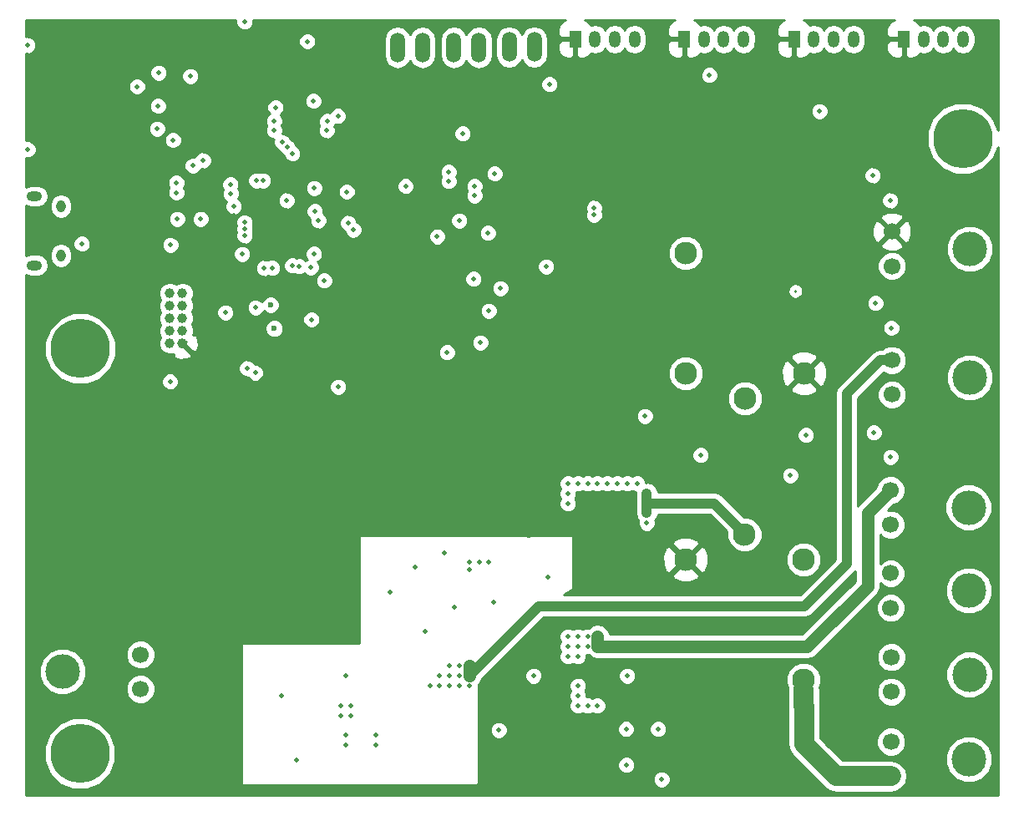
<source format=gbr>
G04 #@! TF.FileFunction,Copper,L3,Inr,Plane*
%FSLAX46Y46*%
G04 Gerber Fmt 4.6, Leading zero omitted, Abs format (unit mm)*
G04 Created by KiCad (PCBNEW 4.0.2-stable) date 4/11/2016 8:36:19 PM*
%MOMM*%
G01*
G04 APERTURE LIST*
%ADD10C,0.100000*%
%ADD11C,2.300000*%
%ADD12O,0.950000X1.250000*%
%ADD13O,1.550000X1.000000*%
%ADD14C,1.000000*%
%ADD15O,1.506220X3.014980*%
%ADD16R,1.200000X1.700000*%
%ADD17O,1.200000X1.700000*%
%ADD18C,1.700000*%
%ADD19C,3.500000*%
%ADD20C,6.000000*%
%ADD21C,0.508000*%
%ADD22C,0.600000*%
%ADD23C,0.250000*%
%ADD24C,1.000000*%
%ADD25C,2.000000*%
%ADD26C,1.250000*%
%ADD27C,0.254000*%
G04 APERTURE END LIST*
D10*
D11*
X157423600Y-89875200D03*
X151423600Y-87325200D03*
X163423600Y-87325200D03*
X151423600Y-75125200D03*
D12*
X88125740Y-70371700D03*
X88125740Y-75371700D03*
D13*
X85425740Y-69371700D03*
X85425740Y-76371700D03*
D14*
X99136200Y-84277200D03*
X100406200Y-84277200D03*
X99136200Y-83007200D03*
X100406200Y-83007200D03*
X99136200Y-81737200D03*
X100406200Y-81737200D03*
X99136200Y-80467200D03*
X100406200Y-80467200D03*
X99136200Y-79197200D03*
X100406200Y-79197200D03*
D15*
X122224800Y-54279800D03*
X124764800Y-54279800D03*
X127939800Y-54279800D03*
X130479800Y-54279800D03*
X133553200Y-54254400D03*
X136093200Y-54254400D03*
D11*
X157409400Y-103647400D03*
X163409400Y-106197400D03*
X151409400Y-106197400D03*
X163409400Y-118397400D03*
D16*
X140246100Y-53454300D03*
D17*
X142246100Y-53454300D03*
X144246100Y-53454300D03*
X146246100Y-53454300D03*
D16*
X151295100Y-53454300D03*
D17*
X153295100Y-53454300D03*
X155295100Y-53454300D03*
X157295100Y-53454300D03*
D16*
X162420300Y-53454300D03*
D17*
X164420300Y-53454300D03*
X166420300Y-53454300D03*
X168420300Y-53454300D03*
D16*
X173545500Y-53454300D03*
D17*
X175545500Y-53454300D03*
X177545500Y-53454300D03*
X179545500Y-53454300D03*
D18*
X96175000Y-115826600D03*
X96175000Y-119326600D03*
D19*
X88265000Y-117576600D03*
D18*
X172339000Y-76448800D03*
X172339000Y-72948800D03*
D19*
X180249000Y-74698800D03*
D18*
X172339000Y-89481600D03*
X172339000Y-85981600D03*
D19*
X180249000Y-87731600D03*
D18*
X172201400Y-102664200D03*
X172201400Y-99164200D03*
D19*
X180111400Y-100914200D03*
D18*
X172252200Y-128165800D03*
X172252200Y-124665800D03*
D19*
X180162200Y-126415800D03*
D18*
X172277600Y-119606000D03*
X172277600Y-116106000D03*
D19*
X180187600Y-117856000D03*
D18*
X172226800Y-111097000D03*
X172226800Y-107597000D03*
D19*
X180136800Y-109347000D03*
D20*
X90018000Y-125866000D03*
X90054000Y-84813000D03*
X179514000Y-63520000D03*
D21*
X133817360Y-81046320D03*
X114452400Y-65913000D03*
X132500000Y-103500000D03*
X131500000Y-103500000D03*
X131500000Y-102500000D03*
X132500000Y-102500000D03*
X133500000Y-102500000D03*
X134500000Y-102500000D03*
X135500000Y-102500000D03*
X135500000Y-103500000D03*
X136500000Y-103500000D03*
X136500000Y-102500000D03*
X137500000Y-102500000D03*
X143141700Y-60274200D03*
X116837460Y-89801700D03*
X102709980Y-57203340D03*
X166090600Y-63373000D03*
X101803200Y-73202800D03*
X105613200Y-71323200D03*
X118973600Y-51968400D03*
X91973400Y-66840100D03*
X101447600Y-70434200D03*
X127330200Y-65506600D03*
X128082040Y-84627720D03*
X121351040Y-76408280D03*
X136748520Y-69997320D03*
X135773160Y-76489560D03*
X111683800Y-80365600D03*
X120319800Y-69748400D03*
X155448000Y-56845200D03*
X130616960Y-84211160D03*
X153847800Y-57073800D03*
X145389600Y-123367800D03*
X148615400Y-123367800D03*
X145415000Y-127025400D03*
X172161200Y-69799200D03*
X115087400Y-61747400D03*
X99472404Y-63667031D03*
X84734400Y-64617600D03*
X84709000Y-54051200D03*
X132500000Y-123500000D03*
X117000000Y-118000000D03*
X120000000Y-125000000D03*
X120000000Y-124000000D03*
X117000000Y-125000000D03*
X117000000Y-123950000D03*
X112000000Y-126500000D03*
X110500000Y-120000000D03*
X127000000Y-105500000D03*
X125000000Y-113500000D03*
X128000000Y-111000000D03*
X121500000Y-109500000D03*
X132000000Y-110500000D03*
X137500000Y-108000000D03*
X149000000Y-128500000D03*
X113055400Y-53670200D03*
X104759760Y-81175860D03*
X116189760Y-88689180D03*
X101224080Y-57188100D03*
X164998400Y-60756800D03*
X172300900Y-82715100D03*
X172212000Y-95796100D03*
X152933400Y-95605600D03*
X162026600Y-97663000D03*
X99161600Y-88138000D03*
X99212400Y-74320400D03*
X137617200Y-58013600D03*
X105613200Y-70408800D03*
X101485700Y-66281300D03*
X106735880Y-51673760D03*
X128828800Y-63017400D03*
X109728000Y-61747400D03*
X127238760Y-85181440D03*
X123037600Y-68326000D03*
X132669280Y-78719680D03*
X131404360Y-73070720D03*
X137297160Y-76489560D03*
X113487200Y-81864200D03*
X117094000Y-68910200D03*
D22*
X109372400Y-80391000D03*
X109728000Y-82778600D03*
D21*
X108712000Y-76657200D03*
X90220800Y-74168000D03*
X107797600Y-87274400D03*
X106984800Y-86817200D03*
X147294600Y-91668600D03*
X163601400Y-93573600D03*
X170383200Y-67259200D03*
X110515400Y-63906400D03*
X170662600Y-80187800D03*
X111057820Y-64414400D03*
X170510200Y-93319600D03*
X111557820Y-65024000D03*
X102285800Y-71666100D03*
X99910900Y-71691500D03*
X99796600Y-67983100D03*
X105283000Y-68173600D03*
X99796600Y-68999100D03*
X105321100Y-69126100D03*
X128480777Y-71852220D03*
X126253240Y-73466960D03*
X131470400Y-81000600D03*
X129926080Y-77729080D03*
X106730800Y-72034400D03*
X106730800Y-72694800D03*
X106730800Y-73355200D03*
X107848400Y-80670400D03*
X109524800Y-76631800D03*
X142163800Y-70561200D03*
X111531400Y-76377800D03*
X142138400Y-71247000D03*
X112217200Y-76479400D03*
X117754400Y-72796400D03*
X130048000Y-68326000D03*
X117221000Y-72085200D03*
X132054600Y-67056000D03*
X114198400Y-71831200D03*
X130048000Y-69316600D03*
X97942400Y-60198000D03*
X113690400Y-59690000D03*
X97866200Y-62534800D03*
X109870240Y-60360560D03*
X116179600Y-61239400D03*
X95834200Y-58242200D03*
X109728000Y-62687200D03*
X135999240Y-118000000D03*
X145500000Y-118000000D03*
X147500000Y-102500000D03*
X147500000Y-101500000D03*
X147500000Y-100500000D03*
X147500000Y-99500000D03*
X146500000Y-98500000D03*
X145500000Y-98500000D03*
X144500000Y-98500000D03*
X143500000Y-98500000D03*
X142500000Y-98500000D03*
X141500000Y-98500000D03*
X140500000Y-98500000D03*
X139500000Y-98500000D03*
X139500000Y-99500000D03*
X139500000Y-100500000D03*
X129500000Y-117000000D03*
X128500000Y-117000000D03*
X127500000Y-117000000D03*
X125500000Y-119000000D03*
X126500000Y-118000000D03*
X126500000Y-119000000D03*
X127500000Y-119000000D03*
X127500000Y-118000000D03*
X128500000Y-118000000D03*
X128500000Y-119000000D03*
X129500000Y-119000000D03*
X129500000Y-118000000D03*
X97993200Y-56870600D03*
X115036600Y-62687200D03*
X127406400Y-67838320D03*
X108597700Y-67784980D03*
X127406400Y-66888360D03*
X107899200Y-67772280D03*
X113461800Y-76581000D03*
X114782600Y-77901800D03*
X141500000Y-114000000D03*
X142500000Y-114000000D03*
X117500000Y-122050000D03*
X117500000Y-121000000D03*
X116500000Y-121000000D03*
X116500000Y-122050000D03*
X124000000Y-107000000D03*
X131500000Y-106500000D03*
X129500000Y-107250000D03*
X129500000Y-106500000D03*
X130500000Y-106500000D03*
X142500000Y-121000000D03*
X141500000Y-121000000D03*
X140500000Y-121000000D03*
X140500000Y-120000000D03*
X140500000Y-119000000D03*
X140500000Y-116000000D03*
X139500000Y-116000000D03*
X139500000Y-115000000D03*
X140500000Y-115000000D03*
X140500000Y-114000000D03*
X139500000Y-114000000D03*
X141500000Y-115000000D03*
X142500000Y-115000000D03*
X110972600Y-69799200D03*
X102514400Y-65735200D03*
X113842800Y-70891400D03*
X113792000Y-68554600D03*
X113741200Y-75209400D03*
X106451400Y-75234800D03*
D23*
X162534600Y-78994000D02*
X162560000Y-78968600D01*
D24*
X135500000Y-103500000D02*
X135500000Y-102500000D01*
D23*
X102725220Y-57188100D02*
X102732840Y-57188100D01*
X102709980Y-57203340D02*
X102725220Y-57188100D01*
D25*
X172252200Y-128165800D02*
X166672200Y-128165800D01*
D23*
X163423600Y-121003145D02*
X163409400Y-120988945D01*
D25*
X166672200Y-128165800D02*
X163423600Y-124917200D01*
X163423600Y-124917200D02*
X163423600Y-121003145D01*
X163409400Y-120988945D02*
X163409400Y-119362600D01*
D24*
X147500000Y-99500000D02*
X147500000Y-100500000D01*
X147500000Y-100500000D02*
X147500000Y-101500000D01*
D23*
X157409400Y-104612600D02*
X157409400Y-103546160D01*
D24*
X157409400Y-103546160D02*
X154363240Y-100500000D01*
X154363240Y-100500000D02*
X147500000Y-100500000D01*
D26*
X129500000Y-118000000D02*
X129500000Y-117000000D01*
D24*
X172339000Y-85981600D02*
X171136919Y-85981600D01*
X163474400Y-110921800D02*
X136578200Y-110921800D01*
X171136919Y-85981600D02*
X167741600Y-89376919D01*
X136578200Y-110921800D02*
X129542400Y-117957600D01*
X167741600Y-89376919D02*
X167741600Y-106654600D01*
X167741600Y-106654600D02*
X163474400Y-110921800D01*
D23*
X129542400Y-117957600D02*
X129500000Y-118000000D01*
X157423600Y-90840400D02*
X157388400Y-90840400D01*
D26*
X142500000Y-114000000D02*
X142500000Y-115000000D01*
X169875200Y-108915200D02*
X169875200Y-101490400D01*
X169875200Y-101490400D02*
X172201400Y-99164200D01*
X163753800Y-115036600D02*
X169875200Y-108915200D01*
X142895810Y-115036600D02*
X163753800Y-115036600D01*
D24*
X142500000Y-115000000D02*
X142859210Y-115000000D01*
D23*
X142859210Y-115000000D02*
X142895810Y-115036600D01*
D27*
G36*
X105846726Y-51849817D02*
X105981783Y-52176680D01*
X106231644Y-52426978D01*
X106558271Y-52562606D01*
X106911937Y-52562914D01*
X107238800Y-52427857D01*
X107489098Y-52177996D01*
X107624726Y-51851369D01*
X107625015Y-51520000D01*
X139277028Y-51520000D01*
X138998642Y-51635311D01*
X138677111Y-51956843D01*
X138503100Y-52376943D01*
X138503100Y-53041550D01*
X138788850Y-53327300D01*
X140119100Y-53327300D01*
X140119100Y-53307300D01*
X140373100Y-53307300D01*
X140373100Y-53327300D01*
X140393100Y-53327300D01*
X140393100Y-53581300D01*
X140373100Y-53581300D01*
X140373100Y-55161550D01*
X140658850Y-55447300D01*
X141073457Y-55447300D01*
X141493558Y-55273289D01*
X141815089Y-54951757D01*
X141841531Y-54887919D01*
X142246100Y-54968393D01*
X142718714Y-54874384D01*
X143119377Y-54606670D01*
X143246100Y-54417015D01*
X143372823Y-54606670D01*
X143773486Y-54874384D01*
X144246100Y-54968393D01*
X144718714Y-54874384D01*
X145119377Y-54606670D01*
X145246100Y-54417015D01*
X145372823Y-54606670D01*
X145773486Y-54874384D01*
X146246100Y-54968393D01*
X146718714Y-54874384D01*
X147119377Y-54606670D01*
X147387091Y-54206007D01*
X147454513Y-53867050D01*
X149552100Y-53867050D01*
X149552100Y-54531657D01*
X149726111Y-54951757D01*
X150047642Y-55273289D01*
X150467743Y-55447300D01*
X150882350Y-55447300D01*
X151168100Y-55161550D01*
X151168100Y-53581300D01*
X149837850Y-53581300D01*
X149552100Y-53867050D01*
X147454513Y-53867050D01*
X147481100Y-53733393D01*
X147481100Y-53175207D01*
X147387091Y-52702593D01*
X147119377Y-52301930D01*
X146718714Y-52034216D01*
X146246100Y-51940207D01*
X145773486Y-52034216D01*
X145372823Y-52301930D01*
X145246100Y-52491585D01*
X145119377Y-52301930D01*
X144718714Y-52034216D01*
X144246100Y-51940207D01*
X143773486Y-52034216D01*
X143372823Y-52301930D01*
X143246100Y-52491585D01*
X143119377Y-52301930D01*
X142718714Y-52034216D01*
X142246100Y-51940207D01*
X141841531Y-52020681D01*
X141815089Y-51956843D01*
X141493558Y-51635311D01*
X141215172Y-51520000D01*
X150326028Y-51520000D01*
X150047642Y-51635311D01*
X149726111Y-51956843D01*
X149552100Y-52376943D01*
X149552100Y-53041550D01*
X149837850Y-53327300D01*
X151168100Y-53327300D01*
X151168100Y-53307300D01*
X151422100Y-53307300D01*
X151422100Y-53327300D01*
X151442100Y-53327300D01*
X151442100Y-53581300D01*
X151422100Y-53581300D01*
X151422100Y-55161550D01*
X151707850Y-55447300D01*
X152122457Y-55447300D01*
X152542558Y-55273289D01*
X152864089Y-54951757D01*
X152890531Y-54887919D01*
X153295100Y-54968393D01*
X153767714Y-54874384D01*
X154168377Y-54606670D01*
X154295100Y-54417015D01*
X154421823Y-54606670D01*
X154822486Y-54874384D01*
X155295100Y-54968393D01*
X155767714Y-54874384D01*
X156168377Y-54606670D01*
X156295100Y-54417015D01*
X156421823Y-54606670D01*
X156822486Y-54874384D01*
X157295100Y-54968393D01*
X157767714Y-54874384D01*
X158168377Y-54606670D01*
X158436091Y-54206007D01*
X158503513Y-53867050D01*
X160677300Y-53867050D01*
X160677300Y-54531657D01*
X160851311Y-54951757D01*
X161172842Y-55273289D01*
X161592943Y-55447300D01*
X162007550Y-55447300D01*
X162293300Y-55161550D01*
X162293300Y-53581300D01*
X160963050Y-53581300D01*
X160677300Y-53867050D01*
X158503513Y-53867050D01*
X158530100Y-53733393D01*
X158530100Y-53175207D01*
X158436091Y-52702593D01*
X158168377Y-52301930D01*
X157767714Y-52034216D01*
X157295100Y-51940207D01*
X156822486Y-52034216D01*
X156421823Y-52301930D01*
X156295100Y-52491585D01*
X156168377Y-52301930D01*
X155767714Y-52034216D01*
X155295100Y-51940207D01*
X154822486Y-52034216D01*
X154421823Y-52301930D01*
X154295100Y-52491585D01*
X154168377Y-52301930D01*
X153767714Y-52034216D01*
X153295100Y-51940207D01*
X152890531Y-52020681D01*
X152864089Y-51956843D01*
X152542558Y-51635311D01*
X152264172Y-51520000D01*
X161451228Y-51520000D01*
X161172842Y-51635311D01*
X160851311Y-51956843D01*
X160677300Y-52376943D01*
X160677300Y-53041550D01*
X160963050Y-53327300D01*
X162293300Y-53327300D01*
X162293300Y-53307300D01*
X162547300Y-53307300D01*
X162547300Y-53327300D01*
X162567300Y-53327300D01*
X162567300Y-53581300D01*
X162547300Y-53581300D01*
X162547300Y-55161550D01*
X162833050Y-55447300D01*
X163247657Y-55447300D01*
X163667758Y-55273289D01*
X163989289Y-54951757D01*
X164015731Y-54887919D01*
X164420300Y-54968393D01*
X164892914Y-54874384D01*
X165293577Y-54606670D01*
X165420300Y-54417015D01*
X165547023Y-54606670D01*
X165947686Y-54874384D01*
X166420300Y-54968393D01*
X166892914Y-54874384D01*
X167293577Y-54606670D01*
X167420300Y-54417015D01*
X167547023Y-54606670D01*
X167947686Y-54874384D01*
X168420300Y-54968393D01*
X168892914Y-54874384D01*
X169293577Y-54606670D01*
X169561291Y-54206007D01*
X169628713Y-53867050D01*
X171802500Y-53867050D01*
X171802500Y-54531657D01*
X171976511Y-54951757D01*
X172298042Y-55273289D01*
X172718143Y-55447300D01*
X173132750Y-55447300D01*
X173418500Y-55161550D01*
X173418500Y-53581300D01*
X172088250Y-53581300D01*
X171802500Y-53867050D01*
X169628713Y-53867050D01*
X169655300Y-53733393D01*
X169655300Y-53175207D01*
X169561291Y-52702593D01*
X169293577Y-52301930D01*
X168892914Y-52034216D01*
X168420300Y-51940207D01*
X167947686Y-52034216D01*
X167547023Y-52301930D01*
X167420300Y-52491585D01*
X167293577Y-52301930D01*
X166892914Y-52034216D01*
X166420300Y-51940207D01*
X165947686Y-52034216D01*
X165547023Y-52301930D01*
X165420300Y-52491585D01*
X165293577Y-52301930D01*
X164892914Y-52034216D01*
X164420300Y-51940207D01*
X164015731Y-52020681D01*
X163989289Y-51956843D01*
X163667758Y-51635311D01*
X163389372Y-51520000D01*
X172576428Y-51520000D01*
X172298042Y-51635311D01*
X171976511Y-51956843D01*
X171802500Y-52376943D01*
X171802500Y-53041550D01*
X172088250Y-53327300D01*
X173418500Y-53327300D01*
X173418500Y-53307300D01*
X173672500Y-53307300D01*
X173672500Y-53327300D01*
X173692500Y-53327300D01*
X173692500Y-53581300D01*
X173672500Y-53581300D01*
X173672500Y-55161550D01*
X173958250Y-55447300D01*
X174372857Y-55447300D01*
X174792958Y-55273289D01*
X175114489Y-54951757D01*
X175140931Y-54887919D01*
X175545500Y-54968393D01*
X176018114Y-54874384D01*
X176418777Y-54606670D01*
X176545500Y-54417015D01*
X176672223Y-54606670D01*
X177072886Y-54874384D01*
X177545500Y-54968393D01*
X178018114Y-54874384D01*
X178418777Y-54606670D01*
X178545500Y-54417015D01*
X178672223Y-54606670D01*
X179072886Y-54874384D01*
X179545500Y-54968393D01*
X180018114Y-54874384D01*
X180418777Y-54606670D01*
X180686491Y-54206007D01*
X180780500Y-53733393D01*
X180780500Y-53175207D01*
X180686491Y-52702593D01*
X180418777Y-52301930D01*
X180018114Y-52034216D01*
X179545500Y-51940207D01*
X179072886Y-52034216D01*
X178672223Y-52301930D01*
X178545500Y-52491585D01*
X178418777Y-52301930D01*
X178018114Y-52034216D01*
X177545500Y-51940207D01*
X177072886Y-52034216D01*
X176672223Y-52301930D01*
X176545500Y-52491585D01*
X176418777Y-52301930D01*
X176018114Y-52034216D01*
X175545500Y-51940207D01*
X175140931Y-52020681D01*
X175114489Y-51956843D01*
X174792958Y-51635311D01*
X174514572Y-51520000D01*
X183110000Y-51520000D01*
X183110000Y-62704214D01*
X182597400Y-61463628D01*
X181575751Y-60440194D01*
X180240218Y-59885632D01*
X178794126Y-59884370D01*
X177457628Y-60436600D01*
X176434194Y-61458249D01*
X175879632Y-62793782D01*
X175878370Y-64239874D01*
X176430600Y-65576372D01*
X177452249Y-66599806D01*
X178787782Y-67154368D01*
X180233874Y-67155630D01*
X181570372Y-66603400D01*
X182593806Y-65581751D01*
X183110000Y-64338618D01*
X183110000Y-130100000D01*
X84530000Y-130100000D01*
X84530000Y-126585874D01*
X86382370Y-126585874D01*
X86934600Y-127922372D01*
X87956249Y-128945806D01*
X89291782Y-129500368D01*
X90737874Y-129501630D01*
X92074372Y-128949400D01*
X93097806Y-127927751D01*
X93652368Y-126592218D01*
X93653630Y-125146126D01*
X93101400Y-123809628D01*
X92079751Y-122786194D01*
X90744218Y-122231632D01*
X89298126Y-122230370D01*
X87961628Y-122782600D01*
X86938194Y-123804249D01*
X86383632Y-125139782D01*
X86382370Y-126585874D01*
X84530000Y-126585874D01*
X84530000Y-118048925D01*
X85879587Y-118048925D01*
X86241916Y-118925829D01*
X86912242Y-119597326D01*
X87788513Y-119961185D01*
X88737325Y-119962013D01*
X89563392Y-119620689D01*
X94689743Y-119620689D01*
X94915344Y-120166686D01*
X95332717Y-120584788D01*
X95878319Y-120811342D01*
X96469089Y-120811857D01*
X97015086Y-120586256D01*
X97433188Y-120168883D01*
X97659742Y-119623281D01*
X97660257Y-119032511D01*
X97434656Y-118486514D01*
X97017283Y-118068412D01*
X96471681Y-117841858D01*
X95880911Y-117841343D01*
X95334914Y-118066944D01*
X94916812Y-118484317D01*
X94690258Y-119029919D01*
X94689743Y-119620689D01*
X89563392Y-119620689D01*
X89614229Y-119599684D01*
X90285726Y-118929358D01*
X90649585Y-118053087D01*
X90650413Y-117104275D01*
X90288084Y-116227371D01*
X90181589Y-116120689D01*
X94689743Y-116120689D01*
X94915344Y-116666686D01*
X95332717Y-117084788D01*
X95878319Y-117311342D01*
X96469089Y-117311857D01*
X97015086Y-117086256D01*
X97433188Y-116668883D01*
X97659742Y-116123281D01*
X97660257Y-115532511D01*
X97434656Y-114986514D01*
X97281809Y-114833400D01*
X106375200Y-114833400D01*
X106375200Y-128905000D01*
X106383885Y-128951159D01*
X106411165Y-128993553D01*
X106452790Y-129021994D01*
X106502200Y-129032000D01*
X130276600Y-129032000D01*
X130322759Y-129023315D01*
X130365153Y-128996035D01*
X130393594Y-128954410D01*
X130403600Y-128905000D01*
X130403600Y-128676057D01*
X148110846Y-128676057D01*
X148245903Y-129002920D01*
X148495764Y-129253218D01*
X148822391Y-129388846D01*
X149176057Y-129389154D01*
X149502920Y-129254097D01*
X149753218Y-129004236D01*
X149888846Y-128677609D01*
X149889154Y-128323943D01*
X149754097Y-127997080D01*
X149504236Y-127746782D01*
X149177609Y-127611154D01*
X148823943Y-127610846D01*
X148497080Y-127745903D01*
X148246782Y-127995764D01*
X148111154Y-128322391D01*
X148110846Y-128676057D01*
X130403600Y-128676057D01*
X130403600Y-127201457D01*
X144525846Y-127201457D01*
X144660903Y-127528320D01*
X144910764Y-127778618D01*
X145237391Y-127914246D01*
X145591057Y-127914554D01*
X145917920Y-127779497D01*
X146168218Y-127529636D01*
X146303846Y-127203009D01*
X146304154Y-126849343D01*
X146169097Y-126522480D01*
X145919236Y-126272182D01*
X145592609Y-126136554D01*
X145238943Y-126136246D01*
X144912080Y-126271303D01*
X144661782Y-126521164D01*
X144526154Y-126847791D01*
X144525846Y-127201457D01*
X130403600Y-127201457D01*
X130403600Y-123676057D01*
X131610846Y-123676057D01*
X131745903Y-124002920D01*
X131995764Y-124253218D01*
X132322391Y-124388846D01*
X132676057Y-124389154D01*
X133002920Y-124254097D01*
X133253218Y-124004236D01*
X133388846Y-123677609D01*
X133388962Y-123543857D01*
X144500446Y-123543857D01*
X144635503Y-123870720D01*
X144885364Y-124121018D01*
X145211991Y-124256646D01*
X145565657Y-124256954D01*
X145892520Y-124121897D01*
X146142818Y-123872036D01*
X146278446Y-123545409D01*
X146278447Y-123543857D01*
X147726246Y-123543857D01*
X147861303Y-123870720D01*
X148111164Y-124121018D01*
X148437791Y-124256646D01*
X148791457Y-124256954D01*
X149118320Y-124121897D01*
X149368618Y-123872036D01*
X149504246Y-123545409D01*
X149504554Y-123191743D01*
X149369497Y-122864880D01*
X149119636Y-122614582D01*
X148793009Y-122478954D01*
X148439343Y-122478646D01*
X148112480Y-122613703D01*
X147862182Y-122863564D01*
X147726554Y-123190191D01*
X147726246Y-123543857D01*
X146278447Y-123543857D01*
X146278754Y-123191743D01*
X146143697Y-122864880D01*
X145893836Y-122614582D01*
X145567209Y-122478954D01*
X145213543Y-122478646D01*
X144886680Y-122613703D01*
X144636382Y-122863564D01*
X144500754Y-123190191D01*
X144500446Y-123543857D01*
X133388962Y-123543857D01*
X133389154Y-123323943D01*
X133254097Y-122997080D01*
X133004236Y-122746782D01*
X132677609Y-122611154D01*
X132323943Y-122610846D01*
X131997080Y-122745903D01*
X131746782Y-122995764D01*
X131611154Y-123322391D01*
X131610846Y-123676057D01*
X130403600Y-123676057D01*
X130403600Y-119176057D01*
X139610846Y-119176057D01*
X139744859Y-119500394D01*
X139611154Y-119822391D01*
X139610846Y-120176057D01*
X139744859Y-120500394D01*
X139611154Y-120822391D01*
X139610846Y-121176057D01*
X139745903Y-121502920D01*
X139995764Y-121753218D01*
X140322391Y-121888846D01*
X140676057Y-121889154D01*
X141000394Y-121755141D01*
X141322391Y-121888846D01*
X141676057Y-121889154D01*
X142000394Y-121755141D01*
X142322391Y-121888846D01*
X142676057Y-121889154D01*
X143002920Y-121754097D01*
X143253218Y-121504236D01*
X143388846Y-121177609D01*
X143389154Y-120823943D01*
X143254097Y-120497080D01*
X143004236Y-120246782D01*
X142677609Y-120111154D01*
X142323943Y-120110846D01*
X141999606Y-120244859D01*
X141677609Y-120111154D01*
X141388904Y-120110903D01*
X141389154Y-119823943D01*
X141255141Y-119499606D01*
X141388846Y-119177609D01*
X141389154Y-118823943D01*
X141254097Y-118497080D01*
X141004236Y-118246782D01*
X140833913Y-118176057D01*
X144610846Y-118176057D01*
X144745903Y-118502920D01*
X144995764Y-118753218D01*
X145322391Y-118888846D01*
X145676057Y-118889154D01*
X146002920Y-118754097D01*
X146006121Y-118750901D01*
X161624091Y-118750901D01*
X161807689Y-119195243D01*
X161774400Y-119362600D01*
X161774400Y-120988945D01*
X161788600Y-121060333D01*
X161788600Y-124917195D01*
X161788599Y-124917200D01*
X161913057Y-125542888D01*
X162267480Y-126073320D01*
X165516078Y-129321917D01*
X165516080Y-129321920D01*
X165783147Y-129500368D01*
X166046512Y-129676343D01*
X166672200Y-129800800D01*
X172252200Y-129800800D01*
X172877887Y-129676343D01*
X173408320Y-129321920D01*
X173762743Y-128791487D01*
X173887200Y-128165800D01*
X173762743Y-127540113D01*
X173408320Y-127009680D01*
X173226400Y-126888125D01*
X177776787Y-126888125D01*
X178139116Y-127765029D01*
X178809442Y-128436526D01*
X179685713Y-128800385D01*
X180634525Y-128801213D01*
X181511429Y-128438884D01*
X182182926Y-127768558D01*
X182546785Y-126892287D01*
X182547613Y-125943475D01*
X182185284Y-125066571D01*
X181514958Y-124395074D01*
X180638687Y-124031215D01*
X179689875Y-124030387D01*
X178812971Y-124392716D01*
X178141474Y-125063042D01*
X177777615Y-125939313D01*
X177776787Y-126888125D01*
X173226400Y-126888125D01*
X172877887Y-126655257D01*
X172252200Y-126530800D01*
X167349439Y-126530800D01*
X165778529Y-124959889D01*
X170766943Y-124959889D01*
X170992544Y-125505886D01*
X171409917Y-125923988D01*
X171955519Y-126150542D01*
X172546289Y-126151057D01*
X173092286Y-125925456D01*
X173510388Y-125508083D01*
X173736942Y-124962481D01*
X173737457Y-124371711D01*
X173511856Y-123825714D01*
X173094483Y-123407612D01*
X172548881Y-123181058D01*
X171958111Y-123180543D01*
X171412114Y-123406144D01*
X170994012Y-123823517D01*
X170767458Y-124369119D01*
X170766943Y-124959889D01*
X165778529Y-124959889D01*
X165058600Y-124239960D01*
X165058600Y-121003145D01*
X165044400Y-120931757D01*
X165044400Y-119900089D01*
X170792343Y-119900089D01*
X171017944Y-120446086D01*
X171435317Y-120864188D01*
X171980919Y-121090742D01*
X172571689Y-121091257D01*
X173117686Y-120865656D01*
X173535788Y-120448283D01*
X173762342Y-119902681D01*
X173762857Y-119311911D01*
X173537256Y-118765914D01*
X173119883Y-118347812D01*
X173072954Y-118328325D01*
X177802187Y-118328325D01*
X178164516Y-119205229D01*
X178834842Y-119876726D01*
X179711113Y-120240585D01*
X180659925Y-120241413D01*
X181536829Y-119879084D01*
X182208326Y-119208758D01*
X182572185Y-118332487D01*
X182573013Y-117383675D01*
X182210684Y-116506771D01*
X181540358Y-115835274D01*
X180664087Y-115471415D01*
X179715275Y-115470587D01*
X178838371Y-115832916D01*
X178166874Y-116503242D01*
X177803015Y-117379513D01*
X177802187Y-118328325D01*
X173072954Y-118328325D01*
X172574281Y-118121258D01*
X171983511Y-118120743D01*
X171437514Y-118346344D01*
X171019412Y-118763717D01*
X170792858Y-119309319D01*
X170792343Y-119900089D01*
X165044400Y-119900089D01*
X165044400Y-119362600D01*
X165011035Y-119194861D01*
X165194089Y-118754016D01*
X165194709Y-118043899D01*
X164923532Y-117387600D01*
X164421841Y-116885033D01*
X163766016Y-116612711D01*
X163055899Y-116612091D01*
X162399600Y-116883268D01*
X161897033Y-117384959D01*
X161624711Y-118040784D01*
X161624091Y-118750901D01*
X146006121Y-118750901D01*
X146253218Y-118504236D01*
X146388846Y-118177609D01*
X146389154Y-117823943D01*
X146254097Y-117497080D01*
X146004236Y-117246782D01*
X145677609Y-117111154D01*
X145323943Y-117110846D01*
X144997080Y-117245903D01*
X144746782Y-117495764D01*
X144611154Y-117822391D01*
X144610846Y-118176057D01*
X140833913Y-118176057D01*
X140677609Y-118111154D01*
X140323943Y-118110846D01*
X139997080Y-118245903D01*
X139746782Y-118495764D01*
X139611154Y-118822391D01*
X139610846Y-119176057D01*
X130403600Y-119176057D01*
X130403600Y-118872030D01*
X130664088Y-118482181D01*
X130674302Y-118430830D01*
X130929075Y-118176057D01*
X135110086Y-118176057D01*
X135245143Y-118502920D01*
X135495004Y-118753218D01*
X135821631Y-118888846D01*
X136175297Y-118889154D01*
X136502160Y-118754097D01*
X136752458Y-118504236D01*
X136888086Y-118177609D01*
X136888394Y-117823943D01*
X136753337Y-117497080D01*
X136503476Y-117246782D01*
X136176849Y-117111154D01*
X135823183Y-117110846D01*
X135496320Y-117245903D01*
X135246022Y-117495764D01*
X135110394Y-117822391D01*
X135110086Y-118176057D01*
X130929075Y-118176057D01*
X137048332Y-112056800D01*
X163474400Y-112056800D01*
X163908746Y-111970403D01*
X164276966Y-111724366D01*
X168544166Y-107457166D01*
X168615200Y-107350856D01*
X168615200Y-108393291D01*
X163231890Y-113776600D01*
X143715563Y-113776600D01*
X143664088Y-113517819D01*
X143390955Y-113109045D01*
X142982181Y-112835912D01*
X142500000Y-112740000D01*
X142017819Y-112835912D01*
X141609045Y-113109045D01*
X141607677Y-113111093D01*
X141323943Y-113110846D01*
X140999606Y-113244859D01*
X140677609Y-113111154D01*
X140323943Y-113110846D01*
X139999606Y-113244859D01*
X139677609Y-113111154D01*
X139323943Y-113110846D01*
X138997080Y-113245903D01*
X138746782Y-113495764D01*
X138611154Y-113822391D01*
X138610846Y-114176057D01*
X138744859Y-114500394D01*
X138611154Y-114822391D01*
X138610846Y-115176057D01*
X138744859Y-115500394D01*
X138611154Y-115822391D01*
X138610846Y-116176057D01*
X138745903Y-116502920D01*
X138995764Y-116753218D01*
X139322391Y-116888846D01*
X139676057Y-116889154D01*
X140000394Y-116755141D01*
X140322391Y-116888846D01*
X140676057Y-116889154D01*
X141002920Y-116754097D01*
X141253218Y-116504236D01*
X141296463Y-116400089D01*
X170792343Y-116400089D01*
X171017944Y-116946086D01*
X171435317Y-117364188D01*
X171980919Y-117590742D01*
X172571689Y-117591257D01*
X173117686Y-117365656D01*
X173535788Y-116948283D01*
X173762342Y-116402681D01*
X173762857Y-115811911D01*
X173537256Y-115265914D01*
X173119883Y-114847812D01*
X172574281Y-114621258D01*
X171983511Y-114620743D01*
X171437514Y-114846344D01*
X171019412Y-115263717D01*
X170792858Y-115809319D01*
X170792343Y-116400089D01*
X141296463Y-116400089D01*
X141388846Y-116177609D01*
X141389097Y-115888904D01*
X141607802Y-115889095D01*
X141609045Y-115890955D01*
X142017819Y-116164088D01*
X142500000Y-116260000D01*
X142605905Y-116238934D01*
X142895810Y-116296600D01*
X163753795Y-116296600D01*
X163753800Y-116296601D01*
X164235981Y-116200688D01*
X164644755Y-115927555D01*
X169181220Y-111391089D01*
X170741543Y-111391089D01*
X170967144Y-111937086D01*
X171384517Y-112355188D01*
X171930119Y-112581742D01*
X172520889Y-112582257D01*
X173066886Y-112356656D01*
X173484988Y-111939283D01*
X173711542Y-111393681D01*
X173712057Y-110802911D01*
X173486456Y-110256914D01*
X173069083Y-109838812D01*
X173022154Y-109819325D01*
X177751387Y-109819325D01*
X178113716Y-110696229D01*
X178784042Y-111367726D01*
X179660313Y-111731585D01*
X180609125Y-111732413D01*
X181486029Y-111370084D01*
X182157526Y-110699758D01*
X182521385Y-109823487D01*
X182522213Y-108874675D01*
X182159884Y-107997771D01*
X181489558Y-107326274D01*
X180613287Y-106962415D01*
X179664475Y-106961587D01*
X178787571Y-107323916D01*
X178116074Y-107994242D01*
X177752215Y-108870513D01*
X177751387Y-109819325D01*
X173022154Y-109819325D01*
X172523481Y-109612258D01*
X171932711Y-109611743D01*
X171386714Y-109837344D01*
X170968612Y-110254717D01*
X170742058Y-110800319D01*
X170741543Y-111391089D01*
X169181220Y-111391089D01*
X170766152Y-109806157D01*
X170766155Y-109806155D01*
X171039288Y-109397381D01*
X171053896Y-109323943D01*
X171135201Y-108915200D01*
X171135200Y-108915195D01*
X171135200Y-108605436D01*
X171384517Y-108855188D01*
X171930119Y-109081742D01*
X172520889Y-109082257D01*
X173066886Y-108856656D01*
X173484988Y-108439283D01*
X173711542Y-107893681D01*
X173712057Y-107302911D01*
X173486456Y-106756914D01*
X173069083Y-106338812D01*
X172523481Y-106112258D01*
X171932711Y-106111743D01*
X171386714Y-106337344D01*
X171135200Y-106588419D01*
X171135200Y-103698080D01*
X171359117Y-103922388D01*
X171904719Y-104148942D01*
X172495489Y-104149457D01*
X173041486Y-103923856D01*
X173459588Y-103506483D01*
X173686142Y-102960881D01*
X173686657Y-102370111D01*
X173461056Y-101824114D01*
X173043683Y-101406012D01*
X172996754Y-101386525D01*
X177725987Y-101386525D01*
X178088316Y-102263429D01*
X178758642Y-102934926D01*
X179634913Y-103298785D01*
X180583725Y-103299613D01*
X181460629Y-102937284D01*
X182132126Y-102266958D01*
X182495985Y-101390687D01*
X182496813Y-100441875D01*
X182134484Y-99564971D01*
X181464158Y-98893474D01*
X180587887Y-98529615D01*
X179639075Y-98528787D01*
X178762171Y-98891116D01*
X178090674Y-99561442D01*
X177726815Y-100437713D01*
X177725987Y-101386525D01*
X172996754Y-101386525D01*
X172498081Y-101179458D01*
X171968513Y-101178996D01*
X172499857Y-100647652D01*
X173041486Y-100423856D01*
X173459588Y-100006483D01*
X173686142Y-99460881D01*
X173686657Y-98870111D01*
X173461056Y-98324114D01*
X173043683Y-97906012D01*
X172498081Y-97679458D01*
X171907311Y-97678943D01*
X171361314Y-97904544D01*
X170943212Y-98321917D01*
X170717003Y-98866687D01*
X168984245Y-100599445D01*
X168876600Y-100760548D01*
X168876600Y-95972157D01*
X171322846Y-95972157D01*
X171457903Y-96299020D01*
X171707764Y-96549318D01*
X172034391Y-96684946D01*
X172388057Y-96685254D01*
X172714920Y-96550197D01*
X172965218Y-96300336D01*
X173100846Y-95973709D01*
X173101154Y-95620043D01*
X172966097Y-95293180D01*
X172716236Y-95042882D01*
X172389609Y-94907254D01*
X172035943Y-94906946D01*
X171709080Y-95042003D01*
X171458782Y-95291864D01*
X171323154Y-95618491D01*
X171322846Y-95972157D01*
X168876600Y-95972157D01*
X168876600Y-93495657D01*
X169621046Y-93495657D01*
X169756103Y-93822520D01*
X170005964Y-94072818D01*
X170332591Y-94208446D01*
X170686257Y-94208754D01*
X171013120Y-94073697D01*
X171263418Y-93823836D01*
X171399046Y-93497209D01*
X171399354Y-93143543D01*
X171264297Y-92816680D01*
X171014436Y-92566382D01*
X170687809Y-92430754D01*
X170334143Y-92430446D01*
X170007280Y-92565503D01*
X169756982Y-92815364D01*
X169621354Y-93141991D01*
X169621046Y-93495657D01*
X168876600Y-93495657D01*
X168876600Y-89847051D01*
X168947962Y-89775689D01*
X170853743Y-89775689D01*
X171079344Y-90321686D01*
X171496717Y-90739788D01*
X172042319Y-90966342D01*
X172633089Y-90966857D01*
X173179086Y-90741256D01*
X173597188Y-90323883D01*
X173823742Y-89778281D01*
X173824257Y-89187511D01*
X173598656Y-88641514D01*
X173181283Y-88223412D01*
X173134354Y-88203925D01*
X177863587Y-88203925D01*
X178225916Y-89080829D01*
X178896242Y-89752326D01*
X179772513Y-90116185D01*
X180721325Y-90117013D01*
X181598229Y-89754684D01*
X182269726Y-89084358D01*
X182633585Y-88208087D01*
X182634413Y-87259275D01*
X182272084Y-86382371D01*
X181601758Y-85710874D01*
X180725487Y-85347015D01*
X179776675Y-85346187D01*
X178899771Y-85708516D01*
X178228274Y-86378842D01*
X177864415Y-87255113D01*
X177863587Y-88203925D01*
X173134354Y-88203925D01*
X172635681Y-87996858D01*
X172044911Y-87996343D01*
X171498914Y-88221944D01*
X171080812Y-88639317D01*
X170854258Y-89184919D01*
X170853743Y-89775689D01*
X168947962Y-89775689D01*
X171490296Y-87233355D01*
X171496717Y-87239788D01*
X172042319Y-87466342D01*
X172633089Y-87466857D01*
X173179086Y-87241256D01*
X173597188Y-86823883D01*
X173823742Y-86278281D01*
X173824257Y-85687511D01*
X173598656Y-85141514D01*
X173181283Y-84723412D01*
X172635681Y-84496858D01*
X172044911Y-84496343D01*
X171498914Y-84721944D01*
X171374040Y-84846600D01*
X171136919Y-84846600D01*
X170702573Y-84932997D01*
X170452627Y-85100006D01*
X170334353Y-85179034D01*
X166939034Y-88574353D01*
X166692997Y-88942573D01*
X166606600Y-89376919D01*
X166606600Y-106184468D01*
X163004268Y-109786800D01*
X139076884Y-109786800D01*
X139976888Y-109145636D01*
X140020194Y-109091610D01*
X140030200Y-109042200D01*
X140030200Y-107735526D01*
X150050879Y-107735526D01*
X150139977Y-108160676D01*
X150987919Y-108497017D01*
X151900028Y-108483263D01*
X152678823Y-108160676D01*
X152767921Y-107735526D01*
X151409400Y-106377005D01*
X150050879Y-107735526D01*
X140030200Y-107735526D01*
X140030200Y-105775919D01*
X149109783Y-105775919D01*
X149123537Y-106688028D01*
X149446124Y-107466823D01*
X149871274Y-107555921D01*
X151229795Y-106197400D01*
X151589005Y-106197400D01*
X152947526Y-107555921D01*
X153372676Y-107466823D01*
X153709017Y-106618881D01*
X153707992Y-106550901D01*
X161624091Y-106550901D01*
X161895268Y-107207200D01*
X162396959Y-107709767D01*
X163052784Y-107982089D01*
X163762901Y-107982709D01*
X164419200Y-107711532D01*
X164921767Y-107209841D01*
X165194089Y-106554016D01*
X165194709Y-105843899D01*
X164923532Y-105187600D01*
X164421841Y-104685033D01*
X163766016Y-104412711D01*
X163055899Y-104412091D01*
X162399600Y-104683268D01*
X161897033Y-105184959D01*
X161624711Y-105840784D01*
X161624091Y-106550901D01*
X153707992Y-106550901D01*
X153695263Y-105706772D01*
X153372676Y-104927977D01*
X152947526Y-104838879D01*
X151589005Y-106197400D01*
X151229795Y-106197400D01*
X149871274Y-104838879D01*
X149446124Y-104927977D01*
X149109783Y-105775919D01*
X140030200Y-105775919D01*
X140030200Y-104659274D01*
X150050879Y-104659274D01*
X151409400Y-106017795D01*
X152767921Y-104659274D01*
X152678823Y-104234124D01*
X151830881Y-103897783D01*
X150918772Y-103911537D01*
X150139977Y-104234124D01*
X150050879Y-104659274D01*
X140030200Y-104659274D01*
X140030200Y-103860600D01*
X140021515Y-103814441D01*
X139994235Y-103772047D01*
X139952610Y-103743606D01*
X139903200Y-103733600D01*
X118465600Y-103733600D01*
X118419441Y-103742285D01*
X118377047Y-103769565D01*
X118348606Y-103811190D01*
X118338600Y-103860600D01*
X118338600Y-114706400D01*
X106502200Y-114706400D01*
X106456041Y-114715085D01*
X106413647Y-114742365D01*
X106385206Y-114783990D01*
X106375200Y-114833400D01*
X97281809Y-114833400D01*
X97017283Y-114568412D01*
X96471681Y-114341858D01*
X95880911Y-114341343D01*
X95334914Y-114566944D01*
X94916812Y-114984317D01*
X94690258Y-115529919D01*
X94689743Y-116120689D01*
X90181589Y-116120689D01*
X89617758Y-115555874D01*
X88741487Y-115192015D01*
X87792675Y-115191187D01*
X86915771Y-115553516D01*
X86244274Y-116223842D01*
X85880415Y-117100113D01*
X85879587Y-118048925D01*
X84530000Y-118048925D01*
X84530000Y-98676057D01*
X138610846Y-98676057D01*
X138744859Y-99000394D01*
X138611154Y-99322391D01*
X138610846Y-99676057D01*
X138744859Y-100000394D01*
X138611154Y-100322391D01*
X138610846Y-100676057D01*
X138745903Y-101002920D01*
X138995764Y-101253218D01*
X139322391Y-101388846D01*
X139676057Y-101389154D01*
X140002920Y-101254097D01*
X140253218Y-101004236D01*
X140388846Y-100677609D01*
X140389154Y-100323943D01*
X140255141Y-99999606D01*
X140388846Y-99677609D01*
X140389097Y-99388904D01*
X140676057Y-99389154D01*
X141000394Y-99255141D01*
X141322391Y-99388846D01*
X141676057Y-99389154D01*
X142000394Y-99255141D01*
X142322391Y-99388846D01*
X142676057Y-99389154D01*
X143000394Y-99255141D01*
X143322391Y-99388846D01*
X143676057Y-99389154D01*
X144000394Y-99255141D01*
X144322391Y-99388846D01*
X144676057Y-99389154D01*
X145000394Y-99255141D01*
X145322391Y-99388846D01*
X145676057Y-99389154D01*
X146000394Y-99255141D01*
X146322391Y-99388846D01*
X146387099Y-99388902D01*
X146365000Y-99500000D01*
X146365000Y-101500000D01*
X146451397Y-101934346D01*
X146649299Y-102230527D01*
X146611154Y-102322391D01*
X146610846Y-102676057D01*
X146745903Y-103002920D01*
X146995764Y-103253218D01*
X147322391Y-103388846D01*
X147676057Y-103389154D01*
X148002920Y-103254097D01*
X148253218Y-103004236D01*
X148388846Y-102677609D01*
X148389154Y-102323943D01*
X148350611Y-102230662D01*
X148548603Y-101934346D01*
X148608147Y-101635000D01*
X153893108Y-101635000D01*
X155624645Y-103366537D01*
X155624091Y-104000901D01*
X155895268Y-104657200D01*
X156396959Y-105159767D01*
X157052784Y-105432089D01*
X157762901Y-105432709D01*
X158419200Y-105161532D01*
X158921767Y-104659841D01*
X159194089Y-104004016D01*
X159194709Y-103293899D01*
X158923532Y-102637600D01*
X158421841Y-102135033D01*
X157766016Y-101862711D01*
X157330703Y-101862331D01*
X155165806Y-99697434D01*
X154967561Y-99564971D01*
X154797586Y-99451397D01*
X154363240Y-99365000D01*
X148608147Y-99365000D01*
X148548603Y-99065654D01*
X148302566Y-98697434D01*
X147934346Y-98451397D01*
X147500000Y-98365000D01*
X147389099Y-98387060D01*
X147389154Y-98323943D01*
X147254097Y-97997080D01*
X147096350Y-97839057D01*
X161137446Y-97839057D01*
X161272503Y-98165920D01*
X161522364Y-98416218D01*
X161848991Y-98551846D01*
X162202657Y-98552154D01*
X162529520Y-98417097D01*
X162779818Y-98167236D01*
X162915446Y-97840609D01*
X162915754Y-97486943D01*
X162780697Y-97160080D01*
X162530836Y-96909782D01*
X162204209Y-96774154D01*
X161850543Y-96773846D01*
X161523680Y-96908903D01*
X161273382Y-97158764D01*
X161137754Y-97485391D01*
X161137446Y-97839057D01*
X147096350Y-97839057D01*
X147004236Y-97746782D01*
X146677609Y-97611154D01*
X146323943Y-97610846D01*
X145999606Y-97744859D01*
X145677609Y-97611154D01*
X145323943Y-97610846D01*
X144999606Y-97744859D01*
X144677609Y-97611154D01*
X144323943Y-97610846D01*
X143999606Y-97744859D01*
X143677609Y-97611154D01*
X143323943Y-97610846D01*
X142999606Y-97744859D01*
X142677609Y-97611154D01*
X142323943Y-97610846D01*
X141999606Y-97744859D01*
X141677609Y-97611154D01*
X141323943Y-97610846D01*
X140999606Y-97744859D01*
X140677609Y-97611154D01*
X140323943Y-97610846D01*
X139999606Y-97744859D01*
X139677609Y-97611154D01*
X139323943Y-97610846D01*
X138997080Y-97745903D01*
X138746782Y-97995764D01*
X138611154Y-98322391D01*
X138610846Y-98676057D01*
X84530000Y-98676057D01*
X84530000Y-95781657D01*
X152044246Y-95781657D01*
X152179303Y-96108520D01*
X152429164Y-96358818D01*
X152755791Y-96494446D01*
X153109457Y-96494754D01*
X153436320Y-96359697D01*
X153686618Y-96109836D01*
X153822246Y-95783209D01*
X153822554Y-95429543D01*
X153687497Y-95102680D01*
X153437636Y-94852382D01*
X153111009Y-94716754D01*
X152757343Y-94716446D01*
X152430480Y-94851503D01*
X152180182Y-95101364D01*
X152044554Y-95427991D01*
X152044246Y-95781657D01*
X84530000Y-95781657D01*
X84530000Y-93749657D01*
X162712246Y-93749657D01*
X162847303Y-94076520D01*
X163097164Y-94326818D01*
X163423791Y-94462446D01*
X163777457Y-94462754D01*
X164104320Y-94327697D01*
X164354618Y-94077836D01*
X164490246Y-93751209D01*
X164490554Y-93397543D01*
X164355497Y-93070680D01*
X164105636Y-92820382D01*
X163779009Y-92684754D01*
X163425343Y-92684446D01*
X163098480Y-92819503D01*
X162848182Y-93069364D01*
X162712554Y-93395991D01*
X162712246Y-93749657D01*
X84530000Y-93749657D01*
X84530000Y-91844657D01*
X146405446Y-91844657D01*
X146540503Y-92171520D01*
X146790364Y-92421818D01*
X147116991Y-92557446D01*
X147470657Y-92557754D01*
X147797520Y-92422697D01*
X148047818Y-92172836D01*
X148183446Y-91846209D01*
X148183754Y-91492543D01*
X148048697Y-91165680D01*
X147798836Y-90915382D01*
X147472209Y-90779754D01*
X147118543Y-90779446D01*
X146791680Y-90914503D01*
X146541382Y-91164364D01*
X146405754Y-91490991D01*
X146405446Y-91844657D01*
X84530000Y-91844657D01*
X84530000Y-90228701D01*
X155638291Y-90228701D01*
X155909468Y-90885000D01*
X156411159Y-91387567D01*
X157066984Y-91659889D01*
X157777101Y-91660509D01*
X158433400Y-91389332D01*
X158935967Y-90887641D01*
X159208289Y-90231816D01*
X159208909Y-89521699D01*
X158937732Y-88865400D01*
X158935662Y-88863326D01*
X162065079Y-88863326D01*
X162154177Y-89288476D01*
X163002119Y-89624817D01*
X163914228Y-89611063D01*
X164693023Y-89288476D01*
X164782121Y-88863326D01*
X163423600Y-87504805D01*
X162065079Y-88863326D01*
X158935662Y-88863326D01*
X158436041Y-88362833D01*
X157780216Y-88090511D01*
X157070099Y-88089891D01*
X156413800Y-88361068D01*
X155911233Y-88862759D01*
X155638911Y-89518584D01*
X155638291Y-90228701D01*
X84530000Y-90228701D01*
X84530000Y-85532874D01*
X86418370Y-85532874D01*
X86970600Y-86869372D01*
X87992249Y-87892806D01*
X89327782Y-88447368D01*
X90773874Y-88448630D01*
X91099565Y-88314057D01*
X98272446Y-88314057D01*
X98407503Y-88640920D01*
X98657364Y-88891218D01*
X98983991Y-89026846D01*
X99337657Y-89027154D01*
X99664520Y-88892097D01*
X99691426Y-88865237D01*
X115300606Y-88865237D01*
X115435663Y-89192100D01*
X115685524Y-89442398D01*
X116012151Y-89578026D01*
X116365817Y-89578334D01*
X116692680Y-89443277D01*
X116942978Y-89193416D01*
X117078606Y-88866789D01*
X117078914Y-88513123D01*
X116943857Y-88186260D01*
X116693996Y-87935962D01*
X116367369Y-87800334D01*
X116013703Y-87800026D01*
X115686840Y-87935083D01*
X115436542Y-88184944D01*
X115300914Y-88511571D01*
X115300606Y-88865237D01*
X99691426Y-88865237D01*
X99914818Y-88642236D01*
X100050446Y-88315609D01*
X100050754Y-87961943D01*
X99915697Y-87635080D01*
X99665836Y-87384782D01*
X99339209Y-87249154D01*
X98985543Y-87248846D01*
X98658680Y-87383903D01*
X98408382Y-87633764D01*
X98272754Y-87960391D01*
X98272446Y-88314057D01*
X91099565Y-88314057D01*
X92110372Y-87896400D01*
X93015092Y-86993257D01*
X106095646Y-86993257D01*
X106230703Y-87320120D01*
X106480564Y-87570418D01*
X106807191Y-87706046D01*
X107014128Y-87706226D01*
X107043503Y-87777320D01*
X107293364Y-88027618D01*
X107619991Y-88163246D01*
X107973657Y-88163554D01*
X108300520Y-88028497D01*
X108550818Y-87778636D01*
X108592314Y-87678701D01*
X149638291Y-87678701D01*
X149909468Y-88335000D01*
X150411159Y-88837567D01*
X151066984Y-89109889D01*
X151777101Y-89110509D01*
X152433400Y-88839332D01*
X152935967Y-88337641D01*
X153208289Y-87681816D01*
X153208909Y-86971699D01*
X153180821Y-86903719D01*
X161123983Y-86903719D01*
X161137737Y-87815828D01*
X161460324Y-88594623D01*
X161885474Y-88683721D01*
X163243995Y-87325200D01*
X163603205Y-87325200D01*
X164961726Y-88683721D01*
X165386876Y-88594623D01*
X165723217Y-87746681D01*
X165709463Y-86834572D01*
X165386876Y-86055777D01*
X164961726Y-85966679D01*
X163603205Y-87325200D01*
X163243995Y-87325200D01*
X161885474Y-85966679D01*
X161460324Y-86055777D01*
X161123983Y-86903719D01*
X153180821Y-86903719D01*
X152937732Y-86315400D01*
X152436041Y-85812833D01*
X152374007Y-85787074D01*
X162065079Y-85787074D01*
X163423600Y-87145595D01*
X164782121Y-85787074D01*
X164693023Y-85361924D01*
X163845081Y-85025583D01*
X162932972Y-85039337D01*
X162154177Y-85361924D01*
X162065079Y-85787074D01*
X152374007Y-85787074D01*
X151780216Y-85540511D01*
X151070099Y-85539891D01*
X150413800Y-85811068D01*
X149911233Y-86312759D01*
X149638911Y-86968584D01*
X149638291Y-87678701D01*
X108592314Y-87678701D01*
X108686446Y-87452009D01*
X108686754Y-87098343D01*
X108551697Y-86771480D01*
X108301836Y-86521182D01*
X107975209Y-86385554D01*
X107768272Y-86385374D01*
X107738897Y-86314280D01*
X107489036Y-86063982D01*
X107162409Y-85928354D01*
X106808743Y-85928046D01*
X106481880Y-86063103D01*
X106231582Y-86312964D01*
X106095954Y-86639591D01*
X106095646Y-86993257D01*
X93015092Y-86993257D01*
X93133806Y-86874751D01*
X93688368Y-85539218D01*
X93689630Y-84093126D01*
X93137400Y-82756628D01*
X92115751Y-81733194D01*
X90780218Y-81178632D01*
X89334126Y-81177370D01*
X87997628Y-81729600D01*
X86974194Y-82751249D01*
X86419632Y-84086782D01*
X86418370Y-85532874D01*
X84530000Y-85532874D01*
X84530000Y-79421975D01*
X98001003Y-79421975D01*
X98170710Y-79832695D01*
X98001397Y-80240444D01*
X98001003Y-80691975D01*
X98170710Y-81102695D01*
X98001397Y-81510444D01*
X98001003Y-81961975D01*
X98170710Y-82372695D01*
X98001397Y-82780444D01*
X98001003Y-83231975D01*
X98170710Y-83642695D01*
X98001397Y-84050444D01*
X98001003Y-84501975D01*
X98173433Y-84919286D01*
X98492435Y-85238845D01*
X98909444Y-85412003D01*
X99360975Y-85412397D01*
X99517694Y-85347642D01*
X99527128Y-85703204D01*
X100139751Y-85931062D01*
X100792939Y-85907135D01*
X101285272Y-85703204D01*
X101294444Y-85357497D01*
X126349606Y-85357497D01*
X126484663Y-85684360D01*
X126734524Y-85934658D01*
X127061151Y-86070286D01*
X127414817Y-86070594D01*
X127741680Y-85935537D01*
X127991978Y-85685676D01*
X128127606Y-85359049D01*
X128127914Y-85005383D01*
X127992857Y-84678520D01*
X127742996Y-84428222D01*
X127644246Y-84387217D01*
X129727806Y-84387217D01*
X129862863Y-84714080D01*
X130112724Y-84964378D01*
X130439351Y-85100006D01*
X130793017Y-85100314D01*
X131119880Y-84965257D01*
X131370178Y-84715396D01*
X131505806Y-84388769D01*
X131506114Y-84035103D01*
X131371057Y-83708240D01*
X131121196Y-83457942D01*
X130794569Y-83322314D01*
X130440903Y-83322006D01*
X130114040Y-83457063D01*
X129863742Y-83706924D01*
X129728114Y-84033551D01*
X129727806Y-84387217D01*
X127644246Y-84387217D01*
X127416369Y-84292594D01*
X127062703Y-84292286D01*
X126735840Y-84427343D01*
X126485542Y-84677204D01*
X126349914Y-85003831D01*
X126349606Y-85357497D01*
X101294444Y-85357497D01*
X101294766Y-85345371D01*
X100406200Y-84456805D01*
X100208482Y-84654523D01*
X100271003Y-84503956D01*
X100271265Y-84204245D01*
X100333373Y-84142137D01*
X100630975Y-84142397D01*
X100783722Y-84079283D01*
X100585805Y-84277200D01*
X101474371Y-85165766D01*
X101832204Y-85156272D01*
X102060062Y-84543649D01*
X102036135Y-83890461D01*
X101832204Y-83398128D01*
X101476749Y-83388697D01*
X101541003Y-83233956D01*
X101541238Y-82963767D01*
X108792838Y-82963767D01*
X108934883Y-83307543D01*
X109197673Y-83570792D01*
X109541201Y-83713438D01*
X109913167Y-83713762D01*
X110256943Y-83571717D01*
X110520192Y-83308927D01*
X110662838Y-82965399D01*
X110662902Y-82891157D01*
X171411746Y-82891157D01*
X171546803Y-83218020D01*
X171796664Y-83468318D01*
X172123291Y-83603946D01*
X172476957Y-83604254D01*
X172803820Y-83469197D01*
X173054118Y-83219336D01*
X173189746Y-82892709D01*
X173190054Y-82539043D01*
X173054997Y-82212180D01*
X172805136Y-81961882D01*
X172478509Y-81826254D01*
X172124843Y-81825946D01*
X171797980Y-81961003D01*
X171547682Y-82210864D01*
X171412054Y-82537491D01*
X171411746Y-82891157D01*
X110662902Y-82891157D01*
X110663162Y-82593433D01*
X110521117Y-82249657D01*
X110312083Y-82040257D01*
X112598046Y-82040257D01*
X112733103Y-82367120D01*
X112982964Y-82617418D01*
X113309591Y-82753046D01*
X113663257Y-82753354D01*
X113990120Y-82618297D01*
X114240418Y-82368436D01*
X114376046Y-82041809D01*
X114376354Y-81688143D01*
X114241297Y-81361280D01*
X114056997Y-81176657D01*
X130581246Y-81176657D01*
X130716303Y-81503520D01*
X130966164Y-81753818D01*
X131292791Y-81889446D01*
X131646457Y-81889754D01*
X131973320Y-81754697D01*
X132223618Y-81504836D01*
X132359246Y-81178209D01*
X132359554Y-80824543D01*
X132224497Y-80497680D01*
X132090908Y-80363857D01*
X169773446Y-80363857D01*
X169908503Y-80690720D01*
X170158364Y-80941018D01*
X170484991Y-81076646D01*
X170838657Y-81076954D01*
X171165520Y-80941897D01*
X171415818Y-80692036D01*
X171551446Y-80365409D01*
X171551754Y-80011743D01*
X171416697Y-79684880D01*
X171166836Y-79434582D01*
X170840209Y-79298954D01*
X170486543Y-79298646D01*
X170159680Y-79433703D01*
X169909382Y-79683564D01*
X169773754Y-80010191D01*
X169773446Y-80363857D01*
X132090908Y-80363857D01*
X131974636Y-80247382D01*
X131648009Y-80111754D01*
X131294343Y-80111446D01*
X130967480Y-80246503D01*
X130717182Y-80496364D01*
X130581554Y-80822991D01*
X130581246Y-81176657D01*
X114056997Y-81176657D01*
X113991436Y-81110982D01*
X113664809Y-80975354D01*
X113311143Y-80975046D01*
X112984280Y-81110103D01*
X112733982Y-81359964D01*
X112598354Y-81686591D01*
X112598046Y-82040257D01*
X110312083Y-82040257D01*
X110258327Y-81986408D01*
X109914799Y-81843762D01*
X109542833Y-81843438D01*
X109199057Y-81985483D01*
X108935808Y-82248273D01*
X108793162Y-82591801D01*
X108792838Y-82963767D01*
X101541238Y-82963767D01*
X101541397Y-82782425D01*
X101371690Y-82371705D01*
X101541003Y-81963956D01*
X101541397Y-81512425D01*
X101475077Y-81351917D01*
X103870606Y-81351917D01*
X104005663Y-81678780D01*
X104255524Y-81929078D01*
X104582151Y-82064706D01*
X104935817Y-82065014D01*
X105262680Y-81929957D01*
X105512978Y-81680096D01*
X105648606Y-81353469D01*
X105648914Y-80999803D01*
X105585553Y-80846457D01*
X106959246Y-80846457D01*
X107094303Y-81173320D01*
X107344164Y-81423618D01*
X107670791Y-81559246D01*
X108024457Y-81559554D01*
X108351320Y-81424497D01*
X108601618Y-81174636D01*
X108669747Y-81010565D01*
X108842073Y-81183192D01*
X109185601Y-81325838D01*
X109557567Y-81326162D01*
X109901343Y-81184117D01*
X110164592Y-80921327D01*
X110307238Y-80577799D01*
X110307562Y-80205833D01*
X110165517Y-79862057D01*
X109902727Y-79598808D01*
X109559199Y-79456162D01*
X109187233Y-79455838D01*
X108843457Y-79597883D01*
X108580208Y-79860673D01*
X108496783Y-80061581D01*
X108352636Y-79917182D01*
X108026009Y-79781554D01*
X107672343Y-79781246D01*
X107345480Y-79916303D01*
X107095182Y-80166164D01*
X106959554Y-80492791D01*
X106959246Y-80846457D01*
X105585553Y-80846457D01*
X105513857Y-80672940D01*
X105263996Y-80422642D01*
X104937369Y-80287014D01*
X104583703Y-80286706D01*
X104256840Y-80421763D01*
X104006542Y-80671624D01*
X103870914Y-80998251D01*
X103870606Y-81351917D01*
X101475077Y-81351917D01*
X101371690Y-81101705D01*
X101541003Y-80693956D01*
X101541397Y-80242425D01*
X101371690Y-79831705D01*
X101541003Y-79423956D01*
X101541397Y-78972425D01*
X101509711Y-78895737D01*
X131780126Y-78895737D01*
X131915183Y-79222600D01*
X132165044Y-79472898D01*
X132491671Y-79608526D01*
X132845337Y-79608834D01*
X133172200Y-79473777D01*
X133422498Y-79223916D01*
X133517967Y-78994000D01*
X161774600Y-78994000D01*
X161832452Y-79284839D01*
X161997199Y-79531401D01*
X162243761Y-79696148D01*
X162534600Y-79754000D01*
X162825439Y-79696148D01*
X163072001Y-79531401D01*
X163097401Y-79506001D01*
X163262148Y-79259439D01*
X163320000Y-78968600D01*
X163262148Y-78677761D01*
X163097401Y-78431199D01*
X162850839Y-78266452D01*
X162560000Y-78208600D01*
X162269161Y-78266452D01*
X162022599Y-78431199D01*
X161997199Y-78456599D01*
X161832452Y-78703161D01*
X161774600Y-78994000D01*
X133517967Y-78994000D01*
X133558126Y-78897289D01*
X133558434Y-78543623D01*
X133423377Y-78216760D01*
X133173516Y-77966462D01*
X132846889Y-77830834D01*
X132493223Y-77830526D01*
X132166360Y-77965583D01*
X131916062Y-78215444D01*
X131780434Y-78542071D01*
X131780126Y-78895737D01*
X101509711Y-78895737D01*
X101368967Y-78555114D01*
X101049965Y-78235555D01*
X100670188Y-78077857D01*
X113893446Y-78077857D01*
X114028503Y-78404720D01*
X114278364Y-78655018D01*
X114604991Y-78790646D01*
X114958657Y-78790954D01*
X115285520Y-78655897D01*
X115535818Y-78406036D01*
X115671446Y-78079409D01*
X115671597Y-77905137D01*
X129036926Y-77905137D01*
X129171983Y-78232000D01*
X129421844Y-78482298D01*
X129748471Y-78617926D01*
X130102137Y-78618234D01*
X130429000Y-78483177D01*
X130679298Y-78233316D01*
X130814926Y-77906689D01*
X130815234Y-77553023D01*
X130680177Y-77226160D01*
X130430316Y-76975862D01*
X130103689Y-76840234D01*
X129750023Y-76839926D01*
X129423160Y-76974983D01*
X129172862Y-77224844D01*
X129037234Y-77551471D01*
X129036926Y-77905137D01*
X115671597Y-77905137D01*
X115671754Y-77725743D01*
X115536697Y-77398880D01*
X115286836Y-77148582D01*
X114960209Y-77012954D01*
X114606543Y-77012646D01*
X114279680Y-77147703D01*
X114029382Y-77397564D01*
X113893754Y-77724191D01*
X113893446Y-78077857D01*
X100670188Y-78077857D01*
X100632956Y-78062397D01*
X100181425Y-78062003D01*
X99770705Y-78231710D01*
X99362956Y-78062397D01*
X98911425Y-78062003D01*
X98494114Y-78234433D01*
X98174555Y-78553435D01*
X98001397Y-78970444D01*
X98001003Y-79421975D01*
X84530000Y-79421975D01*
X84530000Y-77314216D01*
X84688770Y-77420303D01*
X85123116Y-77506700D01*
X85728364Y-77506700D01*
X86162710Y-77420303D01*
X86530930Y-77174266D01*
X86758785Y-76833257D01*
X107822846Y-76833257D01*
X107957903Y-77160120D01*
X108207764Y-77410418D01*
X108534391Y-77546046D01*
X108888057Y-77546354D01*
X109149223Y-77438442D01*
X109347191Y-77520646D01*
X109700857Y-77520954D01*
X110027720Y-77385897D01*
X110278018Y-77136036D01*
X110413646Y-76809409D01*
X110413868Y-76553857D01*
X110642246Y-76553857D01*
X110777303Y-76880720D01*
X111027164Y-77131018D01*
X111353791Y-77266646D01*
X111707457Y-77266954D01*
X111751664Y-77248688D01*
X112039591Y-77368246D01*
X112393257Y-77368554D01*
X112720120Y-77233497D01*
X112788689Y-77165048D01*
X112957564Y-77334218D01*
X113284191Y-77469846D01*
X113637857Y-77470154D01*
X113964720Y-77335097D01*
X114215018Y-77085236D01*
X114350646Y-76758609D01*
X114350726Y-76665617D01*
X136408006Y-76665617D01*
X136543063Y-76992480D01*
X136792924Y-77242778D01*
X137119551Y-77378406D01*
X137473217Y-77378714D01*
X137800080Y-77243657D01*
X138050378Y-76993796D01*
X138186006Y-76667169D01*
X138186314Y-76313503D01*
X138051257Y-75986640D01*
X137801396Y-75736342D01*
X137474769Y-75600714D01*
X137121103Y-75600406D01*
X136794240Y-75735463D01*
X136543942Y-75985324D01*
X136408314Y-76311951D01*
X136408006Y-76665617D01*
X114350726Y-76665617D01*
X114350954Y-76404943D01*
X114215897Y-76078080D01*
X114143158Y-76005214D01*
X114244120Y-75963497D01*
X114494418Y-75713636D01*
X114591971Y-75478701D01*
X149638291Y-75478701D01*
X149909468Y-76135000D01*
X150411159Y-76637567D01*
X151066984Y-76909889D01*
X151777101Y-76910509D01*
X152182772Y-76742889D01*
X170853743Y-76742889D01*
X171079344Y-77288886D01*
X171496717Y-77706988D01*
X172042319Y-77933542D01*
X172633089Y-77934057D01*
X173179086Y-77708456D01*
X173597188Y-77291083D01*
X173823742Y-76745481D01*
X173824257Y-76154711D01*
X173598656Y-75608714D01*
X173181283Y-75190612D01*
X173134354Y-75171125D01*
X177863587Y-75171125D01*
X178225916Y-76048029D01*
X178896242Y-76719526D01*
X179772513Y-77083385D01*
X180721325Y-77084213D01*
X181598229Y-76721884D01*
X182269726Y-76051558D01*
X182633585Y-75175287D01*
X182634413Y-74226475D01*
X182272084Y-73349571D01*
X181601758Y-72678074D01*
X180725487Y-72314215D01*
X179776675Y-72313387D01*
X178899771Y-72675716D01*
X178228274Y-73346042D01*
X177864415Y-74222313D01*
X177863587Y-75171125D01*
X173134354Y-75171125D01*
X172635681Y-74964058D01*
X172044911Y-74963543D01*
X171498914Y-75189144D01*
X171080812Y-75606517D01*
X170854258Y-76152119D01*
X170853743Y-76742889D01*
X152182772Y-76742889D01*
X152433400Y-76639332D01*
X152935967Y-76137641D01*
X153208289Y-75481816D01*
X153208909Y-74771699D01*
X153001674Y-74270150D01*
X171197255Y-74270150D01*
X171249674Y-74664194D01*
X171989047Y-74950484D01*
X172781697Y-74932035D01*
X173428326Y-74664194D01*
X173480745Y-74270150D01*
X172339000Y-73128405D01*
X171197255Y-74270150D01*
X153001674Y-74270150D01*
X152937732Y-74115400D01*
X152436041Y-73612833D01*
X151780216Y-73340511D01*
X151070099Y-73339891D01*
X150413800Y-73611068D01*
X149911233Y-74112759D01*
X149638911Y-74768584D01*
X149638291Y-75478701D01*
X114591971Y-75478701D01*
X114630046Y-75387009D01*
X114630354Y-75033343D01*
X114495297Y-74706480D01*
X114245436Y-74456182D01*
X113918809Y-74320554D01*
X113565143Y-74320246D01*
X113238280Y-74455303D01*
X112987982Y-74705164D01*
X112852354Y-75031791D01*
X112852046Y-75385457D01*
X112987103Y-75712320D01*
X113059842Y-75785186D01*
X112958880Y-75826903D01*
X112890311Y-75895352D01*
X112721436Y-75726182D01*
X112394809Y-75590554D01*
X112041143Y-75590246D01*
X111996936Y-75608512D01*
X111709009Y-75488954D01*
X111355343Y-75488646D01*
X111028480Y-75623703D01*
X110778182Y-75873564D01*
X110642554Y-76200191D01*
X110642246Y-76553857D01*
X110413868Y-76553857D01*
X110413954Y-76455743D01*
X110278897Y-76128880D01*
X110029036Y-75878582D01*
X109702409Y-75742954D01*
X109348743Y-75742646D01*
X109087577Y-75850558D01*
X108889609Y-75768354D01*
X108535943Y-75768046D01*
X108209080Y-75903103D01*
X107958782Y-76152964D01*
X107823154Y-76479591D01*
X107822846Y-76833257D01*
X86758785Y-76833257D01*
X86776967Y-76806046D01*
X86863364Y-76371700D01*
X86776967Y-75937354D01*
X86530930Y-75569134D01*
X86162710Y-75323097D01*
X85728364Y-75236700D01*
X85123116Y-75236700D01*
X84688770Y-75323097D01*
X84530000Y-75429184D01*
X84530000Y-75197015D01*
X87015740Y-75197015D01*
X87015740Y-75546385D01*
X87100234Y-75971164D01*
X87340851Y-76331274D01*
X87700961Y-76571891D01*
X88125740Y-76656385D01*
X88550519Y-76571891D01*
X88910629Y-76331274D01*
X89151246Y-75971164D01*
X89235740Y-75546385D01*
X89235740Y-75410857D01*
X105562246Y-75410857D01*
X105697303Y-75737720D01*
X105947164Y-75988018D01*
X106273791Y-76123646D01*
X106627457Y-76123954D01*
X106954320Y-75988897D01*
X107204618Y-75739036D01*
X107340246Y-75412409D01*
X107340554Y-75058743D01*
X107205497Y-74731880D01*
X106955636Y-74481582D01*
X106629009Y-74345954D01*
X106275343Y-74345646D01*
X105948480Y-74480703D01*
X105698182Y-74730564D01*
X105562554Y-75057191D01*
X105562246Y-75410857D01*
X89235740Y-75410857D01*
X89235740Y-75197015D01*
X89151246Y-74772236D01*
X88910629Y-74412126D01*
X88808757Y-74344057D01*
X89331646Y-74344057D01*
X89466703Y-74670920D01*
X89716564Y-74921218D01*
X90043191Y-75056846D01*
X90396857Y-75057154D01*
X90723720Y-74922097D01*
X90974018Y-74672236D01*
X91047008Y-74496457D01*
X98323246Y-74496457D01*
X98458303Y-74823320D01*
X98708164Y-75073618D01*
X99034791Y-75209246D01*
X99388457Y-75209554D01*
X99715320Y-75074497D01*
X99965618Y-74824636D01*
X100101246Y-74498009D01*
X100101554Y-74144343D01*
X99966497Y-73817480D01*
X99716636Y-73567182D01*
X99390009Y-73431554D01*
X99036343Y-73431246D01*
X98709480Y-73566303D01*
X98459182Y-73816164D01*
X98323554Y-74142791D01*
X98323246Y-74496457D01*
X91047008Y-74496457D01*
X91109646Y-74345609D01*
X91109954Y-73991943D01*
X90974897Y-73665080D01*
X90725036Y-73414782D01*
X90398409Y-73279154D01*
X90044743Y-73278846D01*
X89717880Y-73413903D01*
X89467582Y-73663764D01*
X89331954Y-73990391D01*
X89331646Y-74344057D01*
X88808757Y-74344057D01*
X88550519Y-74171509D01*
X88125740Y-74087015D01*
X87700961Y-74171509D01*
X87340851Y-74412126D01*
X87100234Y-74772236D01*
X87015740Y-75197015D01*
X84530000Y-75197015D01*
X84530000Y-71867557D01*
X99021746Y-71867557D01*
X99156803Y-72194420D01*
X99406664Y-72444718D01*
X99733291Y-72580346D01*
X100086957Y-72580654D01*
X100413820Y-72445597D01*
X100664118Y-72195736D01*
X100799746Y-71869109D01*
X100799769Y-71842157D01*
X101396646Y-71842157D01*
X101531703Y-72169020D01*
X101781564Y-72419318D01*
X102108191Y-72554946D01*
X102461857Y-72555254D01*
X102788720Y-72420197D01*
X102998826Y-72210457D01*
X105841646Y-72210457D01*
X105905326Y-72364575D01*
X105841954Y-72517191D01*
X105841646Y-72870857D01*
X105905326Y-73024975D01*
X105841954Y-73177591D01*
X105841646Y-73531257D01*
X105976703Y-73858120D01*
X106226564Y-74108418D01*
X106553191Y-74244046D01*
X106906857Y-74244354D01*
X107233720Y-74109297D01*
X107484018Y-73859436D01*
X107619646Y-73532809D01*
X107619954Y-73179143D01*
X107556274Y-73025025D01*
X107619646Y-72872409D01*
X107619954Y-72518743D01*
X107556274Y-72364625D01*
X107619646Y-72212009D01*
X107619954Y-71858343D01*
X107484897Y-71531480D01*
X107235036Y-71281182D01*
X106908409Y-71145554D01*
X106554743Y-71145246D01*
X106227880Y-71280303D01*
X105977582Y-71530164D01*
X105841954Y-71856791D01*
X105841646Y-72210457D01*
X102998826Y-72210457D01*
X103039018Y-72170336D01*
X103174646Y-71843709D01*
X103174954Y-71490043D01*
X103039897Y-71163180D01*
X102790036Y-70912882D01*
X102463409Y-70777254D01*
X102109743Y-70776946D01*
X101782880Y-70912003D01*
X101532582Y-71161864D01*
X101396954Y-71488491D01*
X101396646Y-71842157D01*
X100799769Y-71842157D01*
X100800054Y-71515443D01*
X100664997Y-71188580D01*
X100415136Y-70938282D01*
X100088509Y-70802654D01*
X99734843Y-70802346D01*
X99407980Y-70937403D01*
X99157682Y-71187264D01*
X99022054Y-71513891D01*
X99021746Y-71867557D01*
X84530000Y-71867557D01*
X84530000Y-70314216D01*
X84688770Y-70420303D01*
X85123116Y-70506700D01*
X85728364Y-70506700D01*
X86162710Y-70420303D01*
X86496883Y-70197015D01*
X87015740Y-70197015D01*
X87015740Y-70546385D01*
X87100234Y-70971164D01*
X87340851Y-71331274D01*
X87700961Y-71571891D01*
X88125740Y-71656385D01*
X88550519Y-71571891D01*
X88910629Y-71331274D01*
X89151246Y-70971164D01*
X89235740Y-70546385D01*
X89235740Y-70197015D01*
X89151246Y-69772236D01*
X88910629Y-69412126D01*
X88550519Y-69171509D01*
X88125740Y-69087015D01*
X87700961Y-69171509D01*
X87340851Y-69412126D01*
X87100234Y-69772236D01*
X87015740Y-70197015D01*
X86496883Y-70197015D01*
X86530930Y-70174266D01*
X86776967Y-69806046D01*
X86863364Y-69371700D01*
X86776967Y-68937354D01*
X86530930Y-68569134D01*
X86162710Y-68323097D01*
X85728364Y-68236700D01*
X85123116Y-68236700D01*
X84688770Y-68323097D01*
X84530000Y-68429184D01*
X84530000Y-68159157D01*
X98907446Y-68159157D01*
X99042503Y-68486020D01*
X99047364Y-68490889D01*
X99043382Y-68494864D01*
X98907754Y-68821491D01*
X98907446Y-69175157D01*
X99042503Y-69502020D01*
X99292364Y-69752318D01*
X99618991Y-69887946D01*
X99972657Y-69888254D01*
X100299520Y-69753197D01*
X100549818Y-69503336D01*
X100685446Y-69176709D01*
X100685754Y-68823043D01*
X100550697Y-68496180D01*
X100545836Y-68491311D01*
X100549818Y-68487336D01*
X100606987Y-68349657D01*
X104393846Y-68349657D01*
X104528903Y-68676520D01*
X104540403Y-68688040D01*
X104432254Y-68948491D01*
X104431946Y-69302157D01*
X104567003Y-69629020D01*
X104816864Y-69879318D01*
X104865176Y-69899379D01*
X104859982Y-69904564D01*
X104724354Y-70231191D01*
X104724046Y-70584857D01*
X104859103Y-70911720D01*
X105108964Y-71162018D01*
X105435591Y-71297646D01*
X105789257Y-71297954D01*
X106116120Y-71162897D01*
X106211726Y-71067457D01*
X112953646Y-71067457D01*
X113088703Y-71394320D01*
X113320708Y-71626730D01*
X113309554Y-71653591D01*
X113309246Y-72007257D01*
X113444303Y-72334120D01*
X113694164Y-72584418D01*
X114020791Y-72720046D01*
X114374457Y-72720354D01*
X114701320Y-72585297D01*
X114951618Y-72335436D01*
X114982419Y-72261257D01*
X116331846Y-72261257D01*
X116466903Y-72588120D01*
X116716764Y-72838418D01*
X116865309Y-72900100D01*
X116865246Y-72972457D01*
X117000303Y-73299320D01*
X117250164Y-73549618D01*
X117576791Y-73685246D01*
X117930457Y-73685554D01*
X118033404Y-73643017D01*
X125364086Y-73643017D01*
X125499143Y-73969880D01*
X125749004Y-74220178D01*
X126075631Y-74355806D01*
X126429297Y-74356114D01*
X126756160Y-74221057D01*
X127006458Y-73971196D01*
X127142086Y-73644569D01*
X127142394Y-73290903D01*
X127124162Y-73246777D01*
X130515206Y-73246777D01*
X130650263Y-73573640D01*
X130900124Y-73823938D01*
X131226751Y-73959566D01*
X131580417Y-73959874D01*
X131907280Y-73824817D01*
X132157578Y-73574956D01*
X132293206Y-73248329D01*
X132293514Y-72894663D01*
X132171286Y-72598847D01*
X170337316Y-72598847D01*
X170355765Y-73391497D01*
X170623606Y-74038126D01*
X171017650Y-74090545D01*
X172159395Y-72948800D01*
X172518605Y-72948800D01*
X173660350Y-74090545D01*
X174054394Y-74038126D01*
X174340684Y-73298753D01*
X174322235Y-72506103D01*
X174054394Y-71859474D01*
X173660350Y-71807055D01*
X172518605Y-72948800D01*
X172159395Y-72948800D01*
X171017650Y-71807055D01*
X170623606Y-71859474D01*
X170337316Y-72598847D01*
X132171286Y-72598847D01*
X132158457Y-72567800D01*
X131908596Y-72317502D01*
X131581969Y-72181874D01*
X131228303Y-72181566D01*
X130901440Y-72316623D01*
X130651142Y-72566484D01*
X130515514Y-72893111D01*
X130515206Y-73246777D01*
X127124162Y-73246777D01*
X127007337Y-72964040D01*
X126757476Y-72713742D01*
X126430849Y-72578114D01*
X126077183Y-72577806D01*
X125750320Y-72712863D01*
X125500022Y-72962724D01*
X125364394Y-73289351D01*
X125364086Y-73643017D01*
X118033404Y-73643017D01*
X118257320Y-73550497D01*
X118507618Y-73300636D01*
X118643246Y-72974009D01*
X118643554Y-72620343D01*
X118508497Y-72293480D01*
X118258636Y-72043182D01*
X118222742Y-72028277D01*
X127591623Y-72028277D01*
X127726680Y-72355140D01*
X127976541Y-72605438D01*
X128303168Y-72741066D01*
X128656834Y-72741374D01*
X128983697Y-72606317D01*
X129233995Y-72356456D01*
X129369623Y-72029829D01*
X129369931Y-71676163D01*
X129265350Y-71423057D01*
X141249246Y-71423057D01*
X141384303Y-71749920D01*
X141634164Y-72000218D01*
X141960791Y-72135846D01*
X142314457Y-72136154D01*
X142641320Y-72001097D01*
X142891618Y-71751236D01*
X142943018Y-71627450D01*
X171197255Y-71627450D01*
X172339000Y-72769195D01*
X173480745Y-71627450D01*
X173428326Y-71233406D01*
X172688953Y-70947116D01*
X171896303Y-70965565D01*
X171249674Y-71233406D01*
X171197255Y-71627450D01*
X142943018Y-71627450D01*
X143027246Y-71424609D01*
X143027554Y-71070943D01*
X142971282Y-70934754D01*
X143052646Y-70738809D01*
X143052954Y-70385143D01*
X142917897Y-70058280D01*
X142835019Y-69975257D01*
X171272046Y-69975257D01*
X171407103Y-70302120D01*
X171656964Y-70552418D01*
X171983591Y-70688046D01*
X172337257Y-70688354D01*
X172664120Y-70553297D01*
X172914418Y-70303436D01*
X173050046Y-69976809D01*
X173050354Y-69623143D01*
X172915297Y-69296280D01*
X172665436Y-69045982D01*
X172338809Y-68910354D01*
X171985143Y-68910046D01*
X171658280Y-69045103D01*
X171407982Y-69294964D01*
X171272354Y-69621591D01*
X171272046Y-69975257D01*
X142835019Y-69975257D01*
X142668036Y-69807982D01*
X142341409Y-69672354D01*
X141987743Y-69672046D01*
X141660880Y-69807103D01*
X141410582Y-70056964D01*
X141274954Y-70383591D01*
X141274646Y-70737257D01*
X141330918Y-70873446D01*
X141249554Y-71069391D01*
X141249246Y-71423057D01*
X129265350Y-71423057D01*
X129234874Y-71349300D01*
X128985013Y-71099002D01*
X128658386Y-70963374D01*
X128304720Y-70963066D01*
X127977857Y-71098123D01*
X127727559Y-71347984D01*
X127591931Y-71674611D01*
X127591623Y-72028277D01*
X118222742Y-72028277D01*
X118110091Y-71981500D01*
X118110154Y-71909143D01*
X117975097Y-71582280D01*
X117725236Y-71331982D01*
X117398609Y-71196354D01*
X117044943Y-71196046D01*
X116718080Y-71331103D01*
X116467782Y-71580964D01*
X116332154Y-71907591D01*
X116331846Y-72261257D01*
X114982419Y-72261257D01*
X115087246Y-72008809D01*
X115087554Y-71655143D01*
X114952497Y-71328280D01*
X114720492Y-71095870D01*
X114731646Y-71069009D01*
X114731954Y-70715343D01*
X114596897Y-70388480D01*
X114347036Y-70138182D01*
X114020409Y-70002554D01*
X113666743Y-70002246D01*
X113339880Y-70137303D01*
X113089582Y-70387164D01*
X112953954Y-70713791D01*
X112953646Y-71067457D01*
X106211726Y-71067457D01*
X106366418Y-70913036D01*
X106502046Y-70586409D01*
X106502354Y-70232743D01*
X106395963Y-69975257D01*
X110083446Y-69975257D01*
X110218503Y-70302120D01*
X110468364Y-70552418D01*
X110794991Y-70688046D01*
X111148657Y-70688354D01*
X111475520Y-70553297D01*
X111725818Y-70303436D01*
X111861446Y-69976809D01*
X111861754Y-69623143D01*
X111726697Y-69296280D01*
X111476836Y-69045982D01*
X111150209Y-68910354D01*
X110796543Y-68910046D01*
X110469680Y-69045103D01*
X110219382Y-69294964D01*
X110083754Y-69621591D01*
X110083446Y-69975257D01*
X106395963Y-69975257D01*
X106367297Y-69905880D01*
X106117436Y-69655582D01*
X106069124Y-69635521D01*
X106074318Y-69630336D01*
X106209946Y-69303709D01*
X106210254Y-68950043D01*
X106119606Y-68730657D01*
X112902846Y-68730657D01*
X113037903Y-69057520D01*
X113287764Y-69307818D01*
X113614391Y-69443446D01*
X113968057Y-69443754D01*
X114294920Y-69308697D01*
X114517749Y-69086257D01*
X116204846Y-69086257D01*
X116339903Y-69413120D01*
X116589764Y-69663418D01*
X116916391Y-69799046D01*
X117270057Y-69799354D01*
X117596920Y-69664297D01*
X117847218Y-69414436D01*
X117982846Y-69087809D01*
X117983154Y-68734143D01*
X117887259Y-68502057D01*
X122148446Y-68502057D01*
X122283503Y-68828920D01*
X122533364Y-69079218D01*
X122859991Y-69214846D01*
X123213657Y-69215154D01*
X123540520Y-69080097D01*
X123790818Y-68830236D01*
X123926446Y-68503609D01*
X123926754Y-68149943D01*
X123791697Y-67823080D01*
X123541836Y-67572782D01*
X123215209Y-67437154D01*
X122861543Y-67436846D01*
X122534680Y-67571903D01*
X122284382Y-67821764D01*
X122148754Y-68148391D01*
X122148446Y-68502057D01*
X117887259Y-68502057D01*
X117848097Y-68407280D01*
X117598236Y-68156982D01*
X117271609Y-68021354D01*
X116917943Y-68021046D01*
X116591080Y-68156103D01*
X116340782Y-68405964D01*
X116205154Y-68732591D01*
X116204846Y-69086257D01*
X114517749Y-69086257D01*
X114545218Y-69058836D01*
X114680846Y-68732209D01*
X114681154Y-68378543D01*
X114546097Y-68051680D01*
X114296236Y-67801382D01*
X113969609Y-67665754D01*
X113615943Y-67665446D01*
X113289080Y-67800503D01*
X113038782Y-68050364D01*
X112903154Y-68376991D01*
X112902846Y-68730657D01*
X106119606Y-68730657D01*
X106075197Y-68623180D01*
X106063697Y-68611660D01*
X106171846Y-68351209D01*
X106172154Y-67997543D01*
X106151823Y-67948337D01*
X107010046Y-67948337D01*
X107145103Y-68275200D01*
X107394964Y-68525498D01*
X107721591Y-68661126D01*
X108075257Y-68661434D01*
X108233142Y-68596197D01*
X108420091Y-68673826D01*
X108773757Y-68674134D01*
X109100620Y-68539077D01*
X109350918Y-68289216D01*
X109486546Y-67962589D01*
X109486854Y-67608923D01*
X109351797Y-67282060D01*
X109134534Y-67064417D01*
X126517246Y-67064417D01*
X126640896Y-67363672D01*
X126517554Y-67660711D01*
X126517246Y-68014377D01*
X126652303Y-68341240D01*
X126902164Y-68591538D01*
X127228791Y-68727166D01*
X127582457Y-68727474D01*
X127909320Y-68592417D01*
X127999838Y-68502057D01*
X129158846Y-68502057D01*
X129290913Y-68821683D01*
X129159154Y-69138991D01*
X129158846Y-69492657D01*
X129293903Y-69819520D01*
X129543764Y-70069818D01*
X129870391Y-70205446D01*
X130224057Y-70205754D01*
X130550920Y-70070697D01*
X130801218Y-69820836D01*
X130936846Y-69494209D01*
X130937154Y-69140543D01*
X130805087Y-68820917D01*
X130936846Y-68503609D01*
X130937154Y-68149943D01*
X130802097Y-67823080D01*
X130552236Y-67572782D01*
X130225609Y-67437154D01*
X129871943Y-67436846D01*
X129545080Y-67571903D01*
X129294782Y-67821764D01*
X129159154Y-68148391D01*
X129158846Y-68502057D01*
X127999838Y-68502057D01*
X128159618Y-68342556D01*
X128295246Y-68015929D01*
X128295554Y-67662263D01*
X128171904Y-67363008D01*
X128226279Y-67232057D01*
X131165446Y-67232057D01*
X131300503Y-67558920D01*
X131550364Y-67809218D01*
X131876991Y-67944846D01*
X132230657Y-67945154D01*
X132557520Y-67810097D01*
X132807818Y-67560236D01*
X132859714Y-67435257D01*
X169494046Y-67435257D01*
X169629103Y-67762120D01*
X169878964Y-68012418D01*
X170205591Y-68148046D01*
X170559257Y-68148354D01*
X170886120Y-68013297D01*
X171136418Y-67763436D01*
X171272046Y-67436809D01*
X171272354Y-67083143D01*
X171137297Y-66756280D01*
X170887436Y-66505982D01*
X170560809Y-66370354D01*
X170207143Y-66370046D01*
X169880280Y-66505103D01*
X169629982Y-66754964D01*
X169494354Y-67081591D01*
X169494046Y-67435257D01*
X132859714Y-67435257D01*
X132943446Y-67233609D01*
X132943754Y-66879943D01*
X132808697Y-66553080D01*
X132558836Y-66302782D01*
X132232209Y-66167154D01*
X131878543Y-66166846D01*
X131551680Y-66301903D01*
X131301382Y-66551764D01*
X131165754Y-66878391D01*
X131165446Y-67232057D01*
X128226279Y-67232057D01*
X128295246Y-67065969D01*
X128295554Y-66712303D01*
X128160497Y-66385440D01*
X127910636Y-66135142D01*
X127584009Y-65999514D01*
X127230343Y-65999206D01*
X126903480Y-66134263D01*
X126653182Y-66384124D01*
X126517554Y-66710751D01*
X126517246Y-67064417D01*
X109134534Y-67064417D01*
X109101936Y-67031762D01*
X108775309Y-66896134D01*
X108421643Y-66895826D01*
X108263758Y-66961063D01*
X108076809Y-66883434D01*
X107723143Y-66883126D01*
X107396280Y-67018183D01*
X107145982Y-67268044D01*
X107010354Y-67594671D01*
X107010046Y-67948337D01*
X106151823Y-67948337D01*
X106037097Y-67670680D01*
X105787236Y-67420382D01*
X105460609Y-67284754D01*
X105106943Y-67284446D01*
X104780080Y-67419503D01*
X104529782Y-67669364D01*
X104394154Y-67995991D01*
X104393846Y-68349657D01*
X100606987Y-68349657D01*
X100685446Y-68160709D01*
X100685754Y-67807043D01*
X100550697Y-67480180D01*
X100300836Y-67229882D01*
X99974209Y-67094254D01*
X99620543Y-67093946D01*
X99293680Y-67229003D01*
X99043382Y-67478864D01*
X98907754Y-67805491D01*
X98907446Y-68159157D01*
X84530000Y-68159157D01*
X84530000Y-66457357D01*
X100596546Y-66457357D01*
X100731603Y-66784220D01*
X100981464Y-67034518D01*
X101308091Y-67170146D01*
X101661757Y-67170454D01*
X101988620Y-67035397D01*
X102238918Y-66785536D01*
X102310507Y-66613132D01*
X102336791Y-66624046D01*
X102690457Y-66624354D01*
X103017320Y-66489297D01*
X103267618Y-66239436D01*
X103403246Y-65912809D01*
X103403554Y-65559143D01*
X103268497Y-65232280D01*
X103018636Y-64981982D01*
X102692009Y-64846354D01*
X102338343Y-64846046D01*
X102011480Y-64981103D01*
X101761182Y-65230964D01*
X101689593Y-65403368D01*
X101663309Y-65392454D01*
X101309643Y-65392146D01*
X100982780Y-65527203D01*
X100732482Y-65777064D01*
X100596854Y-66103691D01*
X100596546Y-66457357D01*
X84530000Y-66457357D01*
X84530000Y-65495321D01*
X84556791Y-65506446D01*
X84910457Y-65506754D01*
X85237320Y-65371697D01*
X85487618Y-65121836D01*
X85623246Y-64795209D01*
X85623554Y-64441543D01*
X85488497Y-64114680D01*
X85238636Y-63864382D01*
X85187355Y-63843088D01*
X98583250Y-63843088D01*
X98718307Y-64169951D01*
X98968168Y-64420249D01*
X99294795Y-64555877D01*
X99648461Y-64556185D01*
X99975324Y-64421128D01*
X100225622Y-64171267D01*
X100361250Y-63844640D01*
X100361558Y-63490974D01*
X100226501Y-63164111D01*
X99976640Y-62913813D01*
X99650013Y-62778185D01*
X99296347Y-62777877D01*
X98969484Y-62912934D01*
X98719186Y-63162795D01*
X98583558Y-63489422D01*
X98583250Y-63843088D01*
X85187355Y-63843088D01*
X84912009Y-63728754D01*
X84558343Y-63728446D01*
X84530000Y-63740157D01*
X84530000Y-62710857D01*
X96977046Y-62710857D01*
X97112103Y-63037720D01*
X97361964Y-63288018D01*
X97688591Y-63423646D01*
X98042257Y-63423954D01*
X98369120Y-63288897D01*
X98619418Y-63039036D01*
X98755046Y-62712409D01*
X98755354Y-62358743D01*
X98620297Y-62031880D01*
X98512064Y-61923457D01*
X108838846Y-61923457D01*
X108960392Y-62217620D01*
X108839154Y-62509591D01*
X108838846Y-62863257D01*
X108973903Y-63190120D01*
X109223764Y-63440418D01*
X109550391Y-63576046D01*
X109689929Y-63576168D01*
X109626554Y-63728791D01*
X109626246Y-64082457D01*
X109761303Y-64409320D01*
X110011164Y-64659618D01*
X110235781Y-64752888D01*
X110303723Y-64917320D01*
X110553584Y-65167618D01*
X110676321Y-65218583D01*
X110803723Y-65526920D01*
X111053584Y-65777218D01*
X111380211Y-65912846D01*
X111733877Y-65913154D01*
X112060740Y-65778097D01*
X112311038Y-65528236D01*
X112446666Y-65201609D01*
X112446974Y-64847943D01*
X112311917Y-64521080D01*
X112062056Y-64270782D01*
X111939319Y-64219817D01*
X111811917Y-63911480D01*
X111562056Y-63661182D01*
X111337439Y-63567912D01*
X111269497Y-63403480D01*
X111019636Y-63153182D01*
X110693009Y-63017554D01*
X110553471Y-63017432D01*
X110616846Y-62864809D01*
X110616847Y-62863257D01*
X114147446Y-62863257D01*
X114282503Y-63190120D01*
X114532364Y-63440418D01*
X114858991Y-63576046D01*
X115212657Y-63576354D01*
X115539520Y-63441297D01*
X115787793Y-63193457D01*
X127939646Y-63193457D01*
X128074703Y-63520320D01*
X128324564Y-63770618D01*
X128651191Y-63906246D01*
X129004857Y-63906554D01*
X129331720Y-63771497D01*
X129582018Y-63521636D01*
X129717646Y-63195009D01*
X129717954Y-62841343D01*
X129582897Y-62514480D01*
X129333036Y-62264182D01*
X129006409Y-62128554D01*
X128652743Y-62128246D01*
X128325880Y-62263303D01*
X128075582Y-62513164D01*
X127939954Y-62839791D01*
X127939646Y-63193457D01*
X115787793Y-63193457D01*
X115789818Y-63191436D01*
X115925446Y-62864809D01*
X115925754Y-62511143D01*
X115824979Y-62267248D01*
X115840618Y-62251636D01*
X115908052Y-62089239D01*
X116001991Y-62128246D01*
X116355657Y-62128554D01*
X116682520Y-61993497D01*
X116932818Y-61743636D01*
X117068446Y-61417009D01*
X117068754Y-61063343D01*
X117014839Y-60932857D01*
X164109246Y-60932857D01*
X164244303Y-61259720D01*
X164494164Y-61510018D01*
X164820791Y-61645646D01*
X165174457Y-61645954D01*
X165501320Y-61510897D01*
X165751618Y-61261036D01*
X165887246Y-60934409D01*
X165887554Y-60580743D01*
X165752497Y-60253880D01*
X165502636Y-60003582D01*
X165176009Y-59867954D01*
X164822343Y-59867646D01*
X164495480Y-60002703D01*
X164245182Y-60252564D01*
X164109554Y-60579191D01*
X164109246Y-60932857D01*
X117014839Y-60932857D01*
X116933697Y-60736480D01*
X116683836Y-60486182D01*
X116357209Y-60350554D01*
X116003543Y-60350246D01*
X115676680Y-60485303D01*
X115426382Y-60735164D01*
X115358948Y-60897561D01*
X115265009Y-60858554D01*
X114911343Y-60858246D01*
X114584480Y-60993303D01*
X114334182Y-61243164D01*
X114198554Y-61569791D01*
X114198246Y-61923457D01*
X114299021Y-62167352D01*
X114283382Y-62182964D01*
X114147754Y-62509591D01*
X114147446Y-62863257D01*
X110616847Y-62863257D01*
X110617154Y-62511143D01*
X110495608Y-62216980D01*
X110616846Y-61925009D01*
X110617154Y-61571343D01*
X110482097Y-61244480D01*
X110358534Y-61120700D01*
X110373160Y-61114657D01*
X110623458Y-60864796D01*
X110759086Y-60538169D01*
X110759394Y-60184503D01*
X110627815Y-59866057D01*
X112801246Y-59866057D01*
X112936303Y-60192920D01*
X113186164Y-60443218D01*
X113512791Y-60578846D01*
X113866457Y-60579154D01*
X114193320Y-60444097D01*
X114443618Y-60194236D01*
X114579246Y-59867609D01*
X114579554Y-59513943D01*
X114444497Y-59187080D01*
X114194636Y-58936782D01*
X113868009Y-58801154D01*
X113514343Y-58800846D01*
X113187480Y-58935903D01*
X112937182Y-59185764D01*
X112801554Y-59512391D01*
X112801246Y-59866057D01*
X110627815Y-59866057D01*
X110624337Y-59857640D01*
X110374476Y-59607342D01*
X110047849Y-59471714D01*
X109694183Y-59471406D01*
X109367320Y-59606463D01*
X109117022Y-59856324D01*
X108981394Y-60182951D01*
X108981086Y-60536617D01*
X109116143Y-60863480D01*
X109239706Y-60987260D01*
X109225080Y-60993303D01*
X108974782Y-61243164D01*
X108839154Y-61569791D01*
X108838846Y-61923457D01*
X98512064Y-61923457D01*
X98370436Y-61781582D01*
X98043809Y-61645954D01*
X97690143Y-61645646D01*
X97363280Y-61780703D01*
X97112982Y-62030564D01*
X96977354Y-62357191D01*
X96977046Y-62710857D01*
X84530000Y-62710857D01*
X84530000Y-60374057D01*
X97053246Y-60374057D01*
X97188303Y-60700920D01*
X97438164Y-60951218D01*
X97764791Y-61086846D01*
X98118457Y-61087154D01*
X98445320Y-60952097D01*
X98695618Y-60702236D01*
X98831246Y-60375609D01*
X98831554Y-60021943D01*
X98696497Y-59695080D01*
X98446636Y-59444782D01*
X98120009Y-59309154D01*
X97766343Y-59308846D01*
X97439480Y-59443903D01*
X97189182Y-59693764D01*
X97053554Y-60020391D01*
X97053246Y-60374057D01*
X84530000Y-60374057D01*
X84530000Y-58418257D01*
X94945046Y-58418257D01*
X95080103Y-58745120D01*
X95329964Y-58995418D01*
X95656591Y-59131046D01*
X96010257Y-59131354D01*
X96337120Y-58996297D01*
X96587418Y-58746436D01*
X96723046Y-58419809D01*
X96723246Y-58189657D01*
X136728046Y-58189657D01*
X136863103Y-58516520D01*
X137112964Y-58766818D01*
X137439591Y-58902446D01*
X137793257Y-58902754D01*
X138120120Y-58767697D01*
X138370418Y-58517836D01*
X138506046Y-58191209D01*
X138506354Y-57837543D01*
X138371297Y-57510680D01*
X138121436Y-57260382D01*
X138096090Y-57249857D01*
X152958646Y-57249857D01*
X153093703Y-57576720D01*
X153343564Y-57827018D01*
X153670191Y-57962646D01*
X154023857Y-57962954D01*
X154350720Y-57827897D01*
X154601018Y-57578036D01*
X154736646Y-57251409D01*
X154736954Y-56897743D01*
X154601897Y-56570880D01*
X154352036Y-56320582D01*
X154025409Y-56184954D01*
X153671743Y-56184646D01*
X153344880Y-56319703D01*
X153094582Y-56569564D01*
X152958954Y-56896191D01*
X152958646Y-57249857D01*
X138096090Y-57249857D01*
X137794809Y-57124754D01*
X137441143Y-57124446D01*
X137114280Y-57259503D01*
X136863982Y-57509364D01*
X136728354Y-57835991D01*
X136728046Y-58189657D01*
X96723246Y-58189657D01*
X96723354Y-58066143D01*
X96588297Y-57739280D01*
X96338436Y-57488982D01*
X96011809Y-57353354D01*
X95658143Y-57353046D01*
X95331280Y-57488103D01*
X95080982Y-57737964D01*
X94945354Y-58064591D01*
X94945046Y-58418257D01*
X84530000Y-58418257D01*
X84530000Y-57046657D01*
X97104046Y-57046657D01*
X97239103Y-57373520D01*
X97488964Y-57623818D01*
X97815591Y-57759446D01*
X98169257Y-57759754D01*
X98496120Y-57624697D01*
X98746418Y-57374836D01*
X98750852Y-57364157D01*
X100334926Y-57364157D01*
X100469983Y-57691020D01*
X100719844Y-57941318D01*
X101046471Y-58076946D01*
X101400137Y-58077254D01*
X101727000Y-57942197D01*
X101977298Y-57692336D01*
X102112926Y-57365709D01*
X102113234Y-57012043D01*
X101978177Y-56685180D01*
X101728316Y-56434882D01*
X101401689Y-56299254D01*
X101048023Y-56298946D01*
X100721160Y-56434003D01*
X100470862Y-56683864D01*
X100335234Y-57010491D01*
X100334926Y-57364157D01*
X98750852Y-57364157D01*
X98882046Y-57048209D01*
X98882354Y-56694543D01*
X98747297Y-56367680D01*
X98497436Y-56117382D01*
X98170809Y-55981754D01*
X97817143Y-55981446D01*
X97490280Y-56116503D01*
X97239982Y-56366364D01*
X97104354Y-56692991D01*
X97104046Y-57046657D01*
X84530000Y-57046657D01*
X84530000Y-54939468D01*
X84531391Y-54940046D01*
X84885057Y-54940354D01*
X85211920Y-54805297D01*
X85462218Y-54555436D01*
X85597846Y-54228809D01*
X85598154Y-53875143D01*
X85586219Y-53846257D01*
X112166246Y-53846257D01*
X112301303Y-54173120D01*
X112551164Y-54423418D01*
X112877791Y-54559046D01*
X113231457Y-54559354D01*
X113558320Y-54424297D01*
X113808618Y-54174436D01*
X113944246Y-53847809D01*
X113944554Y-53494143D01*
X113940135Y-53483446D01*
X120836690Y-53483446D01*
X120836690Y-55076154D01*
X120942354Y-55607361D01*
X121243258Y-56057696D01*
X121693593Y-56358600D01*
X122224800Y-56464264D01*
X122756007Y-56358600D01*
X123206342Y-56057696D01*
X123494800Y-55625988D01*
X123783258Y-56057696D01*
X124233593Y-56358600D01*
X124764800Y-56464264D01*
X125296007Y-56358600D01*
X125746342Y-56057696D01*
X126047246Y-55607361D01*
X126152910Y-55076154D01*
X126152910Y-53483446D01*
X126551690Y-53483446D01*
X126551690Y-55076154D01*
X126657354Y-55607361D01*
X126958258Y-56057696D01*
X127408593Y-56358600D01*
X127939800Y-56464264D01*
X128471007Y-56358600D01*
X128921342Y-56057696D01*
X129209800Y-55625988D01*
X129498258Y-56057696D01*
X129948593Y-56358600D01*
X130479800Y-56464264D01*
X131011007Y-56358600D01*
X131461342Y-56057696D01*
X131762246Y-55607361D01*
X131867910Y-55076154D01*
X131867910Y-53483446D01*
X131862858Y-53458046D01*
X132165090Y-53458046D01*
X132165090Y-55050754D01*
X132270754Y-55581961D01*
X132571658Y-56032296D01*
X133021993Y-56333200D01*
X133553200Y-56438864D01*
X134084407Y-56333200D01*
X134534742Y-56032296D01*
X134823200Y-55600588D01*
X135111658Y-56032296D01*
X135561993Y-56333200D01*
X136093200Y-56438864D01*
X136624407Y-56333200D01*
X137074742Y-56032296D01*
X137375646Y-55581961D01*
X137481310Y-55050754D01*
X137481310Y-53867050D01*
X138503100Y-53867050D01*
X138503100Y-54531657D01*
X138677111Y-54951757D01*
X138998642Y-55273289D01*
X139418743Y-55447300D01*
X139833350Y-55447300D01*
X140119100Y-55161550D01*
X140119100Y-53581300D01*
X138788850Y-53581300D01*
X138503100Y-53867050D01*
X137481310Y-53867050D01*
X137481310Y-53458046D01*
X137375646Y-52926839D01*
X137074742Y-52476504D01*
X136624407Y-52175600D01*
X136093200Y-52069936D01*
X135561993Y-52175600D01*
X135111658Y-52476504D01*
X134823200Y-52908212D01*
X134534742Y-52476504D01*
X134084407Y-52175600D01*
X133553200Y-52069936D01*
X133021993Y-52175600D01*
X132571658Y-52476504D01*
X132270754Y-52926839D01*
X132165090Y-53458046D01*
X131862858Y-53458046D01*
X131762246Y-52952239D01*
X131461342Y-52501904D01*
X131011007Y-52201000D01*
X130479800Y-52095336D01*
X129948593Y-52201000D01*
X129498258Y-52501904D01*
X129209800Y-52933612D01*
X128921342Y-52501904D01*
X128471007Y-52201000D01*
X127939800Y-52095336D01*
X127408593Y-52201000D01*
X126958258Y-52501904D01*
X126657354Y-52952239D01*
X126551690Y-53483446D01*
X126152910Y-53483446D01*
X126047246Y-52952239D01*
X125746342Y-52501904D01*
X125296007Y-52201000D01*
X124764800Y-52095336D01*
X124233593Y-52201000D01*
X123783258Y-52501904D01*
X123494800Y-52933612D01*
X123206342Y-52501904D01*
X122756007Y-52201000D01*
X122224800Y-52095336D01*
X121693593Y-52201000D01*
X121243258Y-52501904D01*
X120942354Y-52952239D01*
X120836690Y-53483446D01*
X113940135Y-53483446D01*
X113809497Y-53167280D01*
X113559636Y-52916982D01*
X113233009Y-52781354D01*
X112879343Y-52781046D01*
X112552480Y-52916103D01*
X112302182Y-53165964D01*
X112166554Y-53492591D01*
X112166246Y-53846257D01*
X85586219Y-53846257D01*
X85463097Y-53548280D01*
X85213236Y-53297982D01*
X84886609Y-53162354D01*
X84532943Y-53162046D01*
X84530000Y-53163262D01*
X84530000Y-51520000D01*
X105847013Y-51520000D01*
X105846726Y-51849817D01*
X105846726Y-51849817D01*
G37*
X105846726Y-51849817D02*
X105981783Y-52176680D01*
X106231644Y-52426978D01*
X106558271Y-52562606D01*
X106911937Y-52562914D01*
X107238800Y-52427857D01*
X107489098Y-52177996D01*
X107624726Y-51851369D01*
X107625015Y-51520000D01*
X139277028Y-51520000D01*
X138998642Y-51635311D01*
X138677111Y-51956843D01*
X138503100Y-52376943D01*
X138503100Y-53041550D01*
X138788850Y-53327300D01*
X140119100Y-53327300D01*
X140119100Y-53307300D01*
X140373100Y-53307300D01*
X140373100Y-53327300D01*
X140393100Y-53327300D01*
X140393100Y-53581300D01*
X140373100Y-53581300D01*
X140373100Y-55161550D01*
X140658850Y-55447300D01*
X141073457Y-55447300D01*
X141493558Y-55273289D01*
X141815089Y-54951757D01*
X141841531Y-54887919D01*
X142246100Y-54968393D01*
X142718714Y-54874384D01*
X143119377Y-54606670D01*
X143246100Y-54417015D01*
X143372823Y-54606670D01*
X143773486Y-54874384D01*
X144246100Y-54968393D01*
X144718714Y-54874384D01*
X145119377Y-54606670D01*
X145246100Y-54417015D01*
X145372823Y-54606670D01*
X145773486Y-54874384D01*
X146246100Y-54968393D01*
X146718714Y-54874384D01*
X147119377Y-54606670D01*
X147387091Y-54206007D01*
X147454513Y-53867050D01*
X149552100Y-53867050D01*
X149552100Y-54531657D01*
X149726111Y-54951757D01*
X150047642Y-55273289D01*
X150467743Y-55447300D01*
X150882350Y-55447300D01*
X151168100Y-55161550D01*
X151168100Y-53581300D01*
X149837850Y-53581300D01*
X149552100Y-53867050D01*
X147454513Y-53867050D01*
X147481100Y-53733393D01*
X147481100Y-53175207D01*
X147387091Y-52702593D01*
X147119377Y-52301930D01*
X146718714Y-52034216D01*
X146246100Y-51940207D01*
X145773486Y-52034216D01*
X145372823Y-52301930D01*
X145246100Y-52491585D01*
X145119377Y-52301930D01*
X144718714Y-52034216D01*
X144246100Y-51940207D01*
X143773486Y-52034216D01*
X143372823Y-52301930D01*
X143246100Y-52491585D01*
X143119377Y-52301930D01*
X142718714Y-52034216D01*
X142246100Y-51940207D01*
X141841531Y-52020681D01*
X141815089Y-51956843D01*
X141493558Y-51635311D01*
X141215172Y-51520000D01*
X150326028Y-51520000D01*
X150047642Y-51635311D01*
X149726111Y-51956843D01*
X149552100Y-52376943D01*
X149552100Y-53041550D01*
X149837850Y-53327300D01*
X151168100Y-53327300D01*
X151168100Y-53307300D01*
X151422100Y-53307300D01*
X151422100Y-53327300D01*
X151442100Y-53327300D01*
X151442100Y-53581300D01*
X151422100Y-53581300D01*
X151422100Y-55161550D01*
X151707850Y-55447300D01*
X152122457Y-55447300D01*
X152542558Y-55273289D01*
X152864089Y-54951757D01*
X152890531Y-54887919D01*
X153295100Y-54968393D01*
X153767714Y-54874384D01*
X154168377Y-54606670D01*
X154295100Y-54417015D01*
X154421823Y-54606670D01*
X154822486Y-54874384D01*
X155295100Y-54968393D01*
X155767714Y-54874384D01*
X156168377Y-54606670D01*
X156295100Y-54417015D01*
X156421823Y-54606670D01*
X156822486Y-54874384D01*
X157295100Y-54968393D01*
X157767714Y-54874384D01*
X158168377Y-54606670D01*
X158436091Y-54206007D01*
X158503513Y-53867050D01*
X160677300Y-53867050D01*
X160677300Y-54531657D01*
X160851311Y-54951757D01*
X161172842Y-55273289D01*
X161592943Y-55447300D01*
X162007550Y-55447300D01*
X162293300Y-55161550D01*
X162293300Y-53581300D01*
X160963050Y-53581300D01*
X160677300Y-53867050D01*
X158503513Y-53867050D01*
X158530100Y-53733393D01*
X158530100Y-53175207D01*
X158436091Y-52702593D01*
X158168377Y-52301930D01*
X157767714Y-52034216D01*
X157295100Y-51940207D01*
X156822486Y-52034216D01*
X156421823Y-52301930D01*
X156295100Y-52491585D01*
X156168377Y-52301930D01*
X155767714Y-52034216D01*
X155295100Y-51940207D01*
X154822486Y-52034216D01*
X154421823Y-52301930D01*
X154295100Y-52491585D01*
X154168377Y-52301930D01*
X153767714Y-52034216D01*
X153295100Y-51940207D01*
X152890531Y-52020681D01*
X152864089Y-51956843D01*
X152542558Y-51635311D01*
X152264172Y-51520000D01*
X161451228Y-51520000D01*
X161172842Y-51635311D01*
X160851311Y-51956843D01*
X160677300Y-52376943D01*
X160677300Y-53041550D01*
X160963050Y-53327300D01*
X162293300Y-53327300D01*
X162293300Y-53307300D01*
X162547300Y-53307300D01*
X162547300Y-53327300D01*
X162567300Y-53327300D01*
X162567300Y-53581300D01*
X162547300Y-53581300D01*
X162547300Y-55161550D01*
X162833050Y-55447300D01*
X163247657Y-55447300D01*
X163667758Y-55273289D01*
X163989289Y-54951757D01*
X164015731Y-54887919D01*
X164420300Y-54968393D01*
X164892914Y-54874384D01*
X165293577Y-54606670D01*
X165420300Y-54417015D01*
X165547023Y-54606670D01*
X165947686Y-54874384D01*
X166420300Y-54968393D01*
X166892914Y-54874384D01*
X167293577Y-54606670D01*
X167420300Y-54417015D01*
X167547023Y-54606670D01*
X167947686Y-54874384D01*
X168420300Y-54968393D01*
X168892914Y-54874384D01*
X169293577Y-54606670D01*
X169561291Y-54206007D01*
X169628713Y-53867050D01*
X171802500Y-53867050D01*
X171802500Y-54531657D01*
X171976511Y-54951757D01*
X172298042Y-55273289D01*
X172718143Y-55447300D01*
X173132750Y-55447300D01*
X173418500Y-55161550D01*
X173418500Y-53581300D01*
X172088250Y-53581300D01*
X171802500Y-53867050D01*
X169628713Y-53867050D01*
X169655300Y-53733393D01*
X169655300Y-53175207D01*
X169561291Y-52702593D01*
X169293577Y-52301930D01*
X168892914Y-52034216D01*
X168420300Y-51940207D01*
X167947686Y-52034216D01*
X167547023Y-52301930D01*
X167420300Y-52491585D01*
X167293577Y-52301930D01*
X166892914Y-52034216D01*
X166420300Y-51940207D01*
X165947686Y-52034216D01*
X165547023Y-52301930D01*
X165420300Y-52491585D01*
X165293577Y-52301930D01*
X164892914Y-52034216D01*
X164420300Y-51940207D01*
X164015731Y-52020681D01*
X163989289Y-51956843D01*
X163667758Y-51635311D01*
X163389372Y-51520000D01*
X172576428Y-51520000D01*
X172298042Y-51635311D01*
X171976511Y-51956843D01*
X171802500Y-52376943D01*
X171802500Y-53041550D01*
X172088250Y-53327300D01*
X173418500Y-53327300D01*
X173418500Y-53307300D01*
X173672500Y-53307300D01*
X173672500Y-53327300D01*
X173692500Y-53327300D01*
X173692500Y-53581300D01*
X173672500Y-53581300D01*
X173672500Y-55161550D01*
X173958250Y-55447300D01*
X174372857Y-55447300D01*
X174792958Y-55273289D01*
X175114489Y-54951757D01*
X175140931Y-54887919D01*
X175545500Y-54968393D01*
X176018114Y-54874384D01*
X176418777Y-54606670D01*
X176545500Y-54417015D01*
X176672223Y-54606670D01*
X177072886Y-54874384D01*
X177545500Y-54968393D01*
X178018114Y-54874384D01*
X178418777Y-54606670D01*
X178545500Y-54417015D01*
X178672223Y-54606670D01*
X179072886Y-54874384D01*
X179545500Y-54968393D01*
X180018114Y-54874384D01*
X180418777Y-54606670D01*
X180686491Y-54206007D01*
X180780500Y-53733393D01*
X180780500Y-53175207D01*
X180686491Y-52702593D01*
X180418777Y-52301930D01*
X180018114Y-52034216D01*
X179545500Y-51940207D01*
X179072886Y-52034216D01*
X178672223Y-52301930D01*
X178545500Y-52491585D01*
X178418777Y-52301930D01*
X178018114Y-52034216D01*
X177545500Y-51940207D01*
X177072886Y-52034216D01*
X176672223Y-52301930D01*
X176545500Y-52491585D01*
X176418777Y-52301930D01*
X176018114Y-52034216D01*
X175545500Y-51940207D01*
X175140931Y-52020681D01*
X175114489Y-51956843D01*
X174792958Y-51635311D01*
X174514572Y-51520000D01*
X183110000Y-51520000D01*
X183110000Y-62704214D01*
X182597400Y-61463628D01*
X181575751Y-60440194D01*
X180240218Y-59885632D01*
X178794126Y-59884370D01*
X177457628Y-60436600D01*
X176434194Y-61458249D01*
X175879632Y-62793782D01*
X175878370Y-64239874D01*
X176430600Y-65576372D01*
X177452249Y-66599806D01*
X178787782Y-67154368D01*
X180233874Y-67155630D01*
X181570372Y-66603400D01*
X182593806Y-65581751D01*
X183110000Y-64338618D01*
X183110000Y-130100000D01*
X84530000Y-130100000D01*
X84530000Y-126585874D01*
X86382370Y-126585874D01*
X86934600Y-127922372D01*
X87956249Y-128945806D01*
X89291782Y-129500368D01*
X90737874Y-129501630D01*
X92074372Y-128949400D01*
X93097806Y-127927751D01*
X93652368Y-126592218D01*
X93653630Y-125146126D01*
X93101400Y-123809628D01*
X92079751Y-122786194D01*
X90744218Y-122231632D01*
X89298126Y-122230370D01*
X87961628Y-122782600D01*
X86938194Y-123804249D01*
X86383632Y-125139782D01*
X86382370Y-126585874D01*
X84530000Y-126585874D01*
X84530000Y-118048925D01*
X85879587Y-118048925D01*
X86241916Y-118925829D01*
X86912242Y-119597326D01*
X87788513Y-119961185D01*
X88737325Y-119962013D01*
X89563392Y-119620689D01*
X94689743Y-119620689D01*
X94915344Y-120166686D01*
X95332717Y-120584788D01*
X95878319Y-120811342D01*
X96469089Y-120811857D01*
X97015086Y-120586256D01*
X97433188Y-120168883D01*
X97659742Y-119623281D01*
X97660257Y-119032511D01*
X97434656Y-118486514D01*
X97017283Y-118068412D01*
X96471681Y-117841858D01*
X95880911Y-117841343D01*
X95334914Y-118066944D01*
X94916812Y-118484317D01*
X94690258Y-119029919D01*
X94689743Y-119620689D01*
X89563392Y-119620689D01*
X89614229Y-119599684D01*
X90285726Y-118929358D01*
X90649585Y-118053087D01*
X90650413Y-117104275D01*
X90288084Y-116227371D01*
X90181589Y-116120689D01*
X94689743Y-116120689D01*
X94915344Y-116666686D01*
X95332717Y-117084788D01*
X95878319Y-117311342D01*
X96469089Y-117311857D01*
X97015086Y-117086256D01*
X97433188Y-116668883D01*
X97659742Y-116123281D01*
X97660257Y-115532511D01*
X97434656Y-114986514D01*
X97281809Y-114833400D01*
X106375200Y-114833400D01*
X106375200Y-128905000D01*
X106383885Y-128951159D01*
X106411165Y-128993553D01*
X106452790Y-129021994D01*
X106502200Y-129032000D01*
X130276600Y-129032000D01*
X130322759Y-129023315D01*
X130365153Y-128996035D01*
X130393594Y-128954410D01*
X130403600Y-128905000D01*
X130403600Y-128676057D01*
X148110846Y-128676057D01*
X148245903Y-129002920D01*
X148495764Y-129253218D01*
X148822391Y-129388846D01*
X149176057Y-129389154D01*
X149502920Y-129254097D01*
X149753218Y-129004236D01*
X149888846Y-128677609D01*
X149889154Y-128323943D01*
X149754097Y-127997080D01*
X149504236Y-127746782D01*
X149177609Y-127611154D01*
X148823943Y-127610846D01*
X148497080Y-127745903D01*
X148246782Y-127995764D01*
X148111154Y-128322391D01*
X148110846Y-128676057D01*
X130403600Y-128676057D01*
X130403600Y-127201457D01*
X144525846Y-127201457D01*
X144660903Y-127528320D01*
X144910764Y-127778618D01*
X145237391Y-127914246D01*
X145591057Y-127914554D01*
X145917920Y-127779497D01*
X146168218Y-127529636D01*
X146303846Y-127203009D01*
X146304154Y-126849343D01*
X146169097Y-126522480D01*
X145919236Y-126272182D01*
X145592609Y-126136554D01*
X145238943Y-126136246D01*
X144912080Y-126271303D01*
X144661782Y-126521164D01*
X144526154Y-126847791D01*
X144525846Y-127201457D01*
X130403600Y-127201457D01*
X130403600Y-123676057D01*
X131610846Y-123676057D01*
X131745903Y-124002920D01*
X131995764Y-124253218D01*
X132322391Y-124388846D01*
X132676057Y-124389154D01*
X133002920Y-124254097D01*
X133253218Y-124004236D01*
X133388846Y-123677609D01*
X133388962Y-123543857D01*
X144500446Y-123543857D01*
X144635503Y-123870720D01*
X144885364Y-124121018D01*
X145211991Y-124256646D01*
X145565657Y-124256954D01*
X145892520Y-124121897D01*
X146142818Y-123872036D01*
X146278446Y-123545409D01*
X146278447Y-123543857D01*
X147726246Y-123543857D01*
X147861303Y-123870720D01*
X148111164Y-124121018D01*
X148437791Y-124256646D01*
X148791457Y-124256954D01*
X149118320Y-124121897D01*
X149368618Y-123872036D01*
X149504246Y-123545409D01*
X149504554Y-123191743D01*
X149369497Y-122864880D01*
X149119636Y-122614582D01*
X148793009Y-122478954D01*
X148439343Y-122478646D01*
X148112480Y-122613703D01*
X147862182Y-122863564D01*
X147726554Y-123190191D01*
X147726246Y-123543857D01*
X146278447Y-123543857D01*
X146278754Y-123191743D01*
X146143697Y-122864880D01*
X145893836Y-122614582D01*
X145567209Y-122478954D01*
X145213543Y-122478646D01*
X144886680Y-122613703D01*
X144636382Y-122863564D01*
X144500754Y-123190191D01*
X144500446Y-123543857D01*
X133388962Y-123543857D01*
X133389154Y-123323943D01*
X133254097Y-122997080D01*
X133004236Y-122746782D01*
X132677609Y-122611154D01*
X132323943Y-122610846D01*
X131997080Y-122745903D01*
X131746782Y-122995764D01*
X131611154Y-123322391D01*
X131610846Y-123676057D01*
X130403600Y-123676057D01*
X130403600Y-119176057D01*
X139610846Y-119176057D01*
X139744859Y-119500394D01*
X139611154Y-119822391D01*
X139610846Y-120176057D01*
X139744859Y-120500394D01*
X139611154Y-120822391D01*
X139610846Y-121176057D01*
X139745903Y-121502920D01*
X139995764Y-121753218D01*
X140322391Y-121888846D01*
X140676057Y-121889154D01*
X141000394Y-121755141D01*
X141322391Y-121888846D01*
X141676057Y-121889154D01*
X142000394Y-121755141D01*
X142322391Y-121888846D01*
X142676057Y-121889154D01*
X143002920Y-121754097D01*
X143253218Y-121504236D01*
X143388846Y-121177609D01*
X143389154Y-120823943D01*
X143254097Y-120497080D01*
X143004236Y-120246782D01*
X142677609Y-120111154D01*
X142323943Y-120110846D01*
X141999606Y-120244859D01*
X141677609Y-120111154D01*
X141388904Y-120110903D01*
X141389154Y-119823943D01*
X141255141Y-119499606D01*
X141388846Y-119177609D01*
X141389154Y-118823943D01*
X141254097Y-118497080D01*
X141004236Y-118246782D01*
X140833913Y-118176057D01*
X144610846Y-118176057D01*
X144745903Y-118502920D01*
X144995764Y-118753218D01*
X145322391Y-118888846D01*
X145676057Y-118889154D01*
X146002920Y-118754097D01*
X146006121Y-118750901D01*
X161624091Y-118750901D01*
X161807689Y-119195243D01*
X161774400Y-119362600D01*
X161774400Y-120988945D01*
X161788600Y-121060333D01*
X161788600Y-124917195D01*
X161788599Y-124917200D01*
X161913057Y-125542888D01*
X162267480Y-126073320D01*
X165516078Y-129321917D01*
X165516080Y-129321920D01*
X165783147Y-129500368D01*
X166046512Y-129676343D01*
X166672200Y-129800800D01*
X172252200Y-129800800D01*
X172877887Y-129676343D01*
X173408320Y-129321920D01*
X173762743Y-128791487D01*
X173887200Y-128165800D01*
X173762743Y-127540113D01*
X173408320Y-127009680D01*
X173226400Y-126888125D01*
X177776787Y-126888125D01*
X178139116Y-127765029D01*
X178809442Y-128436526D01*
X179685713Y-128800385D01*
X180634525Y-128801213D01*
X181511429Y-128438884D01*
X182182926Y-127768558D01*
X182546785Y-126892287D01*
X182547613Y-125943475D01*
X182185284Y-125066571D01*
X181514958Y-124395074D01*
X180638687Y-124031215D01*
X179689875Y-124030387D01*
X178812971Y-124392716D01*
X178141474Y-125063042D01*
X177777615Y-125939313D01*
X177776787Y-126888125D01*
X173226400Y-126888125D01*
X172877887Y-126655257D01*
X172252200Y-126530800D01*
X167349439Y-126530800D01*
X165778529Y-124959889D01*
X170766943Y-124959889D01*
X170992544Y-125505886D01*
X171409917Y-125923988D01*
X171955519Y-126150542D01*
X172546289Y-126151057D01*
X173092286Y-125925456D01*
X173510388Y-125508083D01*
X173736942Y-124962481D01*
X173737457Y-124371711D01*
X173511856Y-123825714D01*
X173094483Y-123407612D01*
X172548881Y-123181058D01*
X171958111Y-123180543D01*
X171412114Y-123406144D01*
X170994012Y-123823517D01*
X170767458Y-124369119D01*
X170766943Y-124959889D01*
X165778529Y-124959889D01*
X165058600Y-124239960D01*
X165058600Y-121003145D01*
X165044400Y-120931757D01*
X165044400Y-119900089D01*
X170792343Y-119900089D01*
X171017944Y-120446086D01*
X171435317Y-120864188D01*
X171980919Y-121090742D01*
X172571689Y-121091257D01*
X173117686Y-120865656D01*
X173535788Y-120448283D01*
X173762342Y-119902681D01*
X173762857Y-119311911D01*
X173537256Y-118765914D01*
X173119883Y-118347812D01*
X173072954Y-118328325D01*
X177802187Y-118328325D01*
X178164516Y-119205229D01*
X178834842Y-119876726D01*
X179711113Y-120240585D01*
X180659925Y-120241413D01*
X181536829Y-119879084D01*
X182208326Y-119208758D01*
X182572185Y-118332487D01*
X182573013Y-117383675D01*
X182210684Y-116506771D01*
X181540358Y-115835274D01*
X180664087Y-115471415D01*
X179715275Y-115470587D01*
X178838371Y-115832916D01*
X178166874Y-116503242D01*
X177803015Y-117379513D01*
X177802187Y-118328325D01*
X173072954Y-118328325D01*
X172574281Y-118121258D01*
X171983511Y-118120743D01*
X171437514Y-118346344D01*
X171019412Y-118763717D01*
X170792858Y-119309319D01*
X170792343Y-119900089D01*
X165044400Y-119900089D01*
X165044400Y-119362600D01*
X165011035Y-119194861D01*
X165194089Y-118754016D01*
X165194709Y-118043899D01*
X164923532Y-117387600D01*
X164421841Y-116885033D01*
X163766016Y-116612711D01*
X163055899Y-116612091D01*
X162399600Y-116883268D01*
X161897033Y-117384959D01*
X161624711Y-118040784D01*
X161624091Y-118750901D01*
X146006121Y-118750901D01*
X146253218Y-118504236D01*
X146388846Y-118177609D01*
X146389154Y-117823943D01*
X146254097Y-117497080D01*
X146004236Y-117246782D01*
X145677609Y-117111154D01*
X145323943Y-117110846D01*
X144997080Y-117245903D01*
X144746782Y-117495764D01*
X144611154Y-117822391D01*
X144610846Y-118176057D01*
X140833913Y-118176057D01*
X140677609Y-118111154D01*
X140323943Y-118110846D01*
X139997080Y-118245903D01*
X139746782Y-118495764D01*
X139611154Y-118822391D01*
X139610846Y-119176057D01*
X130403600Y-119176057D01*
X130403600Y-118872030D01*
X130664088Y-118482181D01*
X130674302Y-118430830D01*
X130929075Y-118176057D01*
X135110086Y-118176057D01*
X135245143Y-118502920D01*
X135495004Y-118753218D01*
X135821631Y-118888846D01*
X136175297Y-118889154D01*
X136502160Y-118754097D01*
X136752458Y-118504236D01*
X136888086Y-118177609D01*
X136888394Y-117823943D01*
X136753337Y-117497080D01*
X136503476Y-117246782D01*
X136176849Y-117111154D01*
X135823183Y-117110846D01*
X135496320Y-117245903D01*
X135246022Y-117495764D01*
X135110394Y-117822391D01*
X135110086Y-118176057D01*
X130929075Y-118176057D01*
X137048332Y-112056800D01*
X163474400Y-112056800D01*
X163908746Y-111970403D01*
X164276966Y-111724366D01*
X168544166Y-107457166D01*
X168615200Y-107350856D01*
X168615200Y-108393291D01*
X163231890Y-113776600D01*
X143715563Y-113776600D01*
X143664088Y-113517819D01*
X143390955Y-113109045D01*
X142982181Y-112835912D01*
X142500000Y-112740000D01*
X142017819Y-112835912D01*
X141609045Y-113109045D01*
X141607677Y-113111093D01*
X141323943Y-113110846D01*
X140999606Y-113244859D01*
X140677609Y-113111154D01*
X140323943Y-113110846D01*
X139999606Y-113244859D01*
X139677609Y-113111154D01*
X139323943Y-113110846D01*
X138997080Y-113245903D01*
X138746782Y-113495764D01*
X138611154Y-113822391D01*
X138610846Y-114176057D01*
X138744859Y-114500394D01*
X138611154Y-114822391D01*
X138610846Y-115176057D01*
X138744859Y-115500394D01*
X138611154Y-115822391D01*
X138610846Y-116176057D01*
X138745903Y-116502920D01*
X138995764Y-116753218D01*
X139322391Y-116888846D01*
X139676057Y-116889154D01*
X140000394Y-116755141D01*
X140322391Y-116888846D01*
X140676057Y-116889154D01*
X141002920Y-116754097D01*
X141253218Y-116504236D01*
X141296463Y-116400089D01*
X170792343Y-116400089D01*
X171017944Y-116946086D01*
X171435317Y-117364188D01*
X171980919Y-117590742D01*
X172571689Y-117591257D01*
X173117686Y-117365656D01*
X173535788Y-116948283D01*
X173762342Y-116402681D01*
X173762857Y-115811911D01*
X173537256Y-115265914D01*
X173119883Y-114847812D01*
X172574281Y-114621258D01*
X171983511Y-114620743D01*
X171437514Y-114846344D01*
X171019412Y-115263717D01*
X170792858Y-115809319D01*
X170792343Y-116400089D01*
X141296463Y-116400089D01*
X141388846Y-116177609D01*
X141389097Y-115888904D01*
X141607802Y-115889095D01*
X141609045Y-115890955D01*
X142017819Y-116164088D01*
X142500000Y-116260000D01*
X142605905Y-116238934D01*
X142895810Y-116296600D01*
X163753795Y-116296600D01*
X163753800Y-116296601D01*
X164235981Y-116200688D01*
X164644755Y-115927555D01*
X169181220Y-111391089D01*
X170741543Y-111391089D01*
X170967144Y-111937086D01*
X171384517Y-112355188D01*
X171930119Y-112581742D01*
X172520889Y-112582257D01*
X173066886Y-112356656D01*
X173484988Y-111939283D01*
X173711542Y-111393681D01*
X173712057Y-110802911D01*
X173486456Y-110256914D01*
X173069083Y-109838812D01*
X173022154Y-109819325D01*
X177751387Y-109819325D01*
X178113716Y-110696229D01*
X178784042Y-111367726D01*
X179660313Y-111731585D01*
X180609125Y-111732413D01*
X181486029Y-111370084D01*
X182157526Y-110699758D01*
X182521385Y-109823487D01*
X182522213Y-108874675D01*
X182159884Y-107997771D01*
X181489558Y-107326274D01*
X180613287Y-106962415D01*
X179664475Y-106961587D01*
X178787571Y-107323916D01*
X178116074Y-107994242D01*
X177752215Y-108870513D01*
X177751387Y-109819325D01*
X173022154Y-109819325D01*
X172523481Y-109612258D01*
X171932711Y-109611743D01*
X171386714Y-109837344D01*
X170968612Y-110254717D01*
X170742058Y-110800319D01*
X170741543Y-111391089D01*
X169181220Y-111391089D01*
X170766152Y-109806157D01*
X170766155Y-109806155D01*
X171039288Y-109397381D01*
X171053896Y-109323943D01*
X171135201Y-108915200D01*
X171135200Y-108915195D01*
X171135200Y-108605436D01*
X171384517Y-108855188D01*
X171930119Y-109081742D01*
X172520889Y-109082257D01*
X173066886Y-108856656D01*
X173484988Y-108439283D01*
X173711542Y-107893681D01*
X173712057Y-107302911D01*
X173486456Y-106756914D01*
X173069083Y-106338812D01*
X172523481Y-106112258D01*
X171932711Y-106111743D01*
X171386714Y-106337344D01*
X171135200Y-106588419D01*
X171135200Y-103698080D01*
X171359117Y-103922388D01*
X171904719Y-104148942D01*
X172495489Y-104149457D01*
X173041486Y-103923856D01*
X173459588Y-103506483D01*
X173686142Y-102960881D01*
X173686657Y-102370111D01*
X173461056Y-101824114D01*
X173043683Y-101406012D01*
X172996754Y-101386525D01*
X177725987Y-101386525D01*
X178088316Y-102263429D01*
X178758642Y-102934926D01*
X179634913Y-103298785D01*
X180583725Y-103299613D01*
X181460629Y-102937284D01*
X182132126Y-102266958D01*
X182495985Y-101390687D01*
X182496813Y-100441875D01*
X182134484Y-99564971D01*
X181464158Y-98893474D01*
X180587887Y-98529615D01*
X179639075Y-98528787D01*
X178762171Y-98891116D01*
X178090674Y-99561442D01*
X177726815Y-100437713D01*
X177725987Y-101386525D01*
X172996754Y-101386525D01*
X172498081Y-101179458D01*
X171968513Y-101178996D01*
X172499857Y-100647652D01*
X173041486Y-100423856D01*
X173459588Y-100006483D01*
X173686142Y-99460881D01*
X173686657Y-98870111D01*
X173461056Y-98324114D01*
X173043683Y-97906012D01*
X172498081Y-97679458D01*
X171907311Y-97678943D01*
X171361314Y-97904544D01*
X170943212Y-98321917D01*
X170717003Y-98866687D01*
X168984245Y-100599445D01*
X168876600Y-100760548D01*
X168876600Y-95972157D01*
X171322846Y-95972157D01*
X171457903Y-96299020D01*
X171707764Y-96549318D01*
X172034391Y-96684946D01*
X172388057Y-96685254D01*
X172714920Y-96550197D01*
X172965218Y-96300336D01*
X173100846Y-95973709D01*
X173101154Y-95620043D01*
X172966097Y-95293180D01*
X172716236Y-95042882D01*
X172389609Y-94907254D01*
X172035943Y-94906946D01*
X171709080Y-95042003D01*
X171458782Y-95291864D01*
X171323154Y-95618491D01*
X171322846Y-95972157D01*
X168876600Y-95972157D01*
X168876600Y-93495657D01*
X169621046Y-93495657D01*
X169756103Y-93822520D01*
X170005964Y-94072818D01*
X170332591Y-94208446D01*
X170686257Y-94208754D01*
X171013120Y-94073697D01*
X171263418Y-93823836D01*
X171399046Y-93497209D01*
X171399354Y-93143543D01*
X171264297Y-92816680D01*
X171014436Y-92566382D01*
X170687809Y-92430754D01*
X170334143Y-92430446D01*
X170007280Y-92565503D01*
X169756982Y-92815364D01*
X169621354Y-93141991D01*
X169621046Y-93495657D01*
X168876600Y-93495657D01*
X168876600Y-89847051D01*
X168947962Y-89775689D01*
X170853743Y-89775689D01*
X171079344Y-90321686D01*
X171496717Y-90739788D01*
X172042319Y-90966342D01*
X172633089Y-90966857D01*
X173179086Y-90741256D01*
X173597188Y-90323883D01*
X173823742Y-89778281D01*
X173824257Y-89187511D01*
X173598656Y-88641514D01*
X173181283Y-88223412D01*
X173134354Y-88203925D01*
X177863587Y-88203925D01*
X178225916Y-89080829D01*
X178896242Y-89752326D01*
X179772513Y-90116185D01*
X180721325Y-90117013D01*
X181598229Y-89754684D01*
X182269726Y-89084358D01*
X182633585Y-88208087D01*
X182634413Y-87259275D01*
X182272084Y-86382371D01*
X181601758Y-85710874D01*
X180725487Y-85347015D01*
X179776675Y-85346187D01*
X178899771Y-85708516D01*
X178228274Y-86378842D01*
X177864415Y-87255113D01*
X177863587Y-88203925D01*
X173134354Y-88203925D01*
X172635681Y-87996858D01*
X172044911Y-87996343D01*
X171498914Y-88221944D01*
X171080812Y-88639317D01*
X170854258Y-89184919D01*
X170853743Y-89775689D01*
X168947962Y-89775689D01*
X171490296Y-87233355D01*
X171496717Y-87239788D01*
X172042319Y-87466342D01*
X172633089Y-87466857D01*
X173179086Y-87241256D01*
X173597188Y-86823883D01*
X173823742Y-86278281D01*
X173824257Y-85687511D01*
X173598656Y-85141514D01*
X173181283Y-84723412D01*
X172635681Y-84496858D01*
X172044911Y-84496343D01*
X171498914Y-84721944D01*
X171374040Y-84846600D01*
X171136919Y-84846600D01*
X170702573Y-84932997D01*
X170452627Y-85100006D01*
X170334353Y-85179034D01*
X166939034Y-88574353D01*
X166692997Y-88942573D01*
X166606600Y-89376919D01*
X166606600Y-106184468D01*
X163004268Y-109786800D01*
X139076884Y-109786800D01*
X139976888Y-109145636D01*
X140020194Y-109091610D01*
X140030200Y-109042200D01*
X140030200Y-107735526D01*
X150050879Y-107735526D01*
X150139977Y-108160676D01*
X150987919Y-108497017D01*
X151900028Y-108483263D01*
X152678823Y-108160676D01*
X152767921Y-107735526D01*
X151409400Y-106377005D01*
X150050879Y-107735526D01*
X140030200Y-107735526D01*
X140030200Y-105775919D01*
X149109783Y-105775919D01*
X149123537Y-106688028D01*
X149446124Y-107466823D01*
X149871274Y-107555921D01*
X151229795Y-106197400D01*
X151589005Y-106197400D01*
X152947526Y-107555921D01*
X153372676Y-107466823D01*
X153709017Y-106618881D01*
X153707992Y-106550901D01*
X161624091Y-106550901D01*
X161895268Y-107207200D01*
X162396959Y-107709767D01*
X163052784Y-107982089D01*
X163762901Y-107982709D01*
X164419200Y-107711532D01*
X164921767Y-107209841D01*
X165194089Y-106554016D01*
X165194709Y-105843899D01*
X164923532Y-105187600D01*
X164421841Y-104685033D01*
X163766016Y-104412711D01*
X163055899Y-104412091D01*
X162399600Y-104683268D01*
X161897033Y-105184959D01*
X161624711Y-105840784D01*
X161624091Y-106550901D01*
X153707992Y-106550901D01*
X153695263Y-105706772D01*
X153372676Y-104927977D01*
X152947526Y-104838879D01*
X151589005Y-106197400D01*
X151229795Y-106197400D01*
X149871274Y-104838879D01*
X149446124Y-104927977D01*
X149109783Y-105775919D01*
X140030200Y-105775919D01*
X140030200Y-104659274D01*
X150050879Y-104659274D01*
X151409400Y-106017795D01*
X152767921Y-104659274D01*
X152678823Y-104234124D01*
X151830881Y-103897783D01*
X150918772Y-103911537D01*
X150139977Y-104234124D01*
X150050879Y-104659274D01*
X140030200Y-104659274D01*
X140030200Y-103860600D01*
X140021515Y-103814441D01*
X139994235Y-103772047D01*
X139952610Y-103743606D01*
X139903200Y-103733600D01*
X118465600Y-103733600D01*
X118419441Y-103742285D01*
X118377047Y-103769565D01*
X118348606Y-103811190D01*
X118338600Y-103860600D01*
X118338600Y-114706400D01*
X106502200Y-114706400D01*
X106456041Y-114715085D01*
X106413647Y-114742365D01*
X106385206Y-114783990D01*
X106375200Y-114833400D01*
X97281809Y-114833400D01*
X97017283Y-114568412D01*
X96471681Y-114341858D01*
X95880911Y-114341343D01*
X95334914Y-114566944D01*
X94916812Y-114984317D01*
X94690258Y-115529919D01*
X94689743Y-116120689D01*
X90181589Y-116120689D01*
X89617758Y-115555874D01*
X88741487Y-115192015D01*
X87792675Y-115191187D01*
X86915771Y-115553516D01*
X86244274Y-116223842D01*
X85880415Y-117100113D01*
X85879587Y-118048925D01*
X84530000Y-118048925D01*
X84530000Y-98676057D01*
X138610846Y-98676057D01*
X138744859Y-99000394D01*
X138611154Y-99322391D01*
X138610846Y-99676057D01*
X138744859Y-100000394D01*
X138611154Y-100322391D01*
X138610846Y-100676057D01*
X138745903Y-101002920D01*
X138995764Y-101253218D01*
X139322391Y-101388846D01*
X139676057Y-101389154D01*
X140002920Y-101254097D01*
X140253218Y-101004236D01*
X140388846Y-100677609D01*
X140389154Y-100323943D01*
X140255141Y-99999606D01*
X140388846Y-99677609D01*
X140389097Y-99388904D01*
X140676057Y-99389154D01*
X141000394Y-99255141D01*
X141322391Y-99388846D01*
X141676057Y-99389154D01*
X142000394Y-99255141D01*
X142322391Y-99388846D01*
X142676057Y-99389154D01*
X143000394Y-99255141D01*
X143322391Y-99388846D01*
X143676057Y-99389154D01*
X144000394Y-99255141D01*
X144322391Y-99388846D01*
X144676057Y-99389154D01*
X145000394Y-99255141D01*
X145322391Y-99388846D01*
X145676057Y-99389154D01*
X146000394Y-99255141D01*
X146322391Y-99388846D01*
X146387099Y-99388902D01*
X146365000Y-99500000D01*
X146365000Y-101500000D01*
X146451397Y-101934346D01*
X146649299Y-102230527D01*
X146611154Y-102322391D01*
X146610846Y-102676057D01*
X146745903Y-103002920D01*
X146995764Y-103253218D01*
X147322391Y-103388846D01*
X147676057Y-103389154D01*
X148002920Y-103254097D01*
X148253218Y-103004236D01*
X148388846Y-102677609D01*
X148389154Y-102323943D01*
X148350611Y-102230662D01*
X148548603Y-101934346D01*
X148608147Y-101635000D01*
X153893108Y-101635000D01*
X155624645Y-103366537D01*
X155624091Y-104000901D01*
X155895268Y-104657200D01*
X156396959Y-105159767D01*
X157052784Y-105432089D01*
X157762901Y-105432709D01*
X158419200Y-105161532D01*
X158921767Y-104659841D01*
X159194089Y-104004016D01*
X159194709Y-103293899D01*
X158923532Y-102637600D01*
X158421841Y-102135033D01*
X157766016Y-101862711D01*
X157330703Y-101862331D01*
X155165806Y-99697434D01*
X154967561Y-99564971D01*
X154797586Y-99451397D01*
X154363240Y-99365000D01*
X148608147Y-99365000D01*
X148548603Y-99065654D01*
X148302566Y-98697434D01*
X147934346Y-98451397D01*
X147500000Y-98365000D01*
X147389099Y-98387060D01*
X147389154Y-98323943D01*
X147254097Y-97997080D01*
X147096350Y-97839057D01*
X161137446Y-97839057D01*
X161272503Y-98165920D01*
X161522364Y-98416218D01*
X161848991Y-98551846D01*
X162202657Y-98552154D01*
X162529520Y-98417097D01*
X162779818Y-98167236D01*
X162915446Y-97840609D01*
X162915754Y-97486943D01*
X162780697Y-97160080D01*
X162530836Y-96909782D01*
X162204209Y-96774154D01*
X161850543Y-96773846D01*
X161523680Y-96908903D01*
X161273382Y-97158764D01*
X161137754Y-97485391D01*
X161137446Y-97839057D01*
X147096350Y-97839057D01*
X147004236Y-97746782D01*
X146677609Y-97611154D01*
X146323943Y-97610846D01*
X145999606Y-97744859D01*
X145677609Y-97611154D01*
X145323943Y-97610846D01*
X144999606Y-97744859D01*
X144677609Y-97611154D01*
X144323943Y-97610846D01*
X143999606Y-97744859D01*
X143677609Y-97611154D01*
X143323943Y-97610846D01*
X142999606Y-97744859D01*
X142677609Y-97611154D01*
X142323943Y-97610846D01*
X141999606Y-97744859D01*
X141677609Y-97611154D01*
X141323943Y-97610846D01*
X140999606Y-97744859D01*
X140677609Y-97611154D01*
X140323943Y-97610846D01*
X139999606Y-97744859D01*
X139677609Y-97611154D01*
X139323943Y-97610846D01*
X138997080Y-97745903D01*
X138746782Y-97995764D01*
X138611154Y-98322391D01*
X138610846Y-98676057D01*
X84530000Y-98676057D01*
X84530000Y-95781657D01*
X152044246Y-95781657D01*
X152179303Y-96108520D01*
X152429164Y-96358818D01*
X152755791Y-96494446D01*
X153109457Y-96494754D01*
X153436320Y-96359697D01*
X153686618Y-96109836D01*
X153822246Y-95783209D01*
X153822554Y-95429543D01*
X153687497Y-95102680D01*
X153437636Y-94852382D01*
X153111009Y-94716754D01*
X152757343Y-94716446D01*
X152430480Y-94851503D01*
X152180182Y-95101364D01*
X152044554Y-95427991D01*
X152044246Y-95781657D01*
X84530000Y-95781657D01*
X84530000Y-93749657D01*
X162712246Y-93749657D01*
X162847303Y-94076520D01*
X163097164Y-94326818D01*
X163423791Y-94462446D01*
X163777457Y-94462754D01*
X164104320Y-94327697D01*
X164354618Y-94077836D01*
X164490246Y-93751209D01*
X164490554Y-93397543D01*
X164355497Y-93070680D01*
X164105636Y-92820382D01*
X163779009Y-92684754D01*
X163425343Y-92684446D01*
X163098480Y-92819503D01*
X162848182Y-93069364D01*
X162712554Y-93395991D01*
X162712246Y-93749657D01*
X84530000Y-93749657D01*
X84530000Y-91844657D01*
X146405446Y-91844657D01*
X146540503Y-92171520D01*
X146790364Y-92421818D01*
X147116991Y-92557446D01*
X147470657Y-92557754D01*
X147797520Y-92422697D01*
X148047818Y-92172836D01*
X148183446Y-91846209D01*
X148183754Y-91492543D01*
X148048697Y-91165680D01*
X147798836Y-90915382D01*
X147472209Y-90779754D01*
X147118543Y-90779446D01*
X146791680Y-90914503D01*
X146541382Y-91164364D01*
X146405754Y-91490991D01*
X146405446Y-91844657D01*
X84530000Y-91844657D01*
X84530000Y-90228701D01*
X155638291Y-90228701D01*
X155909468Y-90885000D01*
X156411159Y-91387567D01*
X157066984Y-91659889D01*
X157777101Y-91660509D01*
X158433400Y-91389332D01*
X158935967Y-90887641D01*
X159208289Y-90231816D01*
X159208909Y-89521699D01*
X158937732Y-88865400D01*
X158935662Y-88863326D01*
X162065079Y-88863326D01*
X162154177Y-89288476D01*
X163002119Y-89624817D01*
X163914228Y-89611063D01*
X164693023Y-89288476D01*
X164782121Y-88863326D01*
X163423600Y-87504805D01*
X162065079Y-88863326D01*
X158935662Y-88863326D01*
X158436041Y-88362833D01*
X157780216Y-88090511D01*
X157070099Y-88089891D01*
X156413800Y-88361068D01*
X155911233Y-88862759D01*
X155638911Y-89518584D01*
X155638291Y-90228701D01*
X84530000Y-90228701D01*
X84530000Y-85532874D01*
X86418370Y-85532874D01*
X86970600Y-86869372D01*
X87992249Y-87892806D01*
X89327782Y-88447368D01*
X90773874Y-88448630D01*
X91099565Y-88314057D01*
X98272446Y-88314057D01*
X98407503Y-88640920D01*
X98657364Y-88891218D01*
X98983991Y-89026846D01*
X99337657Y-89027154D01*
X99664520Y-88892097D01*
X99691426Y-88865237D01*
X115300606Y-88865237D01*
X115435663Y-89192100D01*
X115685524Y-89442398D01*
X116012151Y-89578026D01*
X116365817Y-89578334D01*
X116692680Y-89443277D01*
X116942978Y-89193416D01*
X117078606Y-88866789D01*
X117078914Y-88513123D01*
X116943857Y-88186260D01*
X116693996Y-87935962D01*
X116367369Y-87800334D01*
X116013703Y-87800026D01*
X115686840Y-87935083D01*
X115436542Y-88184944D01*
X115300914Y-88511571D01*
X115300606Y-88865237D01*
X99691426Y-88865237D01*
X99914818Y-88642236D01*
X100050446Y-88315609D01*
X100050754Y-87961943D01*
X99915697Y-87635080D01*
X99665836Y-87384782D01*
X99339209Y-87249154D01*
X98985543Y-87248846D01*
X98658680Y-87383903D01*
X98408382Y-87633764D01*
X98272754Y-87960391D01*
X98272446Y-88314057D01*
X91099565Y-88314057D01*
X92110372Y-87896400D01*
X93015092Y-86993257D01*
X106095646Y-86993257D01*
X106230703Y-87320120D01*
X106480564Y-87570418D01*
X106807191Y-87706046D01*
X107014128Y-87706226D01*
X107043503Y-87777320D01*
X107293364Y-88027618D01*
X107619991Y-88163246D01*
X107973657Y-88163554D01*
X108300520Y-88028497D01*
X108550818Y-87778636D01*
X108592314Y-87678701D01*
X149638291Y-87678701D01*
X149909468Y-88335000D01*
X150411159Y-88837567D01*
X151066984Y-89109889D01*
X151777101Y-89110509D01*
X152433400Y-88839332D01*
X152935967Y-88337641D01*
X153208289Y-87681816D01*
X153208909Y-86971699D01*
X153180821Y-86903719D01*
X161123983Y-86903719D01*
X161137737Y-87815828D01*
X161460324Y-88594623D01*
X161885474Y-88683721D01*
X163243995Y-87325200D01*
X163603205Y-87325200D01*
X164961726Y-88683721D01*
X165386876Y-88594623D01*
X165723217Y-87746681D01*
X165709463Y-86834572D01*
X165386876Y-86055777D01*
X164961726Y-85966679D01*
X163603205Y-87325200D01*
X163243995Y-87325200D01*
X161885474Y-85966679D01*
X161460324Y-86055777D01*
X161123983Y-86903719D01*
X153180821Y-86903719D01*
X152937732Y-86315400D01*
X152436041Y-85812833D01*
X152374007Y-85787074D01*
X162065079Y-85787074D01*
X163423600Y-87145595D01*
X164782121Y-85787074D01*
X164693023Y-85361924D01*
X163845081Y-85025583D01*
X162932972Y-85039337D01*
X162154177Y-85361924D01*
X162065079Y-85787074D01*
X152374007Y-85787074D01*
X151780216Y-85540511D01*
X151070099Y-85539891D01*
X150413800Y-85811068D01*
X149911233Y-86312759D01*
X149638911Y-86968584D01*
X149638291Y-87678701D01*
X108592314Y-87678701D01*
X108686446Y-87452009D01*
X108686754Y-87098343D01*
X108551697Y-86771480D01*
X108301836Y-86521182D01*
X107975209Y-86385554D01*
X107768272Y-86385374D01*
X107738897Y-86314280D01*
X107489036Y-86063982D01*
X107162409Y-85928354D01*
X106808743Y-85928046D01*
X106481880Y-86063103D01*
X106231582Y-86312964D01*
X106095954Y-86639591D01*
X106095646Y-86993257D01*
X93015092Y-86993257D01*
X93133806Y-86874751D01*
X93688368Y-85539218D01*
X93689630Y-84093126D01*
X93137400Y-82756628D01*
X92115751Y-81733194D01*
X90780218Y-81178632D01*
X89334126Y-81177370D01*
X87997628Y-81729600D01*
X86974194Y-82751249D01*
X86419632Y-84086782D01*
X86418370Y-85532874D01*
X84530000Y-85532874D01*
X84530000Y-79421975D01*
X98001003Y-79421975D01*
X98170710Y-79832695D01*
X98001397Y-80240444D01*
X98001003Y-80691975D01*
X98170710Y-81102695D01*
X98001397Y-81510444D01*
X98001003Y-81961975D01*
X98170710Y-82372695D01*
X98001397Y-82780444D01*
X98001003Y-83231975D01*
X98170710Y-83642695D01*
X98001397Y-84050444D01*
X98001003Y-84501975D01*
X98173433Y-84919286D01*
X98492435Y-85238845D01*
X98909444Y-85412003D01*
X99360975Y-85412397D01*
X99517694Y-85347642D01*
X99527128Y-85703204D01*
X100139751Y-85931062D01*
X100792939Y-85907135D01*
X101285272Y-85703204D01*
X101294444Y-85357497D01*
X126349606Y-85357497D01*
X126484663Y-85684360D01*
X126734524Y-85934658D01*
X127061151Y-86070286D01*
X127414817Y-86070594D01*
X127741680Y-85935537D01*
X127991978Y-85685676D01*
X128127606Y-85359049D01*
X128127914Y-85005383D01*
X127992857Y-84678520D01*
X127742996Y-84428222D01*
X127644246Y-84387217D01*
X129727806Y-84387217D01*
X129862863Y-84714080D01*
X130112724Y-84964378D01*
X130439351Y-85100006D01*
X130793017Y-85100314D01*
X131119880Y-84965257D01*
X131370178Y-84715396D01*
X131505806Y-84388769D01*
X131506114Y-84035103D01*
X131371057Y-83708240D01*
X131121196Y-83457942D01*
X130794569Y-83322314D01*
X130440903Y-83322006D01*
X130114040Y-83457063D01*
X129863742Y-83706924D01*
X129728114Y-84033551D01*
X129727806Y-84387217D01*
X127644246Y-84387217D01*
X127416369Y-84292594D01*
X127062703Y-84292286D01*
X126735840Y-84427343D01*
X126485542Y-84677204D01*
X126349914Y-85003831D01*
X126349606Y-85357497D01*
X101294444Y-85357497D01*
X101294766Y-85345371D01*
X100406200Y-84456805D01*
X100208482Y-84654523D01*
X100271003Y-84503956D01*
X100271265Y-84204245D01*
X100333373Y-84142137D01*
X100630975Y-84142397D01*
X100783722Y-84079283D01*
X100585805Y-84277200D01*
X101474371Y-85165766D01*
X101832204Y-85156272D01*
X102060062Y-84543649D01*
X102036135Y-83890461D01*
X101832204Y-83398128D01*
X101476749Y-83388697D01*
X101541003Y-83233956D01*
X101541238Y-82963767D01*
X108792838Y-82963767D01*
X108934883Y-83307543D01*
X109197673Y-83570792D01*
X109541201Y-83713438D01*
X109913167Y-83713762D01*
X110256943Y-83571717D01*
X110520192Y-83308927D01*
X110662838Y-82965399D01*
X110662902Y-82891157D01*
X171411746Y-82891157D01*
X171546803Y-83218020D01*
X171796664Y-83468318D01*
X172123291Y-83603946D01*
X172476957Y-83604254D01*
X172803820Y-83469197D01*
X173054118Y-83219336D01*
X173189746Y-82892709D01*
X173190054Y-82539043D01*
X173054997Y-82212180D01*
X172805136Y-81961882D01*
X172478509Y-81826254D01*
X172124843Y-81825946D01*
X171797980Y-81961003D01*
X171547682Y-82210864D01*
X171412054Y-82537491D01*
X171411746Y-82891157D01*
X110662902Y-82891157D01*
X110663162Y-82593433D01*
X110521117Y-82249657D01*
X110312083Y-82040257D01*
X112598046Y-82040257D01*
X112733103Y-82367120D01*
X112982964Y-82617418D01*
X113309591Y-82753046D01*
X113663257Y-82753354D01*
X113990120Y-82618297D01*
X114240418Y-82368436D01*
X114376046Y-82041809D01*
X114376354Y-81688143D01*
X114241297Y-81361280D01*
X114056997Y-81176657D01*
X130581246Y-81176657D01*
X130716303Y-81503520D01*
X130966164Y-81753818D01*
X131292791Y-81889446D01*
X131646457Y-81889754D01*
X131973320Y-81754697D01*
X132223618Y-81504836D01*
X132359246Y-81178209D01*
X132359554Y-80824543D01*
X132224497Y-80497680D01*
X132090908Y-80363857D01*
X169773446Y-80363857D01*
X169908503Y-80690720D01*
X170158364Y-80941018D01*
X170484991Y-81076646D01*
X170838657Y-81076954D01*
X171165520Y-80941897D01*
X171415818Y-80692036D01*
X171551446Y-80365409D01*
X171551754Y-80011743D01*
X171416697Y-79684880D01*
X171166836Y-79434582D01*
X170840209Y-79298954D01*
X170486543Y-79298646D01*
X170159680Y-79433703D01*
X169909382Y-79683564D01*
X169773754Y-80010191D01*
X169773446Y-80363857D01*
X132090908Y-80363857D01*
X131974636Y-80247382D01*
X131648009Y-80111754D01*
X131294343Y-80111446D01*
X130967480Y-80246503D01*
X130717182Y-80496364D01*
X130581554Y-80822991D01*
X130581246Y-81176657D01*
X114056997Y-81176657D01*
X113991436Y-81110982D01*
X113664809Y-80975354D01*
X113311143Y-80975046D01*
X112984280Y-81110103D01*
X112733982Y-81359964D01*
X112598354Y-81686591D01*
X112598046Y-82040257D01*
X110312083Y-82040257D01*
X110258327Y-81986408D01*
X109914799Y-81843762D01*
X109542833Y-81843438D01*
X109199057Y-81985483D01*
X108935808Y-82248273D01*
X108793162Y-82591801D01*
X108792838Y-82963767D01*
X101541238Y-82963767D01*
X101541397Y-82782425D01*
X101371690Y-82371705D01*
X101541003Y-81963956D01*
X101541397Y-81512425D01*
X101475077Y-81351917D01*
X103870606Y-81351917D01*
X104005663Y-81678780D01*
X104255524Y-81929078D01*
X104582151Y-82064706D01*
X104935817Y-82065014D01*
X105262680Y-81929957D01*
X105512978Y-81680096D01*
X105648606Y-81353469D01*
X105648914Y-80999803D01*
X105585553Y-80846457D01*
X106959246Y-80846457D01*
X107094303Y-81173320D01*
X107344164Y-81423618D01*
X107670791Y-81559246D01*
X108024457Y-81559554D01*
X108351320Y-81424497D01*
X108601618Y-81174636D01*
X108669747Y-81010565D01*
X108842073Y-81183192D01*
X109185601Y-81325838D01*
X109557567Y-81326162D01*
X109901343Y-81184117D01*
X110164592Y-80921327D01*
X110307238Y-80577799D01*
X110307562Y-80205833D01*
X110165517Y-79862057D01*
X109902727Y-79598808D01*
X109559199Y-79456162D01*
X109187233Y-79455838D01*
X108843457Y-79597883D01*
X108580208Y-79860673D01*
X108496783Y-80061581D01*
X108352636Y-79917182D01*
X108026009Y-79781554D01*
X107672343Y-79781246D01*
X107345480Y-79916303D01*
X107095182Y-80166164D01*
X106959554Y-80492791D01*
X106959246Y-80846457D01*
X105585553Y-80846457D01*
X105513857Y-80672940D01*
X105263996Y-80422642D01*
X104937369Y-80287014D01*
X104583703Y-80286706D01*
X104256840Y-80421763D01*
X104006542Y-80671624D01*
X103870914Y-80998251D01*
X103870606Y-81351917D01*
X101475077Y-81351917D01*
X101371690Y-81101705D01*
X101541003Y-80693956D01*
X101541397Y-80242425D01*
X101371690Y-79831705D01*
X101541003Y-79423956D01*
X101541397Y-78972425D01*
X101509711Y-78895737D01*
X131780126Y-78895737D01*
X131915183Y-79222600D01*
X132165044Y-79472898D01*
X132491671Y-79608526D01*
X132845337Y-79608834D01*
X133172200Y-79473777D01*
X133422498Y-79223916D01*
X133517967Y-78994000D01*
X161774600Y-78994000D01*
X161832452Y-79284839D01*
X161997199Y-79531401D01*
X162243761Y-79696148D01*
X162534600Y-79754000D01*
X162825439Y-79696148D01*
X163072001Y-79531401D01*
X163097401Y-79506001D01*
X163262148Y-79259439D01*
X163320000Y-78968600D01*
X163262148Y-78677761D01*
X163097401Y-78431199D01*
X162850839Y-78266452D01*
X162560000Y-78208600D01*
X162269161Y-78266452D01*
X162022599Y-78431199D01*
X161997199Y-78456599D01*
X161832452Y-78703161D01*
X161774600Y-78994000D01*
X133517967Y-78994000D01*
X133558126Y-78897289D01*
X133558434Y-78543623D01*
X133423377Y-78216760D01*
X133173516Y-77966462D01*
X132846889Y-77830834D01*
X132493223Y-77830526D01*
X132166360Y-77965583D01*
X131916062Y-78215444D01*
X131780434Y-78542071D01*
X131780126Y-78895737D01*
X101509711Y-78895737D01*
X101368967Y-78555114D01*
X101049965Y-78235555D01*
X100670188Y-78077857D01*
X113893446Y-78077857D01*
X114028503Y-78404720D01*
X114278364Y-78655018D01*
X114604991Y-78790646D01*
X114958657Y-78790954D01*
X115285520Y-78655897D01*
X115535818Y-78406036D01*
X115671446Y-78079409D01*
X115671597Y-77905137D01*
X129036926Y-77905137D01*
X129171983Y-78232000D01*
X129421844Y-78482298D01*
X129748471Y-78617926D01*
X130102137Y-78618234D01*
X130429000Y-78483177D01*
X130679298Y-78233316D01*
X130814926Y-77906689D01*
X130815234Y-77553023D01*
X130680177Y-77226160D01*
X130430316Y-76975862D01*
X130103689Y-76840234D01*
X129750023Y-76839926D01*
X129423160Y-76974983D01*
X129172862Y-77224844D01*
X129037234Y-77551471D01*
X129036926Y-77905137D01*
X115671597Y-77905137D01*
X115671754Y-77725743D01*
X115536697Y-77398880D01*
X115286836Y-77148582D01*
X114960209Y-77012954D01*
X114606543Y-77012646D01*
X114279680Y-77147703D01*
X114029382Y-77397564D01*
X113893754Y-77724191D01*
X113893446Y-78077857D01*
X100670188Y-78077857D01*
X100632956Y-78062397D01*
X100181425Y-78062003D01*
X99770705Y-78231710D01*
X99362956Y-78062397D01*
X98911425Y-78062003D01*
X98494114Y-78234433D01*
X98174555Y-78553435D01*
X98001397Y-78970444D01*
X98001003Y-79421975D01*
X84530000Y-79421975D01*
X84530000Y-77314216D01*
X84688770Y-77420303D01*
X85123116Y-77506700D01*
X85728364Y-77506700D01*
X86162710Y-77420303D01*
X86530930Y-77174266D01*
X86758785Y-76833257D01*
X107822846Y-76833257D01*
X107957903Y-77160120D01*
X108207764Y-77410418D01*
X108534391Y-77546046D01*
X108888057Y-77546354D01*
X109149223Y-77438442D01*
X109347191Y-77520646D01*
X109700857Y-77520954D01*
X110027720Y-77385897D01*
X110278018Y-77136036D01*
X110413646Y-76809409D01*
X110413868Y-76553857D01*
X110642246Y-76553857D01*
X110777303Y-76880720D01*
X111027164Y-77131018D01*
X111353791Y-77266646D01*
X111707457Y-77266954D01*
X111751664Y-77248688D01*
X112039591Y-77368246D01*
X112393257Y-77368554D01*
X112720120Y-77233497D01*
X112788689Y-77165048D01*
X112957564Y-77334218D01*
X113284191Y-77469846D01*
X113637857Y-77470154D01*
X113964720Y-77335097D01*
X114215018Y-77085236D01*
X114350646Y-76758609D01*
X114350726Y-76665617D01*
X136408006Y-76665617D01*
X136543063Y-76992480D01*
X136792924Y-77242778D01*
X137119551Y-77378406D01*
X137473217Y-77378714D01*
X137800080Y-77243657D01*
X138050378Y-76993796D01*
X138186006Y-76667169D01*
X138186314Y-76313503D01*
X138051257Y-75986640D01*
X137801396Y-75736342D01*
X137474769Y-75600714D01*
X137121103Y-75600406D01*
X136794240Y-75735463D01*
X136543942Y-75985324D01*
X136408314Y-76311951D01*
X136408006Y-76665617D01*
X114350726Y-76665617D01*
X114350954Y-76404943D01*
X114215897Y-76078080D01*
X114143158Y-76005214D01*
X114244120Y-75963497D01*
X114494418Y-75713636D01*
X114591971Y-75478701D01*
X149638291Y-75478701D01*
X149909468Y-76135000D01*
X150411159Y-76637567D01*
X151066984Y-76909889D01*
X151777101Y-76910509D01*
X152182772Y-76742889D01*
X170853743Y-76742889D01*
X171079344Y-77288886D01*
X171496717Y-77706988D01*
X172042319Y-77933542D01*
X172633089Y-77934057D01*
X173179086Y-77708456D01*
X173597188Y-77291083D01*
X173823742Y-76745481D01*
X173824257Y-76154711D01*
X173598656Y-75608714D01*
X173181283Y-75190612D01*
X173134354Y-75171125D01*
X177863587Y-75171125D01*
X178225916Y-76048029D01*
X178896242Y-76719526D01*
X179772513Y-77083385D01*
X180721325Y-77084213D01*
X181598229Y-76721884D01*
X182269726Y-76051558D01*
X182633585Y-75175287D01*
X182634413Y-74226475D01*
X182272084Y-73349571D01*
X181601758Y-72678074D01*
X180725487Y-72314215D01*
X179776675Y-72313387D01*
X178899771Y-72675716D01*
X178228274Y-73346042D01*
X177864415Y-74222313D01*
X177863587Y-75171125D01*
X173134354Y-75171125D01*
X172635681Y-74964058D01*
X172044911Y-74963543D01*
X171498914Y-75189144D01*
X171080812Y-75606517D01*
X170854258Y-76152119D01*
X170853743Y-76742889D01*
X152182772Y-76742889D01*
X152433400Y-76639332D01*
X152935967Y-76137641D01*
X153208289Y-75481816D01*
X153208909Y-74771699D01*
X153001674Y-74270150D01*
X171197255Y-74270150D01*
X171249674Y-74664194D01*
X171989047Y-74950484D01*
X172781697Y-74932035D01*
X173428326Y-74664194D01*
X173480745Y-74270150D01*
X172339000Y-73128405D01*
X171197255Y-74270150D01*
X153001674Y-74270150D01*
X152937732Y-74115400D01*
X152436041Y-73612833D01*
X151780216Y-73340511D01*
X151070099Y-73339891D01*
X150413800Y-73611068D01*
X149911233Y-74112759D01*
X149638911Y-74768584D01*
X149638291Y-75478701D01*
X114591971Y-75478701D01*
X114630046Y-75387009D01*
X114630354Y-75033343D01*
X114495297Y-74706480D01*
X114245436Y-74456182D01*
X113918809Y-74320554D01*
X113565143Y-74320246D01*
X113238280Y-74455303D01*
X112987982Y-74705164D01*
X112852354Y-75031791D01*
X112852046Y-75385457D01*
X112987103Y-75712320D01*
X113059842Y-75785186D01*
X112958880Y-75826903D01*
X112890311Y-75895352D01*
X112721436Y-75726182D01*
X112394809Y-75590554D01*
X112041143Y-75590246D01*
X111996936Y-75608512D01*
X111709009Y-75488954D01*
X111355343Y-75488646D01*
X111028480Y-75623703D01*
X110778182Y-75873564D01*
X110642554Y-76200191D01*
X110642246Y-76553857D01*
X110413868Y-76553857D01*
X110413954Y-76455743D01*
X110278897Y-76128880D01*
X110029036Y-75878582D01*
X109702409Y-75742954D01*
X109348743Y-75742646D01*
X109087577Y-75850558D01*
X108889609Y-75768354D01*
X108535943Y-75768046D01*
X108209080Y-75903103D01*
X107958782Y-76152964D01*
X107823154Y-76479591D01*
X107822846Y-76833257D01*
X86758785Y-76833257D01*
X86776967Y-76806046D01*
X86863364Y-76371700D01*
X86776967Y-75937354D01*
X86530930Y-75569134D01*
X86162710Y-75323097D01*
X85728364Y-75236700D01*
X85123116Y-75236700D01*
X84688770Y-75323097D01*
X84530000Y-75429184D01*
X84530000Y-75197015D01*
X87015740Y-75197015D01*
X87015740Y-75546385D01*
X87100234Y-75971164D01*
X87340851Y-76331274D01*
X87700961Y-76571891D01*
X88125740Y-76656385D01*
X88550519Y-76571891D01*
X88910629Y-76331274D01*
X89151246Y-75971164D01*
X89235740Y-75546385D01*
X89235740Y-75410857D01*
X105562246Y-75410857D01*
X105697303Y-75737720D01*
X105947164Y-75988018D01*
X106273791Y-76123646D01*
X106627457Y-76123954D01*
X106954320Y-75988897D01*
X107204618Y-75739036D01*
X107340246Y-75412409D01*
X107340554Y-75058743D01*
X107205497Y-74731880D01*
X106955636Y-74481582D01*
X106629009Y-74345954D01*
X106275343Y-74345646D01*
X105948480Y-74480703D01*
X105698182Y-74730564D01*
X105562554Y-75057191D01*
X105562246Y-75410857D01*
X89235740Y-75410857D01*
X89235740Y-75197015D01*
X89151246Y-74772236D01*
X88910629Y-74412126D01*
X88808757Y-74344057D01*
X89331646Y-74344057D01*
X89466703Y-74670920D01*
X89716564Y-74921218D01*
X90043191Y-75056846D01*
X90396857Y-75057154D01*
X90723720Y-74922097D01*
X90974018Y-74672236D01*
X91047008Y-74496457D01*
X98323246Y-74496457D01*
X98458303Y-74823320D01*
X98708164Y-75073618D01*
X99034791Y-75209246D01*
X99388457Y-75209554D01*
X99715320Y-75074497D01*
X99965618Y-74824636D01*
X100101246Y-74498009D01*
X100101554Y-74144343D01*
X99966497Y-73817480D01*
X99716636Y-73567182D01*
X99390009Y-73431554D01*
X99036343Y-73431246D01*
X98709480Y-73566303D01*
X98459182Y-73816164D01*
X98323554Y-74142791D01*
X98323246Y-74496457D01*
X91047008Y-74496457D01*
X91109646Y-74345609D01*
X91109954Y-73991943D01*
X90974897Y-73665080D01*
X90725036Y-73414782D01*
X90398409Y-73279154D01*
X90044743Y-73278846D01*
X89717880Y-73413903D01*
X89467582Y-73663764D01*
X89331954Y-73990391D01*
X89331646Y-74344057D01*
X88808757Y-74344057D01*
X88550519Y-74171509D01*
X88125740Y-74087015D01*
X87700961Y-74171509D01*
X87340851Y-74412126D01*
X87100234Y-74772236D01*
X87015740Y-75197015D01*
X84530000Y-75197015D01*
X84530000Y-71867557D01*
X99021746Y-71867557D01*
X99156803Y-72194420D01*
X99406664Y-72444718D01*
X99733291Y-72580346D01*
X100086957Y-72580654D01*
X100413820Y-72445597D01*
X100664118Y-72195736D01*
X100799746Y-71869109D01*
X100799769Y-71842157D01*
X101396646Y-71842157D01*
X101531703Y-72169020D01*
X101781564Y-72419318D01*
X102108191Y-72554946D01*
X102461857Y-72555254D01*
X102788720Y-72420197D01*
X102998826Y-72210457D01*
X105841646Y-72210457D01*
X105905326Y-72364575D01*
X105841954Y-72517191D01*
X105841646Y-72870857D01*
X105905326Y-73024975D01*
X105841954Y-73177591D01*
X105841646Y-73531257D01*
X105976703Y-73858120D01*
X106226564Y-74108418D01*
X106553191Y-74244046D01*
X106906857Y-74244354D01*
X107233720Y-74109297D01*
X107484018Y-73859436D01*
X107619646Y-73532809D01*
X107619954Y-73179143D01*
X107556274Y-73025025D01*
X107619646Y-72872409D01*
X107619954Y-72518743D01*
X107556274Y-72364625D01*
X107619646Y-72212009D01*
X107619954Y-71858343D01*
X107484897Y-71531480D01*
X107235036Y-71281182D01*
X106908409Y-71145554D01*
X106554743Y-71145246D01*
X106227880Y-71280303D01*
X105977582Y-71530164D01*
X105841954Y-71856791D01*
X105841646Y-72210457D01*
X102998826Y-72210457D01*
X103039018Y-72170336D01*
X103174646Y-71843709D01*
X103174954Y-71490043D01*
X103039897Y-71163180D01*
X102790036Y-70912882D01*
X102463409Y-70777254D01*
X102109743Y-70776946D01*
X101782880Y-70912003D01*
X101532582Y-71161864D01*
X101396954Y-71488491D01*
X101396646Y-71842157D01*
X100799769Y-71842157D01*
X100800054Y-71515443D01*
X100664997Y-71188580D01*
X100415136Y-70938282D01*
X100088509Y-70802654D01*
X99734843Y-70802346D01*
X99407980Y-70937403D01*
X99157682Y-71187264D01*
X99022054Y-71513891D01*
X99021746Y-71867557D01*
X84530000Y-71867557D01*
X84530000Y-70314216D01*
X84688770Y-70420303D01*
X85123116Y-70506700D01*
X85728364Y-70506700D01*
X86162710Y-70420303D01*
X86496883Y-70197015D01*
X87015740Y-70197015D01*
X87015740Y-70546385D01*
X87100234Y-70971164D01*
X87340851Y-71331274D01*
X87700961Y-71571891D01*
X88125740Y-71656385D01*
X88550519Y-71571891D01*
X88910629Y-71331274D01*
X89151246Y-70971164D01*
X89235740Y-70546385D01*
X89235740Y-70197015D01*
X89151246Y-69772236D01*
X88910629Y-69412126D01*
X88550519Y-69171509D01*
X88125740Y-69087015D01*
X87700961Y-69171509D01*
X87340851Y-69412126D01*
X87100234Y-69772236D01*
X87015740Y-70197015D01*
X86496883Y-70197015D01*
X86530930Y-70174266D01*
X86776967Y-69806046D01*
X86863364Y-69371700D01*
X86776967Y-68937354D01*
X86530930Y-68569134D01*
X86162710Y-68323097D01*
X85728364Y-68236700D01*
X85123116Y-68236700D01*
X84688770Y-68323097D01*
X84530000Y-68429184D01*
X84530000Y-68159157D01*
X98907446Y-68159157D01*
X99042503Y-68486020D01*
X99047364Y-68490889D01*
X99043382Y-68494864D01*
X98907754Y-68821491D01*
X98907446Y-69175157D01*
X99042503Y-69502020D01*
X99292364Y-69752318D01*
X99618991Y-69887946D01*
X99972657Y-69888254D01*
X100299520Y-69753197D01*
X100549818Y-69503336D01*
X100685446Y-69176709D01*
X100685754Y-68823043D01*
X100550697Y-68496180D01*
X100545836Y-68491311D01*
X100549818Y-68487336D01*
X100606987Y-68349657D01*
X104393846Y-68349657D01*
X104528903Y-68676520D01*
X104540403Y-68688040D01*
X104432254Y-68948491D01*
X104431946Y-69302157D01*
X104567003Y-69629020D01*
X104816864Y-69879318D01*
X104865176Y-69899379D01*
X104859982Y-69904564D01*
X104724354Y-70231191D01*
X104724046Y-70584857D01*
X104859103Y-70911720D01*
X105108964Y-71162018D01*
X105435591Y-71297646D01*
X105789257Y-71297954D01*
X106116120Y-71162897D01*
X106211726Y-71067457D01*
X112953646Y-71067457D01*
X113088703Y-71394320D01*
X113320708Y-71626730D01*
X113309554Y-71653591D01*
X113309246Y-72007257D01*
X113444303Y-72334120D01*
X113694164Y-72584418D01*
X114020791Y-72720046D01*
X114374457Y-72720354D01*
X114701320Y-72585297D01*
X114951618Y-72335436D01*
X114982419Y-72261257D01*
X116331846Y-72261257D01*
X116466903Y-72588120D01*
X116716764Y-72838418D01*
X116865309Y-72900100D01*
X116865246Y-72972457D01*
X117000303Y-73299320D01*
X117250164Y-73549618D01*
X117576791Y-73685246D01*
X117930457Y-73685554D01*
X118033404Y-73643017D01*
X125364086Y-73643017D01*
X125499143Y-73969880D01*
X125749004Y-74220178D01*
X126075631Y-74355806D01*
X126429297Y-74356114D01*
X126756160Y-74221057D01*
X127006458Y-73971196D01*
X127142086Y-73644569D01*
X127142394Y-73290903D01*
X127124162Y-73246777D01*
X130515206Y-73246777D01*
X130650263Y-73573640D01*
X130900124Y-73823938D01*
X131226751Y-73959566D01*
X131580417Y-73959874D01*
X131907280Y-73824817D01*
X132157578Y-73574956D01*
X132293206Y-73248329D01*
X132293514Y-72894663D01*
X132171286Y-72598847D01*
X170337316Y-72598847D01*
X170355765Y-73391497D01*
X170623606Y-74038126D01*
X171017650Y-74090545D01*
X172159395Y-72948800D01*
X172518605Y-72948800D01*
X173660350Y-74090545D01*
X174054394Y-74038126D01*
X174340684Y-73298753D01*
X174322235Y-72506103D01*
X174054394Y-71859474D01*
X173660350Y-71807055D01*
X172518605Y-72948800D01*
X172159395Y-72948800D01*
X171017650Y-71807055D01*
X170623606Y-71859474D01*
X170337316Y-72598847D01*
X132171286Y-72598847D01*
X132158457Y-72567800D01*
X131908596Y-72317502D01*
X131581969Y-72181874D01*
X131228303Y-72181566D01*
X130901440Y-72316623D01*
X130651142Y-72566484D01*
X130515514Y-72893111D01*
X130515206Y-73246777D01*
X127124162Y-73246777D01*
X127007337Y-72964040D01*
X126757476Y-72713742D01*
X126430849Y-72578114D01*
X126077183Y-72577806D01*
X125750320Y-72712863D01*
X125500022Y-72962724D01*
X125364394Y-73289351D01*
X125364086Y-73643017D01*
X118033404Y-73643017D01*
X118257320Y-73550497D01*
X118507618Y-73300636D01*
X118643246Y-72974009D01*
X118643554Y-72620343D01*
X118508497Y-72293480D01*
X118258636Y-72043182D01*
X118222742Y-72028277D01*
X127591623Y-72028277D01*
X127726680Y-72355140D01*
X127976541Y-72605438D01*
X128303168Y-72741066D01*
X128656834Y-72741374D01*
X128983697Y-72606317D01*
X129233995Y-72356456D01*
X129369623Y-72029829D01*
X129369931Y-71676163D01*
X129265350Y-71423057D01*
X141249246Y-71423057D01*
X141384303Y-71749920D01*
X141634164Y-72000218D01*
X141960791Y-72135846D01*
X142314457Y-72136154D01*
X142641320Y-72001097D01*
X142891618Y-71751236D01*
X142943018Y-71627450D01*
X171197255Y-71627450D01*
X172339000Y-72769195D01*
X173480745Y-71627450D01*
X173428326Y-71233406D01*
X172688953Y-70947116D01*
X171896303Y-70965565D01*
X171249674Y-71233406D01*
X171197255Y-71627450D01*
X142943018Y-71627450D01*
X143027246Y-71424609D01*
X143027554Y-71070943D01*
X142971282Y-70934754D01*
X143052646Y-70738809D01*
X143052954Y-70385143D01*
X142917897Y-70058280D01*
X142835019Y-69975257D01*
X171272046Y-69975257D01*
X171407103Y-70302120D01*
X171656964Y-70552418D01*
X171983591Y-70688046D01*
X172337257Y-70688354D01*
X172664120Y-70553297D01*
X172914418Y-70303436D01*
X173050046Y-69976809D01*
X173050354Y-69623143D01*
X172915297Y-69296280D01*
X172665436Y-69045982D01*
X172338809Y-68910354D01*
X171985143Y-68910046D01*
X171658280Y-69045103D01*
X171407982Y-69294964D01*
X171272354Y-69621591D01*
X171272046Y-69975257D01*
X142835019Y-69975257D01*
X142668036Y-69807982D01*
X142341409Y-69672354D01*
X141987743Y-69672046D01*
X141660880Y-69807103D01*
X141410582Y-70056964D01*
X141274954Y-70383591D01*
X141274646Y-70737257D01*
X141330918Y-70873446D01*
X141249554Y-71069391D01*
X141249246Y-71423057D01*
X129265350Y-71423057D01*
X129234874Y-71349300D01*
X128985013Y-71099002D01*
X128658386Y-70963374D01*
X128304720Y-70963066D01*
X127977857Y-71098123D01*
X127727559Y-71347984D01*
X127591931Y-71674611D01*
X127591623Y-72028277D01*
X118222742Y-72028277D01*
X118110091Y-71981500D01*
X118110154Y-71909143D01*
X117975097Y-71582280D01*
X117725236Y-71331982D01*
X117398609Y-71196354D01*
X117044943Y-71196046D01*
X116718080Y-71331103D01*
X116467782Y-71580964D01*
X116332154Y-71907591D01*
X116331846Y-72261257D01*
X114982419Y-72261257D01*
X115087246Y-72008809D01*
X115087554Y-71655143D01*
X114952497Y-71328280D01*
X114720492Y-71095870D01*
X114731646Y-71069009D01*
X114731954Y-70715343D01*
X114596897Y-70388480D01*
X114347036Y-70138182D01*
X114020409Y-70002554D01*
X113666743Y-70002246D01*
X113339880Y-70137303D01*
X113089582Y-70387164D01*
X112953954Y-70713791D01*
X112953646Y-71067457D01*
X106211726Y-71067457D01*
X106366418Y-70913036D01*
X106502046Y-70586409D01*
X106502354Y-70232743D01*
X106395963Y-69975257D01*
X110083446Y-69975257D01*
X110218503Y-70302120D01*
X110468364Y-70552418D01*
X110794991Y-70688046D01*
X111148657Y-70688354D01*
X111475520Y-70553297D01*
X111725818Y-70303436D01*
X111861446Y-69976809D01*
X111861754Y-69623143D01*
X111726697Y-69296280D01*
X111476836Y-69045982D01*
X111150209Y-68910354D01*
X110796543Y-68910046D01*
X110469680Y-69045103D01*
X110219382Y-69294964D01*
X110083754Y-69621591D01*
X110083446Y-69975257D01*
X106395963Y-69975257D01*
X106367297Y-69905880D01*
X106117436Y-69655582D01*
X106069124Y-69635521D01*
X106074318Y-69630336D01*
X106209946Y-69303709D01*
X106210254Y-68950043D01*
X106119606Y-68730657D01*
X112902846Y-68730657D01*
X113037903Y-69057520D01*
X113287764Y-69307818D01*
X113614391Y-69443446D01*
X113968057Y-69443754D01*
X114294920Y-69308697D01*
X114517749Y-69086257D01*
X116204846Y-69086257D01*
X116339903Y-69413120D01*
X116589764Y-69663418D01*
X116916391Y-69799046D01*
X117270057Y-69799354D01*
X117596920Y-69664297D01*
X117847218Y-69414436D01*
X117982846Y-69087809D01*
X117983154Y-68734143D01*
X117887259Y-68502057D01*
X122148446Y-68502057D01*
X122283503Y-68828920D01*
X122533364Y-69079218D01*
X122859991Y-69214846D01*
X123213657Y-69215154D01*
X123540520Y-69080097D01*
X123790818Y-68830236D01*
X123926446Y-68503609D01*
X123926754Y-68149943D01*
X123791697Y-67823080D01*
X123541836Y-67572782D01*
X123215209Y-67437154D01*
X122861543Y-67436846D01*
X122534680Y-67571903D01*
X122284382Y-67821764D01*
X122148754Y-68148391D01*
X122148446Y-68502057D01*
X117887259Y-68502057D01*
X117848097Y-68407280D01*
X117598236Y-68156982D01*
X117271609Y-68021354D01*
X116917943Y-68021046D01*
X116591080Y-68156103D01*
X116340782Y-68405964D01*
X116205154Y-68732591D01*
X116204846Y-69086257D01*
X114517749Y-69086257D01*
X114545218Y-69058836D01*
X114680846Y-68732209D01*
X114681154Y-68378543D01*
X114546097Y-68051680D01*
X114296236Y-67801382D01*
X113969609Y-67665754D01*
X113615943Y-67665446D01*
X113289080Y-67800503D01*
X113038782Y-68050364D01*
X112903154Y-68376991D01*
X112902846Y-68730657D01*
X106119606Y-68730657D01*
X106075197Y-68623180D01*
X106063697Y-68611660D01*
X106171846Y-68351209D01*
X106172154Y-67997543D01*
X106151823Y-67948337D01*
X107010046Y-67948337D01*
X107145103Y-68275200D01*
X107394964Y-68525498D01*
X107721591Y-68661126D01*
X108075257Y-68661434D01*
X108233142Y-68596197D01*
X108420091Y-68673826D01*
X108773757Y-68674134D01*
X109100620Y-68539077D01*
X109350918Y-68289216D01*
X109486546Y-67962589D01*
X109486854Y-67608923D01*
X109351797Y-67282060D01*
X109134534Y-67064417D01*
X126517246Y-67064417D01*
X126640896Y-67363672D01*
X126517554Y-67660711D01*
X126517246Y-68014377D01*
X126652303Y-68341240D01*
X126902164Y-68591538D01*
X127228791Y-68727166D01*
X127582457Y-68727474D01*
X127909320Y-68592417D01*
X127999838Y-68502057D01*
X129158846Y-68502057D01*
X129290913Y-68821683D01*
X129159154Y-69138991D01*
X129158846Y-69492657D01*
X129293903Y-69819520D01*
X129543764Y-70069818D01*
X129870391Y-70205446D01*
X130224057Y-70205754D01*
X130550920Y-70070697D01*
X130801218Y-69820836D01*
X130936846Y-69494209D01*
X130937154Y-69140543D01*
X130805087Y-68820917D01*
X130936846Y-68503609D01*
X130937154Y-68149943D01*
X130802097Y-67823080D01*
X130552236Y-67572782D01*
X130225609Y-67437154D01*
X129871943Y-67436846D01*
X129545080Y-67571903D01*
X129294782Y-67821764D01*
X129159154Y-68148391D01*
X129158846Y-68502057D01*
X127999838Y-68502057D01*
X128159618Y-68342556D01*
X128295246Y-68015929D01*
X128295554Y-67662263D01*
X128171904Y-67363008D01*
X128226279Y-67232057D01*
X131165446Y-67232057D01*
X131300503Y-67558920D01*
X131550364Y-67809218D01*
X131876991Y-67944846D01*
X132230657Y-67945154D01*
X132557520Y-67810097D01*
X132807818Y-67560236D01*
X132859714Y-67435257D01*
X169494046Y-67435257D01*
X169629103Y-67762120D01*
X169878964Y-68012418D01*
X170205591Y-68148046D01*
X170559257Y-68148354D01*
X170886120Y-68013297D01*
X171136418Y-67763436D01*
X171272046Y-67436809D01*
X171272354Y-67083143D01*
X171137297Y-66756280D01*
X170887436Y-66505982D01*
X170560809Y-66370354D01*
X170207143Y-66370046D01*
X169880280Y-66505103D01*
X169629982Y-66754964D01*
X169494354Y-67081591D01*
X169494046Y-67435257D01*
X132859714Y-67435257D01*
X132943446Y-67233609D01*
X132943754Y-66879943D01*
X132808697Y-66553080D01*
X132558836Y-66302782D01*
X132232209Y-66167154D01*
X131878543Y-66166846D01*
X131551680Y-66301903D01*
X131301382Y-66551764D01*
X131165754Y-66878391D01*
X131165446Y-67232057D01*
X128226279Y-67232057D01*
X128295246Y-67065969D01*
X128295554Y-66712303D01*
X128160497Y-66385440D01*
X127910636Y-66135142D01*
X127584009Y-65999514D01*
X127230343Y-65999206D01*
X126903480Y-66134263D01*
X126653182Y-66384124D01*
X126517554Y-66710751D01*
X126517246Y-67064417D01*
X109134534Y-67064417D01*
X109101936Y-67031762D01*
X108775309Y-66896134D01*
X108421643Y-66895826D01*
X108263758Y-66961063D01*
X108076809Y-66883434D01*
X107723143Y-66883126D01*
X107396280Y-67018183D01*
X107145982Y-67268044D01*
X107010354Y-67594671D01*
X107010046Y-67948337D01*
X106151823Y-67948337D01*
X106037097Y-67670680D01*
X105787236Y-67420382D01*
X105460609Y-67284754D01*
X105106943Y-67284446D01*
X104780080Y-67419503D01*
X104529782Y-67669364D01*
X104394154Y-67995991D01*
X104393846Y-68349657D01*
X100606987Y-68349657D01*
X100685446Y-68160709D01*
X100685754Y-67807043D01*
X100550697Y-67480180D01*
X100300836Y-67229882D01*
X99974209Y-67094254D01*
X99620543Y-67093946D01*
X99293680Y-67229003D01*
X99043382Y-67478864D01*
X98907754Y-67805491D01*
X98907446Y-68159157D01*
X84530000Y-68159157D01*
X84530000Y-66457357D01*
X100596546Y-66457357D01*
X100731603Y-66784220D01*
X100981464Y-67034518D01*
X101308091Y-67170146D01*
X101661757Y-67170454D01*
X101988620Y-67035397D01*
X102238918Y-66785536D01*
X102310507Y-66613132D01*
X102336791Y-66624046D01*
X102690457Y-66624354D01*
X103017320Y-66489297D01*
X103267618Y-66239436D01*
X103403246Y-65912809D01*
X103403554Y-65559143D01*
X103268497Y-65232280D01*
X103018636Y-64981982D01*
X102692009Y-64846354D01*
X102338343Y-64846046D01*
X102011480Y-64981103D01*
X101761182Y-65230964D01*
X101689593Y-65403368D01*
X101663309Y-65392454D01*
X101309643Y-65392146D01*
X100982780Y-65527203D01*
X100732482Y-65777064D01*
X100596854Y-66103691D01*
X100596546Y-66457357D01*
X84530000Y-66457357D01*
X84530000Y-65495321D01*
X84556791Y-65506446D01*
X84910457Y-65506754D01*
X85237320Y-65371697D01*
X85487618Y-65121836D01*
X85623246Y-64795209D01*
X85623554Y-64441543D01*
X85488497Y-64114680D01*
X85238636Y-63864382D01*
X85187355Y-63843088D01*
X98583250Y-63843088D01*
X98718307Y-64169951D01*
X98968168Y-64420249D01*
X99294795Y-64555877D01*
X99648461Y-64556185D01*
X99975324Y-64421128D01*
X100225622Y-64171267D01*
X100361250Y-63844640D01*
X100361558Y-63490974D01*
X100226501Y-63164111D01*
X99976640Y-62913813D01*
X99650013Y-62778185D01*
X99296347Y-62777877D01*
X98969484Y-62912934D01*
X98719186Y-63162795D01*
X98583558Y-63489422D01*
X98583250Y-63843088D01*
X85187355Y-63843088D01*
X84912009Y-63728754D01*
X84558343Y-63728446D01*
X84530000Y-63740157D01*
X84530000Y-62710857D01*
X96977046Y-62710857D01*
X97112103Y-63037720D01*
X97361964Y-63288018D01*
X97688591Y-63423646D01*
X98042257Y-63423954D01*
X98369120Y-63288897D01*
X98619418Y-63039036D01*
X98755046Y-62712409D01*
X98755354Y-62358743D01*
X98620297Y-62031880D01*
X98512064Y-61923457D01*
X108838846Y-61923457D01*
X108960392Y-62217620D01*
X108839154Y-62509591D01*
X108838846Y-62863257D01*
X108973903Y-63190120D01*
X109223764Y-63440418D01*
X109550391Y-63576046D01*
X109689929Y-63576168D01*
X109626554Y-63728791D01*
X109626246Y-64082457D01*
X109761303Y-64409320D01*
X110011164Y-64659618D01*
X110235781Y-64752888D01*
X110303723Y-64917320D01*
X110553584Y-65167618D01*
X110676321Y-65218583D01*
X110803723Y-65526920D01*
X111053584Y-65777218D01*
X111380211Y-65912846D01*
X111733877Y-65913154D01*
X112060740Y-65778097D01*
X112311038Y-65528236D01*
X112446666Y-65201609D01*
X112446974Y-64847943D01*
X112311917Y-64521080D01*
X112062056Y-64270782D01*
X111939319Y-64219817D01*
X111811917Y-63911480D01*
X111562056Y-63661182D01*
X111337439Y-63567912D01*
X111269497Y-63403480D01*
X111019636Y-63153182D01*
X110693009Y-63017554D01*
X110553471Y-63017432D01*
X110616846Y-62864809D01*
X110616847Y-62863257D01*
X114147446Y-62863257D01*
X114282503Y-63190120D01*
X114532364Y-63440418D01*
X114858991Y-63576046D01*
X115212657Y-63576354D01*
X115539520Y-63441297D01*
X115787793Y-63193457D01*
X127939646Y-63193457D01*
X128074703Y-63520320D01*
X128324564Y-63770618D01*
X128651191Y-63906246D01*
X129004857Y-63906554D01*
X129331720Y-63771497D01*
X129582018Y-63521636D01*
X129717646Y-63195009D01*
X129717954Y-62841343D01*
X129582897Y-62514480D01*
X129333036Y-62264182D01*
X129006409Y-62128554D01*
X128652743Y-62128246D01*
X128325880Y-62263303D01*
X128075582Y-62513164D01*
X127939954Y-62839791D01*
X127939646Y-63193457D01*
X115787793Y-63193457D01*
X115789818Y-63191436D01*
X115925446Y-62864809D01*
X115925754Y-62511143D01*
X115824979Y-62267248D01*
X115840618Y-62251636D01*
X115908052Y-62089239D01*
X116001991Y-62128246D01*
X116355657Y-62128554D01*
X116682520Y-61993497D01*
X116932818Y-61743636D01*
X117068446Y-61417009D01*
X117068754Y-61063343D01*
X117014839Y-60932857D01*
X164109246Y-60932857D01*
X164244303Y-61259720D01*
X164494164Y-61510018D01*
X164820791Y-61645646D01*
X165174457Y-61645954D01*
X165501320Y-61510897D01*
X165751618Y-61261036D01*
X165887246Y-60934409D01*
X165887554Y-60580743D01*
X165752497Y-60253880D01*
X165502636Y-60003582D01*
X165176009Y-59867954D01*
X164822343Y-59867646D01*
X164495480Y-60002703D01*
X164245182Y-60252564D01*
X164109554Y-60579191D01*
X164109246Y-60932857D01*
X117014839Y-60932857D01*
X116933697Y-60736480D01*
X116683836Y-60486182D01*
X116357209Y-60350554D01*
X116003543Y-60350246D01*
X115676680Y-60485303D01*
X115426382Y-60735164D01*
X115358948Y-60897561D01*
X115265009Y-60858554D01*
X114911343Y-60858246D01*
X114584480Y-60993303D01*
X114334182Y-61243164D01*
X114198554Y-61569791D01*
X114198246Y-61923457D01*
X114299021Y-62167352D01*
X114283382Y-62182964D01*
X114147754Y-62509591D01*
X114147446Y-62863257D01*
X110616847Y-62863257D01*
X110617154Y-62511143D01*
X110495608Y-62216980D01*
X110616846Y-61925009D01*
X110617154Y-61571343D01*
X110482097Y-61244480D01*
X110358534Y-61120700D01*
X110373160Y-61114657D01*
X110623458Y-60864796D01*
X110759086Y-60538169D01*
X110759394Y-60184503D01*
X110627815Y-59866057D01*
X112801246Y-59866057D01*
X112936303Y-60192920D01*
X113186164Y-60443218D01*
X113512791Y-60578846D01*
X113866457Y-60579154D01*
X114193320Y-60444097D01*
X114443618Y-60194236D01*
X114579246Y-59867609D01*
X114579554Y-59513943D01*
X114444497Y-59187080D01*
X114194636Y-58936782D01*
X113868009Y-58801154D01*
X113514343Y-58800846D01*
X113187480Y-58935903D01*
X112937182Y-59185764D01*
X112801554Y-59512391D01*
X112801246Y-59866057D01*
X110627815Y-59866057D01*
X110624337Y-59857640D01*
X110374476Y-59607342D01*
X110047849Y-59471714D01*
X109694183Y-59471406D01*
X109367320Y-59606463D01*
X109117022Y-59856324D01*
X108981394Y-60182951D01*
X108981086Y-60536617D01*
X109116143Y-60863480D01*
X109239706Y-60987260D01*
X109225080Y-60993303D01*
X108974782Y-61243164D01*
X108839154Y-61569791D01*
X108838846Y-61923457D01*
X98512064Y-61923457D01*
X98370436Y-61781582D01*
X98043809Y-61645954D01*
X97690143Y-61645646D01*
X97363280Y-61780703D01*
X97112982Y-62030564D01*
X96977354Y-62357191D01*
X96977046Y-62710857D01*
X84530000Y-62710857D01*
X84530000Y-60374057D01*
X97053246Y-60374057D01*
X97188303Y-60700920D01*
X97438164Y-60951218D01*
X97764791Y-61086846D01*
X98118457Y-61087154D01*
X98445320Y-60952097D01*
X98695618Y-60702236D01*
X98831246Y-60375609D01*
X98831554Y-60021943D01*
X98696497Y-59695080D01*
X98446636Y-59444782D01*
X98120009Y-59309154D01*
X97766343Y-59308846D01*
X97439480Y-59443903D01*
X97189182Y-59693764D01*
X97053554Y-60020391D01*
X97053246Y-60374057D01*
X84530000Y-60374057D01*
X84530000Y-58418257D01*
X94945046Y-58418257D01*
X95080103Y-58745120D01*
X95329964Y-58995418D01*
X95656591Y-59131046D01*
X96010257Y-59131354D01*
X96337120Y-58996297D01*
X96587418Y-58746436D01*
X96723046Y-58419809D01*
X96723246Y-58189657D01*
X136728046Y-58189657D01*
X136863103Y-58516520D01*
X137112964Y-58766818D01*
X137439591Y-58902446D01*
X137793257Y-58902754D01*
X138120120Y-58767697D01*
X138370418Y-58517836D01*
X138506046Y-58191209D01*
X138506354Y-57837543D01*
X138371297Y-57510680D01*
X138121436Y-57260382D01*
X138096090Y-57249857D01*
X152958646Y-57249857D01*
X153093703Y-57576720D01*
X153343564Y-57827018D01*
X153670191Y-57962646D01*
X154023857Y-57962954D01*
X154350720Y-57827897D01*
X154601018Y-57578036D01*
X154736646Y-57251409D01*
X154736954Y-56897743D01*
X154601897Y-56570880D01*
X154352036Y-56320582D01*
X154025409Y-56184954D01*
X153671743Y-56184646D01*
X153344880Y-56319703D01*
X153094582Y-56569564D01*
X152958954Y-56896191D01*
X152958646Y-57249857D01*
X138096090Y-57249857D01*
X137794809Y-57124754D01*
X137441143Y-57124446D01*
X137114280Y-57259503D01*
X136863982Y-57509364D01*
X136728354Y-57835991D01*
X136728046Y-58189657D01*
X96723246Y-58189657D01*
X96723354Y-58066143D01*
X96588297Y-57739280D01*
X96338436Y-57488982D01*
X96011809Y-57353354D01*
X95658143Y-57353046D01*
X95331280Y-57488103D01*
X95080982Y-57737964D01*
X94945354Y-58064591D01*
X94945046Y-58418257D01*
X84530000Y-58418257D01*
X84530000Y-57046657D01*
X97104046Y-57046657D01*
X97239103Y-57373520D01*
X97488964Y-57623818D01*
X97815591Y-57759446D01*
X98169257Y-57759754D01*
X98496120Y-57624697D01*
X98746418Y-57374836D01*
X98750852Y-57364157D01*
X100334926Y-57364157D01*
X100469983Y-57691020D01*
X100719844Y-57941318D01*
X101046471Y-58076946D01*
X101400137Y-58077254D01*
X101727000Y-57942197D01*
X101977298Y-57692336D01*
X102112926Y-57365709D01*
X102113234Y-57012043D01*
X101978177Y-56685180D01*
X101728316Y-56434882D01*
X101401689Y-56299254D01*
X101048023Y-56298946D01*
X100721160Y-56434003D01*
X100470862Y-56683864D01*
X100335234Y-57010491D01*
X100334926Y-57364157D01*
X98750852Y-57364157D01*
X98882046Y-57048209D01*
X98882354Y-56694543D01*
X98747297Y-56367680D01*
X98497436Y-56117382D01*
X98170809Y-55981754D01*
X97817143Y-55981446D01*
X97490280Y-56116503D01*
X97239982Y-56366364D01*
X97104354Y-56692991D01*
X97104046Y-57046657D01*
X84530000Y-57046657D01*
X84530000Y-54939468D01*
X84531391Y-54940046D01*
X84885057Y-54940354D01*
X85211920Y-54805297D01*
X85462218Y-54555436D01*
X85597846Y-54228809D01*
X85598154Y-53875143D01*
X85586219Y-53846257D01*
X112166246Y-53846257D01*
X112301303Y-54173120D01*
X112551164Y-54423418D01*
X112877791Y-54559046D01*
X113231457Y-54559354D01*
X113558320Y-54424297D01*
X113808618Y-54174436D01*
X113944246Y-53847809D01*
X113944554Y-53494143D01*
X113940135Y-53483446D01*
X120836690Y-53483446D01*
X120836690Y-55076154D01*
X120942354Y-55607361D01*
X121243258Y-56057696D01*
X121693593Y-56358600D01*
X122224800Y-56464264D01*
X122756007Y-56358600D01*
X123206342Y-56057696D01*
X123494800Y-55625988D01*
X123783258Y-56057696D01*
X124233593Y-56358600D01*
X124764800Y-56464264D01*
X125296007Y-56358600D01*
X125746342Y-56057696D01*
X126047246Y-55607361D01*
X126152910Y-55076154D01*
X126152910Y-53483446D01*
X126551690Y-53483446D01*
X126551690Y-55076154D01*
X126657354Y-55607361D01*
X126958258Y-56057696D01*
X127408593Y-56358600D01*
X127939800Y-56464264D01*
X128471007Y-56358600D01*
X128921342Y-56057696D01*
X129209800Y-55625988D01*
X129498258Y-56057696D01*
X129948593Y-56358600D01*
X130479800Y-56464264D01*
X131011007Y-56358600D01*
X131461342Y-56057696D01*
X131762246Y-55607361D01*
X131867910Y-55076154D01*
X131867910Y-53483446D01*
X131862858Y-53458046D01*
X132165090Y-53458046D01*
X132165090Y-55050754D01*
X132270754Y-55581961D01*
X132571658Y-56032296D01*
X133021993Y-56333200D01*
X133553200Y-56438864D01*
X134084407Y-56333200D01*
X134534742Y-56032296D01*
X134823200Y-55600588D01*
X135111658Y-56032296D01*
X135561993Y-56333200D01*
X136093200Y-56438864D01*
X136624407Y-56333200D01*
X137074742Y-56032296D01*
X137375646Y-55581961D01*
X137481310Y-55050754D01*
X137481310Y-53867050D01*
X138503100Y-53867050D01*
X138503100Y-54531657D01*
X138677111Y-54951757D01*
X138998642Y-55273289D01*
X139418743Y-55447300D01*
X139833350Y-55447300D01*
X140119100Y-55161550D01*
X140119100Y-53581300D01*
X138788850Y-53581300D01*
X138503100Y-53867050D01*
X137481310Y-53867050D01*
X137481310Y-53458046D01*
X137375646Y-52926839D01*
X137074742Y-52476504D01*
X136624407Y-52175600D01*
X136093200Y-52069936D01*
X135561993Y-52175600D01*
X135111658Y-52476504D01*
X134823200Y-52908212D01*
X134534742Y-52476504D01*
X134084407Y-52175600D01*
X133553200Y-52069936D01*
X133021993Y-52175600D01*
X132571658Y-52476504D01*
X132270754Y-52926839D01*
X132165090Y-53458046D01*
X131862858Y-53458046D01*
X131762246Y-52952239D01*
X131461342Y-52501904D01*
X131011007Y-52201000D01*
X130479800Y-52095336D01*
X129948593Y-52201000D01*
X129498258Y-52501904D01*
X129209800Y-52933612D01*
X128921342Y-52501904D01*
X128471007Y-52201000D01*
X127939800Y-52095336D01*
X127408593Y-52201000D01*
X126958258Y-52501904D01*
X126657354Y-52952239D01*
X126551690Y-53483446D01*
X126152910Y-53483446D01*
X126047246Y-52952239D01*
X125746342Y-52501904D01*
X125296007Y-52201000D01*
X124764800Y-52095336D01*
X124233593Y-52201000D01*
X123783258Y-52501904D01*
X123494800Y-52933612D01*
X123206342Y-52501904D01*
X122756007Y-52201000D01*
X122224800Y-52095336D01*
X121693593Y-52201000D01*
X121243258Y-52501904D01*
X120942354Y-52952239D01*
X120836690Y-53483446D01*
X113940135Y-53483446D01*
X113809497Y-53167280D01*
X113559636Y-52916982D01*
X113233009Y-52781354D01*
X112879343Y-52781046D01*
X112552480Y-52916103D01*
X112302182Y-53165964D01*
X112166554Y-53492591D01*
X112166246Y-53846257D01*
X85586219Y-53846257D01*
X85463097Y-53548280D01*
X85213236Y-53297982D01*
X84886609Y-53162354D01*
X84532943Y-53162046D01*
X84530000Y-53163262D01*
X84530000Y-51520000D01*
X105847013Y-51520000D01*
X105846726Y-51849817D01*
M02*

</source>
